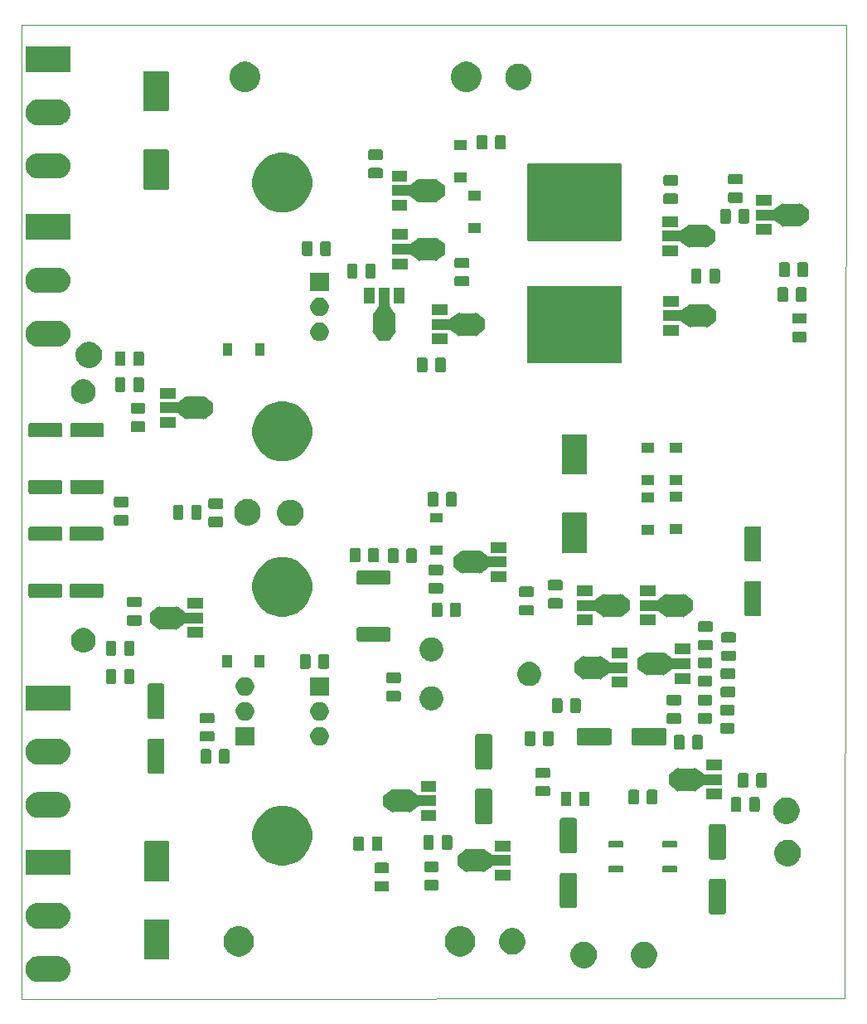
<source format=gts>
%TF.GenerationSoftware,KiCad,Pcbnew,5.1.5-52549c5~84~ubuntu18.04.1*%
%TF.CreationDate,2020-03-16T18:49:37+13:00*%
%TF.ProjectId,Trimodal SMD,5472696d-6f64-4616-9c20-534d442e6b69,rev?*%
%TF.SameCoordinates,Original*%
%TF.FileFunction,Soldermask,Top*%
%TF.FilePolarity,Negative*%
%FSLAX46Y46*%
G04 Gerber Fmt 4.6, Leading zero omitted, Abs format (unit mm)*
G04 Created by KiCad (PCBNEW 5.1.5-52549c5~84~ubuntu18.04.1) date 2020-03-16 18:49:37*
%MOMM*%
%LPD*%
G04 APERTURE LIST*
%ADD10C,0.100000*%
%ADD11C,0.150000*%
G04 APERTURE END LIST*
D10*
X146494500Y-32131000D02*
X146367500Y-131572000D01*
X62230000Y-32194500D02*
X146494500Y-32131000D01*
X62293500Y-131635500D02*
X62230000Y-32194500D01*
X146367500Y-131572000D02*
X62293500Y-131635500D01*
D11*
G36*
X66119972Y-127273912D02*
G01*
X66215540Y-127283325D01*
X66460780Y-127357718D01*
X66686794Y-127478525D01*
X66738399Y-127520876D01*
X66884897Y-127641103D01*
X66988165Y-127766937D01*
X67047475Y-127839206D01*
X67168282Y-128065220D01*
X67242675Y-128310460D01*
X67267794Y-128565500D01*
X67242675Y-128820540D01*
X67168282Y-129065780D01*
X67047475Y-129291794D01*
X67005124Y-129343399D01*
X66884897Y-129489897D01*
X66738399Y-129610124D01*
X66686794Y-129652475D01*
X66460780Y-129773282D01*
X66215540Y-129847675D01*
X66119973Y-129857087D01*
X66024406Y-129866500D01*
X63896594Y-129866500D01*
X63801027Y-129857087D01*
X63705460Y-129847675D01*
X63460220Y-129773282D01*
X63234206Y-129652475D01*
X63182601Y-129610124D01*
X63036103Y-129489897D01*
X62915876Y-129343399D01*
X62873525Y-129291794D01*
X62752718Y-129065780D01*
X62678325Y-128820540D01*
X62653206Y-128565500D01*
X62678325Y-128310460D01*
X62752718Y-128065220D01*
X62873525Y-127839206D01*
X62932835Y-127766937D01*
X63036103Y-127641103D01*
X63182601Y-127520876D01*
X63234206Y-127478525D01*
X63460220Y-127357718D01*
X63705460Y-127283325D01*
X63801028Y-127273912D01*
X63896594Y-127264500D01*
X66024406Y-127264500D01*
X66119972Y-127273912D01*
G37*
G36*
X126251072Y-125827918D02*
G01*
X126383476Y-125882761D01*
X126496939Y-125929759D01*
X126608328Y-126004187D01*
X126718211Y-126077609D01*
X126906391Y-126265789D01*
X127054242Y-126487063D01*
X127156082Y-126732928D01*
X127194734Y-126927242D01*
X127208000Y-126993938D01*
X127208000Y-127260062D01*
X127156082Y-127521072D01*
X127054241Y-127766939D01*
X126906390Y-127988212D01*
X126718212Y-128176390D01*
X126496939Y-128324241D01*
X126496938Y-128324242D01*
X126496937Y-128324242D01*
X126251072Y-128426082D01*
X125990063Y-128478000D01*
X125723937Y-128478000D01*
X125462928Y-128426082D01*
X125217063Y-128324242D01*
X125217062Y-128324242D01*
X125217061Y-128324241D01*
X124995788Y-128176390D01*
X124807610Y-127988212D01*
X124659759Y-127766939D01*
X124557918Y-127521072D01*
X124506000Y-127260062D01*
X124506000Y-126993938D01*
X124519267Y-126927242D01*
X124557918Y-126732928D01*
X124659758Y-126487063D01*
X124807609Y-126265789D01*
X124995789Y-126077609D01*
X125105672Y-126004187D01*
X125217061Y-125929759D01*
X125330525Y-125882761D01*
X125462928Y-125827918D01*
X125723937Y-125776000D01*
X125990063Y-125776000D01*
X126251072Y-125827918D01*
G37*
G36*
X120091572Y-125827918D02*
G01*
X120223976Y-125882761D01*
X120337439Y-125929759D01*
X120448828Y-126004187D01*
X120558711Y-126077609D01*
X120746891Y-126265789D01*
X120894742Y-126487063D01*
X120996582Y-126732928D01*
X121035234Y-126927242D01*
X121048500Y-126993938D01*
X121048500Y-127260062D01*
X120996582Y-127521072D01*
X120894741Y-127766939D01*
X120746890Y-127988212D01*
X120558712Y-128176390D01*
X120337439Y-128324241D01*
X120337438Y-128324242D01*
X120337437Y-128324242D01*
X120091572Y-128426082D01*
X119830563Y-128478000D01*
X119564437Y-128478000D01*
X119303428Y-128426082D01*
X119057563Y-128324242D01*
X119057562Y-128324242D01*
X119057561Y-128324241D01*
X118836288Y-128176390D01*
X118648110Y-127988212D01*
X118500259Y-127766939D01*
X118398418Y-127521072D01*
X118346500Y-127260062D01*
X118346500Y-126993938D01*
X118359767Y-126927242D01*
X118398418Y-126732928D01*
X118500258Y-126487063D01*
X118648109Y-126265789D01*
X118836289Y-126077609D01*
X118946172Y-126004187D01*
X119057561Y-125929759D01*
X119171025Y-125882761D01*
X119303428Y-125827918D01*
X119564437Y-125776000D01*
X119830563Y-125776000D01*
X120091572Y-125827918D01*
G37*
G36*
X77244934Y-123491171D02*
G01*
X77274877Y-123500254D01*
X77302465Y-123515000D01*
X77326651Y-123534849D01*
X77346500Y-123559035D01*
X77361246Y-123586623D01*
X77370329Y-123616566D01*
X77374000Y-123653840D01*
X77374000Y-127423160D01*
X77370329Y-127460434D01*
X77361246Y-127490377D01*
X77346500Y-127517965D01*
X77326651Y-127542151D01*
X77302465Y-127562000D01*
X77274877Y-127576746D01*
X77244934Y-127585829D01*
X77207660Y-127589500D01*
X74938340Y-127589500D01*
X74901066Y-127585829D01*
X74871123Y-127576746D01*
X74843535Y-127562000D01*
X74819349Y-127542151D01*
X74799500Y-127517965D01*
X74784754Y-127490377D01*
X74775671Y-127460434D01*
X74772000Y-127423160D01*
X74772000Y-123653840D01*
X74775671Y-123616566D01*
X74784754Y-123586623D01*
X74799500Y-123559035D01*
X74819349Y-123534849D01*
X74843535Y-123515000D01*
X74871123Y-123500254D01*
X74901066Y-123491171D01*
X74938340Y-123487500D01*
X77207660Y-123487500D01*
X77244934Y-123491171D01*
G37*
G36*
X107325777Y-124202475D02*
G01*
X107507410Y-124238604D01*
X107789674Y-124355521D01*
X108043705Y-124525259D01*
X108259741Y-124741295D01*
X108429479Y-124995326D01*
X108546396Y-125277590D01*
X108606000Y-125577240D01*
X108606000Y-125882760D01*
X108546396Y-126182410D01*
X108429479Y-126464674D01*
X108259741Y-126718705D01*
X108043705Y-126934741D01*
X107789674Y-127104479D01*
X107507410Y-127221396D01*
X107357585Y-127251198D01*
X107207761Y-127281000D01*
X106902239Y-127281000D01*
X106752415Y-127251198D01*
X106602590Y-127221396D01*
X106320326Y-127104479D01*
X106066295Y-126934741D01*
X105850259Y-126718705D01*
X105680521Y-126464674D01*
X105563604Y-126182410D01*
X105504000Y-125882760D01*
X105504000Y-125577240D01*
X105563604Y-125277590D01*
X105680521Y-124995326D01*
X105850259Y-124741295D01*
X106066295Y-124525259D01*
X106320326Y-124355521D01*
X106602590Y-124238604D01*
X106784223Y-124202475D01*
X106902239Y-124179000D01*
X107207761Y-124179000D01*
X107325777Y-124202475D01*
G37*
G36*
X84725777Y-124202475D02*
G01*
X84907410Y-124238604D01*
X85189674Y-124355521D01*
X85443705Y-124525259D01*
X85659741Y-124741295D01*
X85829479Y-124995326D01*
X85946396Y-125277590D01*
X86006000Y-125577240D01*
X86006000Y-125882760D01*
X85946396Y-126182410D01*
X85829479Y-126464674D01*
X85659741Y-126718705D01*
X85443705Y-126934741D01*
X85189674Y-127104479D01*
X84907410Y-127221396D01*
X84757585Y-127251198D01*
X84607761Y-127281000D01*
X84302239Y-127281000D01*
X84152415Y-127251198D01*
X84002590Y-127221396D01*
X83720326Y-127104479D01*
X83466295Y-126934741D01*
X83250259Y-126718705D01*
X83080521Y-126464674D01*
X82963604Y-126182410D01*
X82904000Y-125882760D01*
X82904000Y-125577240D01*
X82963604Y-125277590D01*
X83080521Y-124995326D01*
X83250259Y-124741295D01*
X83466295Y-124525259D01*
X83720326Y-124355521D01*
X84002590Y-124238604D01*
X84184223Y-124202475D01*
X84302239Y-124179000D01*
X84607761Y-124179000D01*
X84725777Y-124202475D01*
G37*
G36*
X112789072Y-124430918D02*
G01*
X113016833Y-124525259D01*
X113034939Y-124532759D01*
X113146328Y-124607187D01*
X113256211Y-124680609D01*
X113444391Y-124868789D01*
X113592242Y-125090063D01*
X113694082Y-125335928D01*
X113746000Y-125596937D01*
X113746000Y-125863063D01*
X113732733Y-125929759D01*
X113694082Y-126124072D01*
X113592241Y-126369939D01*
X113444390Y-126591212D01*
X113256212Y-126779390D01*
X113034939Y-126927241D01*
X113034938Y-126927242D01*
X113034937Y-126927242D01*
X112789072Y-127029082D01*
X112528063Y-127081000D01*
X112261937Y-127081000D01*
X112000928Y-127029082D01*
X111755063Y-126927242D01*
X111755062Y-126927242D01*
X111755061Y-126927241D01*
X111533788Y-126779390D01*
X111345610Y-126591212D01*
X111197759Y-126369939D01*
X111095918Y-126124072D01*
X111057267Y-125929759D01*
X111044000Y-125863063D01*
X111044000Y-125596937D01*
X111095918Y-125335928D01*
X111197758Y-125090063D01*
X111345609Y-124868789D01*
X111533789Y-124680609D01*
X111643672Y-124607187D01*
X111755061Y-124532759D01*
X111773168Y-124525259D01*
X112000928Y-124430918D01*
X112261937Y-124379000D01*
X112528063Y-124379000D01*
X112789072Y-124430918D01*
G37*
G36*
X66119973Y-121823913D02*
G01*
X66215540Y-121833325D01*
X66460780Y-121907718D01*
X66686794Y-122028525D01*
X66737408Y-122070063D01*
X66884897Y-122191103D01*
X66987197Y-122315757D01*
X67047475Y-122389206D01*
X67168282Y-122615220D01*
X67242675Y-122860460D01*
X67267794Y-123115500D01*
X67242675Y-123370540D01*
X67168282Y-123615780D01*
X67047475Y-123841794D01*
X67005124Y-123893399D01*
X66884897Y-124039897D01*
X66738399Y-124160124D01*
X66686794Y-124202475D01*
X66460780Y-124323282D01*
X66215540Y-124397675D01*
X66119973Y-124407087D01*
X66024406Y-124416500D01*
X63896594Y-124416500D01*
X63801027Y-124407087D01*
X63705460Y-124397675D01*
X63460220Y-124323282D01*
X63234206Y-124202475D01*
X63182601Y-124160124D01*
X63036103Y-124039897D01*
X62915876Y-123893399D01*
X62873525Y-123841794D01*
X62752718Y-123615780D01*
X62678325Y-123370540D01*
X62653206Y-123115500D01*
X62678325Y-122860460D01*
X62752718Y-122615220D01*
X62873525Y-122389206D01*
X62933803Y-122315757D01*
X63036103Y-122191103D01*
X63183592Y-122070063D01*
X63234206Y-122028525D01*
X63460220Y-121907718D01*
X63705460Y-121833325D01*
X63801027Y-121823913D01*
X63896594Y-121814500D01*
X66024406Y-121814500D01*
X66119973Y-121823913D01*
G37*
G36*
X134055997Y-119373051D02*
G01*
X134089652Y-119383261D01*
X134120665Y-119399838D01*
X134147851Y-119422149D01*
X134170162Y-119449335D01*
X134186739Y-119480348D01*
X134196949Y-119514003D01*
X134201000Y-119555138D01*
X134201000Y-122784862D01*
X134196949Y-122825997D01*
X134186739Y-122859652D01*
X134170162Y-122890665D01*
X134147851Y-122917851D01*
X134120665Y-122940162D01*
X134089652Y-122956739D01*
X134055997Y-122966949D01*
X134014862Y-122971000D01*
X132685138Y-122971000D01*
X132644003Y-122966949D01*
X132610348Y-122956739D01*
X132579335Y-122940162D01*
X132552149Y-122917851D01*
X132529838Y-122890665D01*
X132513261Y-122859652D01*
X132503051Y-122825997D01*
X132499000Y-122784862D01*
X132499000Y-119555138D01*
X132503051Y-119514003D01*
X132513261Y-119480348D01*
X132529838Y-119449335D01*
X132552149Y-119422149D01*
X132579335Y-119399838D01*
X132610348Y-119383261D01*
X132644003Y-119373051D01*
X132685138Y-119369000D01*
X134014862Y-119369000D01*
X134055997Y-119373051D01*
G37*
G36*
X118815997Y-118738051D02*
G01*
X118849652Y-118748261D01*
X118880665Y-118764838D01*
X118907851Y-118787149D01*
X118930162Y-118814335D01*
X118946739Y-118845348D01*
X118956949Y-118879003D01*
X118961000Y-118920138D01*
X118961000Y-122149862D01*
X118956949Y-122190997D01*
X118946739Y-122224652D01*
X118930162Y-122255665D01*
X118907851Y-122282851D01*
X118880665Y-122305162D01*
X118849652Y-122321739D01*
X118815997Y-122331949D01*
X118774862Y-122336000D01*
X117445138Y-122336000D01*
X117404003Y-122331949D01*
X117370348Y-122321739D01*
X117339335Y-122305162D01*
X117312149Y-122282851D01*
X117289838Y-122255665D01*
X117273261Y-122224652D01*
X117263051Y-122190997D01*
X117259000Y-122149862D01*
X117259000Y-118920138D01*
X117263051Y-118879003D01*
X117273261Y-118845348D01*
X117289838Y-118814335D01*
X117312149Y-118787149D01*
X117339335Y-118764838D01*
X117370348Y-118748261D01*
X117404003Y-118738051D01*
X117445138Y-118734000D01*
X118774862Y-118734000D01*
X118815997Y-118738051D01*
G37*
G36*
X99644468Y-119578065D02*
G01*
X99683138Y-119589796D01*
X99718777Y-119608846D01*
X99750017Y-119634483D01*
X99775654Y-119665723D01*
X99794704Y-119701362D01*
X99806435Y-119740032D01*
X99811000Y-119786388D01*
X99811000Y-120437612D01*
X99806435Y-120483968D01*
X99794704Y-120522638D01*
X99775654Y-120558277D01*
X99750017Y-120589517D01*
X99718777Y-120615154D01*
X99683138Y-120634204D01*
X99644468Y-120645935D01*
X99598112Y-120650500D01*
X98521888Y-120650500D01*
X98475532Y-120645935D01*
X98436862Y-120634204D01*
X98401223Y-120615154D01*
X98369983Y-120589517D01*
X98344346Y-120558277D01*
X98325296Y-120522638D01*
X98313565Y-120483968D01*
X98309000Y-120437612D01*
X98309000Y-119786388D01*
X98313565Y-119740032D01*
X98325296Y-119701362D01*
X98344346Y-119665723D01*
X98369983Y-119634483D01*
X98401223Y-119608846D01*
X98436862Y-119589796D01*
X98475532Y-119578065D01*
X98521888Y-119573500D01*
X99598112Y-119573500D01*
X99644468Y-119578065D01*
G37*
G36*
X104724468Y-119451065D02*
G01*
X104763138Y-119462796D01*
X104798777Y-119481846D01*
X104830017Y-119507483D01*
X104855654Y-119538723D01*
X104874704Y-119574362D01*
X104886435Y-119613032D01*
X104891000Y-119659388D01*
X104891000Y-120310612D01*
X104886435Y-120356968D01*
X104874704Y-120395638D01*
X104855654Y-120431277D01*
X104830017Y-120462517D01*
X104798777Y-120488154D01*
X104763138Y-120507204D01*
X104724468Y-120518935D01*
X104678112Y-120523500D01*
X103601888Y-120523500D01*
X103555532Y-120518935D01*
X103516862Y-120507204D01*
X103481223Y-120488154D01*
X103449983Y-120462517D01*
X103424346Y-120431277D01*
X103405296Y-120395638D01*
X103393565Y-120356968D01*
X103389000Y-120310612D01*
X103389000Y-119659388D01*
X103393565Y-119613032D01*
X103405296Y-119574362D01*
X103424346Y-119538723D01*
X103449983Y-119507483D01*
X103481223Y-119481846D01*
X103516862Y-119462796D01*
X103555532Y-119451065D01*
X103601888Y-119446500D01*
X104678112Y-119446500D01*
X104724468Y-119451065D01*
G37*
G36*
X77244934Y-115491171D02*
G01*
X77274877Y-115500254D01*
X77302465Y-115515000D01*
X77326651Y-115534849D01*
X77346500Y-115559035D01*
X77361246Y-115586623D01*
X77370329Y-115616566D01*
X77374000Y-115653840D01*
X77374000Y-119423160D01*
X77370329Y-119460434D01*
X77361246Y-119490377D01*
X77346500Y-119517965D01*
X77326651Y-119542151D01*
X77302465Y-119562000D01*
X77274877Y-119576746D01*
X77244934Y-119585829D01*
X77207660Y-119589500D01*
X74938340Y-119589500D01*
X74901066Y-119585829D01*
X74871123Y-119576746D01*
X74843535Y-119562000D01*
X74819349Y-119542151D01*
X74799500Y-119517965D01*
X74784754Y-119490377D01*
X74775671Y-119460434D01*
X74772000Y-119423160D01*
X74772000Y-115653840D01*
X74775671Y-115616566D01*
X74784754Y-115586623D01*
X74799500Y-115559035D01*
X74819349Y-115534849D01*
X74843535Y-115515000D01*
X74871123Y-115500254D01*
X74901066Y-115491171D01*
X74938340Y-115487500D01*
X77207660Y-115487500D01*
X77244934Y-115491171D01*
G37*
G36*
X112199500Y-119526000D02*
G01*
X110597500Y-119526000D01*
X110597500Y-118424000D01*
X112199500Y-118424000D01*
X112199500Y-119526000D01*
G37*
G36*
X67261500Y-118966500D02*
G01*
X62659500Y-118966500D01*
X62659500Y-116364500D01*
X67261500Y-116364500D01*
X67261500Y-118966500D01*
G37*
G36*
X99644468Y-117703065D02*
G01*
X99683138Y-117714796D01*
X99718777Y-117733846D01*
X99750017Y-117759483D01*
X99775654Y-117790723D01*
X99794704Y-117826362D01*
X99806435Y-117865032D01*
X99811000Y-117911388D01*
X99811000Y-118562612D01*
X99806435Y-118608968D01*
X99794704Y-118647638D01*
X99775654Y-118683277D01*
X99750017Y-118714517D01*
X99718777Y-118740154D01*
X99683138Y-118759204D01*
X99644468Y-118770935D01*
X99598112Y-118775500D01*
X98521888Y-118775500D01*
X98475532Y-118770935D01*
X98436862Y-118759204D01*
X98401223Y-118740154D01*
X98369983Y-118714517D01*
X98344346Y-118683277D01*
X98325296Y-118647638D01*
X98313565Y-118608968D01*
X98309000Y-118562612D01*
X98309000Y-117911388D01*
X98313565Y-117865032D01*
X98325296Y-117826362D01*
X98344346Y-117790723D01*
X98369983Y-117759483D01*
X98401223Y-117733846D01*
X98436862Y-117714796D01*
X98475532Y-117703065D01*
X98521888Y-117698500D01*
X99598112Y-117698500D01*
X99644468Y-117703065D01*
G37*
G36*
X123674987Y-118040524D02*
G01*
X123693730Y-118046210D01*
X123710997Y-118055439D01*
X123726136Y-118067864D01*
X123738561Y-118083003D01*
X123747790Y-118100270D01*
X123753476Y-118119013D01*
X123756000Y-118144640D01*
X123756000Y-118583360D01*
X123753476Y-118608987D01*
X123747790Y-118627730D01*
X123738561Y-118644997D01*
X123726136Y-118660136D01*
X123710997Y-118672561D01*
X123693730Y-118681790D01*
X123674987Y-118687476D01*
X123649360Y-118690000D01*
X122310640Y-118690000D01*
X122285013Y-118687476D01*
X122266270Y-118681790D01*
X122249003Y-118672561D01*
X122233864Y-118660136D01*
X122221439Y-118644997D01*
X122212210Y-118627730D01*
X122206524Y-118608987D01*
X122204000Y-118583360D01*
X122204000Y-118144640D01*
X122206524Y-118119013D01*
X122212210Y-118100270D01*
X122221439Y-118083003D01*
X122233864Y-118067864D01*
X122249003Y-118055439D01*
X122266270Y-118046210D01*
X122285013Y-118040524D01*
X122310640Y-118038000D01*
X123649360Y-118038000D01*
X123674987Y-118040524D01*
G37*
G36*
X129174987Y-118040524D02*
G01*
X129193730Y-118046210D01*
X129210997Y-118055439D01*
X129226136Y-118067864D01*
X129238561Y-118083003D01*
X129247790Y-118100270D01*
X129253476Y-118119013D01*
X129256000Y-118144640D01*
X129256000Y-118583360D01*
X129253476Y-118608987D01*
X129247790Y-118627730D01*
X129238561Y-118644997D01*
X129226136Y-118660136D01*
X129210997Y-118672561D01*
X129193730Y-118681790D01*
X129174987Y-118687476D01*
X129149360Y-118690000D01*
X127810640Y-118690000D01*
X127785013Y-118687476D01*
X127766270Y-118681790D01*
X127749003Y-118672561D01*
X127733864Y-118660136D01*
X127721439Y-118644997D01*
X127712210Y-118627730D01*
X127706524Y-118608987D01*
X127704000Y-118583360D01*
X127704000Y-118144640D01*
X127706524Y-118119013D01*
X127712210Y-118100270D01*
X127721439Y-118083003D01*
X127733864Y-118067864D01*
X127749003Y-118055439D01*
X127766270Y-118046210D01*
X127785013Y-118040524D01*
X127810640Y-118038000D01*
X129149360Y-118038000D01*
X129174987Y-118040524D01*
G37*
G36*
X107748566Y-116268447D02*
G01*
X107764111Y-116287389D01*
X107783053Y-116302934D01*
X107804664Y-116314485D01*
X107828113Y-116321598D01*
X107852499Y-116324000D01*
X109318701Y-116324000D01*
X109343087Y-116321598D01*
X109366536Y-116314485D01*
X109388147Y-116302934D01*
X109407089Y-116287389D01*
X109422634Y-116268447D01*
X109425025Y-116263974D01*
X109478496Y-116301404D01*
X109499851Y-116313421D01*
X109523140Y-116321041D01*
X109550178Y-116324000D01*
X109561144Y-116324000D01*
X109565515Y-116338410D01*
X109577066Y-116360021D01*
X109592611Y-116378963D01*
X109609317Y-116392978D01*
X110335640Y-116901404D01*
X110356995Y-116913421D01*
X110380284Y-116921041D01*
X110407322Y-116924000D01*
X112203000Y-116924000D01*
X112203000Y-118026000D01*
X110407322Y-118026000D01*
X110382936Y-118028402D01*
X110359487Y-118035515D01*
X110335640Y-118048596D01*
X109609317Y-118557022D01*
X109590716Y-118572974D01*
X109575585Y-118592248D01*
X109564505Y-118614104D01*
X109561176Y-118626000D01*
X109550178Y-118626000D01*
X109525792Y-118628402D01*
X109502343Y-118635515D01*
X109478496Y-118648596D01*
X109425025Y-118686026D01*
X109422634Y-118681553D01*
X109407089Y-118662611D01*
X109388147Y-118647066D01*
X109366536Y-118635515D01*
X109343087Y-118628402D01*
X109318701Y-118626000D01*
X107852499Y-118626000D01*
X107828113Y-118628402D01*
X107804664Y-118635515D01*
X107783053Y-118647066D01*
X107764111Y-118662611D01*
X107748566Y-118681553D01*
X107745949Y-118686450D01*
X107692724Y-118648879D01*
X107671416Y-118636778D01*
X107648157Y-118629067D01*
X107620639Y-118626000D01*
X107609265Y-118626000D01*
X107604485Y-118610243D01*
X107592934Y-118588632D01*
X107577389Y-118569690D01*
X107561086Y-118555958D01*
X106775500Y-118001426D01*
X106775500Y-116948574D01*
X107561086Y-116394042D01*
X107579623Y-116378017D01*
X107594678Y-116358683D01*
X107605672Y-116336784D01*
X107609195Y-116324000D01*
X107620639Y-116324000D01*
X107645025Y-116321598D01*
X107668474Y-116314485D01*
X107692724Y-116301121D01*
X107745949Y-116263550D01*
X107748566Y-116268447D01*
G37*
G36*
X104724468Y-117576065D02*
G01*
X104763138Y-117587796D01*
X104798777Y-117606846D01*
X104830017Y-117632483D01*
X104855654Y-117663723D01*
X104874704Y-117699362D01*
X104886435Y-117738032D01*
X104891000Y-117784388D01*
X104891000Y-118435612D01*
X104886435Y-118481968D01*
X104874704Y-118520638D01*
X104855654Y-118556277D01*
X104830017Y-118587517D01*
X104798777Y-118613154D01*
X104763138Y-118632204D01*
X104724468Y-118643935D01*
X104678112Y-118648500D01*
X103601888Y-118648500D01*
X103555532Y-118643935D01*
X103516862Y-118632204D01*
X103481223Y-118613154D01*
X103449983Y-118587517D01*
X103424346Y-118556277D01*
X103405296Y-118520638D01*
X103393565Y-118481968D01*
X103389000Y-118435612D01*
X103389000Y-117784388D01*
X103393565Y-117738032D01*
X103405296Y-117699362D01*
X103424346Y-117663723D01*
X103449983Y-117632483D01*
X103481223Y-117606846D01*
X103516862Y-117587796D01*
X103555532Y-117576065D01*
X103601888Y-117571500D01*
X104678112Y-117571500D01*
X104724468Y-117576065D01*
G37*
G36*
X140919572Y-115413918D02*
G01*
X141164667Y-115515439D01*
X141165439Y-115515759D01*
X141232054Y-115560270D01*
X141372091Y-115653840D01*
X141386712Y-115663610D01*
X141574890Y-115851788D01*
X141720019Y-116068987D01*
X141722742Y-116073063D01*
X141824582Y-116318928D01*
X141876500Y-116579937D01*
X141876500Y-116846063D01*
X141824582Y-117107072D01*
X141728034Y-117340162D01*
X141722741Y-117352939D01*
X141710673Y-117371000D01*
X141574891Y-117574211D01*
X141386711Y-117762391D01*
X141290972Y-117826362D01*
X141165439Y-117910241D01*
X141165438Y-117910242D01*
X141165437Y-117910242D01*
X140919572Y-118012082D01*
X140658563Y-118064000D01*
X140392437Y-118064000D01*
X140131428Y-118012082D01*
X139885563Y-117910242D01*
X139885562Y-117910242D01*
X139885561Y-117910241D01*
X139760028Y-117826362D01*
X139664289Y-117762391D01*
X139476109Y-117574211D01*
X139340327Y-117371000D01*
X139328259Y-117352939D01*
X139322967Y-117340162D01*
X139226418Y-117107072D01*
X139174500Y-116846063D01*
X139174500Y-116579937D01*
X139226418Y-116318928D01*
X139328258Y-116073063D01*
X139330982Y-116068987D01*
X139476110Y-115851788D01*
X139664288Y-115663610D01*
X139678910Y-115653840D01*
X139818946Y-115560270D01*
X139885561Y-115515759D01*
X139886334Y-115515439D01*
X140131428Y-115413918D01*
X140392437Y-115362000D01*
X140658563Y-115362000D01*
X140919572Y-115413918D01*
G37*
G36*
X89789943Y-112001248D02*
G01*
X90345189Y-112231238D01*
X90450762Y-112301780D01*
X90844899Y-112565134D01*
X91269866Y-112990101D01*
X91395963Y-113178818D01*
X91603762Y-113489811D01*
X91833752Y-114045057D01*
X91951000Y-114634501D01*
X91951000Y-115235499D01*
X91833752Y-115824943D01*
X91603762Y-116380189D01*
X91509043Y-116521945D01*
X91269866Y-116879899D01*
X90844899Y-117304866D01*
X90593347Y-117472948D01*
X90345189Y-117638762D01*
X89789943Y-117868752D01*
X89200499Y-117986000D01*
X88599501Y-117986000D01*
X88010057Y-117868752D01*
X87454811Y-117638762D01*
X87206653Y-117472948D01*
X86955101Y-117304866D01*
X86530134Y-116879899D01*
X86290957Y-116521945D01*
X86196238Y-116380189D01*
X85966248Y-115824943D01*
X85849000Y-115235499D01*
X85849000Y-114634501D01*
X85966248Y-114045057D01*
X86196238Y-113489811D01*
X86404037Y-113178818D01*
X86530134Y-112990101D01*
X86955101Y-112565134D01*
X87349238Y-112301780D01*
X87454811Y-112231238D01*
X88010057Y-112001248D01*
X88599501Y-111884000D01*
X89200499Y-111884000D01*
X89789943Y-112001248D01*
G37*
G36*
X134055997Y-113773051D02*
G01*
X134089652Y-113783261D01*
X134120665Y-113799838D01*
X134147851Y-113822149D01*
X134170162Y-113849335D01*
X134186739Y-113880348D01*
X134196949Y-113914003D01*
X134201000Y-113955138D01*
X134201000Y-117184862D01*
X134196949Y-117225997D01*
X134186739Y-117259652D01*
X134170162Y-117290665D01*
X134147851Y-117317851D01*
X134120665Y-117340162D01*
X134089652Y-117356739D01*
X134055997Y-117366949D01*
X134014862Y-117371000D01*
X132685138Y-117371000D01*
X132644003Y-117366949D01*
X132610348Y-117356739D01*
X132579335Y-117340162D01*
X132552149Y-117317851D01*
X132529838Y-117290665D01*
X132513261Y-117259652D01*
X132503051Y-117225997D01*
X132499000Y-117184862D01*
X132499000Y-113955138D01*
X132503051Y-113914003D01*
X132513261Y-113880348D01*
X132529838Y-113849335D01*
X132552149Y-113822149D01*
X132579335Y-113799838D01*
X132610348Y-113783261D01*
X132644003Y-113773051D01*
X132685138Y-113769000D01*
X134014862Y-113769000D01*
X134055997Y-113773051D01*
G37*
G36*
X118815997Y-113138051D02*
G01*
X118849652Y-113148261D01*
X118880665Y-113164838D01*
X118907851Y-113187149D01*
X118930162Y-113214335D01*
X118946739Y-113245348D01*
X118956949Y-113279003D01*
X118961000Y-113320138D01*
X118961000Y-116549862D01*
X118956949Y-116590997D01*
X118946739Y-116624652D01*
X118930162Y-116655665D01*
X118907851Y-116682851D01*
X118880665Y-116705162D01*
X118849652Y-116721739D01*
X118815997Y-116731949D01*
X118774862Y-116736000D01*
X117445138Y-116736000D01*
X117404003Y-116731949D01*
X117370348Y-116721739D01*
X117339335Y-116705162D01*
X117312149Y-116682851D01*
X117289838Y-116655665D01*
X117273261Y-116624652D01*
X117263051Y-116590997D01*
X117259000Y-116549862D01*
X117259000Y-113320138D01*
X117263051Y-113279003D01*
X117273261Y-113245348D01*
X117289838Y-113214335D01*
X117312149Y-113187149D01*
X117339335Y-113164838D01*
X117370348Y-113148261D01*
X117404003Y-113138051D01*
X117445138Y-113134000D01*
X118774862Y-113134000D01*
X118815997Y-113138051D01*
G37*
G36*
X112199500Y-116526000D02*
G01*
X110597500Y-116526000D01*
X110597500Y-115424000D01*
X112199500Y-115424000D01*
X112199500Y-116526000D01*
G37*
G36*
X98957468Y-115014065D02*
G01*
X98996138Y-115025796D01*
X99031777Y-115044846D01*
X99063017Y-115070483D01*
X99088654Y-115101723D01*
X99107704Y-115137362D01*
X99119435Y-115176032D01*
X99124000Y-115222388D01*
X99124000Y-116298612D01*
X99119435Y-116344968D01*
X99107704Y-116383638D01*
X99088654Y-116419277D01*
X99063017Y-116450517D01*
X99031777Y-116476154D01*
X98996138Y-116495204D01*
X98957468Y-116506935D01*
X98911112Y-116511500D01*
X98259888Y-116511500D01*
X98213532Y-116506935D01*
X98174862Y-116495204D01*
X98139223Y-116476154D01*
X98107983Y-116450517D01*
X98082346Y-116419277D01*
X98063296Y-116383638D01*
X98051565Y-116344968D01*
X98047000Y-116298612D01*
X98047000Y-115222388D01*
X98051565Y-115176032D01*
X98063296Y-115137362D01*
X98082346Y-115101723D01*
X98107983Y-115070483D01*
X98139223Y-115044846D01*
X98174862Y-115025796D01*
X98213532Y-115014065D01*
X98259888Y-115009500D01*
X98911112Y-115009500D01*
X98957468Y-115014065D01*
G37*
G36*
X97082468Y-115014065D02*
G01*
X97121138Y-115025796D01*
X97156777Y-115044846D01*
X97188017Y-115070483D01*
X97213654Y-115101723D01*
X97232704Y-115137362D01*
X97244435Y-115176032D01*
X97249000Y-115222388D01*
X97249000Y-116298612D01*
X97244435Y-116344968D01*
X97232704Y-116383638D01*
X97213654Y-116419277D01*
X97188017Y-116450517D01*
X97156777Y-116476154D01*
X97121138Y-116495204D01*
X97082468Y-116506935D01*
X97036112Y-116511500D01*
X96384888Y-116511500D01*
X96338532Y-116506935D01*
X96299862Y-116495204D01*
X96264223Y-116476154D01*
X96232983Y-116450517D01*
X96207346Y-116419277D01*
X96188296Y-116383638D01*
X96176565Y-116344968D01*
X96172000Y-116298612D01*
X96172000Y-115222388D01*
X96176565Y-115176032D01*
X96188296Y-115137362D01*
X96207346Y-115101723D01*
X96232983Y-115070483D01*
X96264223Y-115044846D01*
X96299862Y-115025796D01*
X96338532Y-115014065D01*
X96384888Y-115009500D01*
X97036112Y-115009500D01*
X97082468Y-115014065D01*
G37*
G36*
X104224468Y-114887065D02*
G01*
X104263138Y-114898796D01*
X104298777Y-114917846D01*
X104330017Y-114943483D01*
X104355654Y-114974723D01*
X104374704Y-115010362D01*
X104386435Y-115049032D01*
X104391000Y-115095388D01*
X104391000Y-116171612D01*
X104386435Y-116217968D01*
X104374704Y-116256638D01*
X104355654Y-116292277D01*
X104330017Y-116323517D01*
X104298777Y-116349154D01*
X104263138Y-116368204D01*
X104224468Y-116379935D01*
X104178112Y-116384500D01*
X103526888Y-116384500D01*
X103480532Y-116379935D01*
X103441862Y-116368204D01*
X103406223Y-116349154D01*
X103374983Y-116323517D01*
X103349346Y-116292277D01*
X103330296Y-116256638D01*
X103318565Y-116217968D01*
X103314000Y-116171612D01*
X103314000Y-115095388D01*
X103318565Y-115049032D01*
X103330296Y-115010362D01*
X103349346Y-114974723D01*
X103374983Y-114943483D01*
X103406223Y-114917846D01*
X103441862Y-114898796D01*
X103480532Y-114887065D01*
X103526888Y-114882500D01*
X104178112Y-114882500D01*
X104224468Y-114887065D01*
G37*
G36*
X106099468Y-114887065D02*
G01*
X106138138Y-114898796D01*
X106173777Y-114917846D01*
X106205017Y-114943483D01*
X106230654Y-114974723D01*
X106249704Y-115010362D01*
X106261435Y-115049032D01*
X106266000Y-115095388D01*
X106266000Y-116171612D01*
X106261435Y-116217968D01*
X106249704Y-116256638D01*
X106230654Y-116292277D01*
X106205017Y-116323517D01*
X106173777Y-116349154D01*
X106138138Y-116368204D01*
X106099468Y-116379935D01*
X106053112Y-116384500D01*
X105401888Y-116384500D01*
X105355532Y-116379935D01*
X105316862Y-116368204D01*
X105281223Y-116349154D01*
X105249983Y-116323517D01*
X105224346Y-116292277D01*
X105205296Y-116256638D01*
X105193565Y-116217968D01*
X105189000Y-116171612D01*
X105189000Y-115095388D01*
X105193565Y-115049032D01*
X105205296Y-115010362D01*
X105224346Y-114974723D01*
X105249983Y-114943483D01*
X105281223Y-114917846D01*
X105316862Y-114898796D01*
X105355532Y-114887065D01*
X105401888Y-114882500D01*
X106053112Y-114882500D01*
X106099468Y-114887065D01*
G37*
G36*
X129174987Y-115500524D02*
G01*
X129193730Y-115506210D01*
X129210997Y-115515439D01*
X129226136Y-115527864D01*
X129238561Y-115543003D01*
X129247790Y-115560270D01*
X129253476Y-115579013D01*
X129256000Y-115604640D01*
X129256000Y-116043360D01*
X129253476Y-116068987D01*
X129247790Y-116087730D01*
X129238561Y-116104997D01*
X129226136Y-116120136D01*
X129210997Y-116132561D01*
X129193730Y-116141790D01*
X129174987Y-116147476D01*
X129149360Y-116150000D01*
X127810640Y-116150000D01*
X127785013Y-116147476D01*
X127766270Y-116141790D01*
X127749003Y-116132561D01*
X127733864Y-116120136D01*
X127721439Y-116104997D01*
X127712210Y-116087730D01*
X127706524Y-116068987D01*
X127704000Y-116043360D01*
X127704000Y-115604640D01*
X127706524Y-115579013D01*
X127712210Y-115560270D01*
X127721439Y-115543003D01*
X127733864Y-115527864D01*
X127749003Y-115515439D01*
X127766270Y-115506210D01*
X127785013Y-115500524D01*
X127810640Y-115498000D01*
X129149360Y-115498000D01*
X129174987Y-115500524D01*
G37*
G36*
X123674987Y-115500524D02*
G01*
X123693730Y-115506210D01*
X123710997Y-115515439D01*
X123726136Y-115527864D01*
X123738561Y-115543003D01*
X123747790Y-115560270D01*
X123753476Y-115579013D01*
X123756000Y-115604640D01*
X123756000Y-116043360D01*
X123753476Y-116068987D01*
X123747790Y-116087730D01*
X123738561Y-116104997D01*
X123726136Y-116120136D01*
X123710997Y-116132561D01*
X123693730Y-116141790D01*
X123674987Y-116147476D01*
X123649360Y-116150000D01*
X122310640Y-116150000D01*
X122285013Y-116147476D01*
X122266270Y-116141790D01*
X122249003Y-116132561D01*
X122233864Y-116120136D01*
X122221439Y-116104997D01*
X122212210Y-116087730D01*
X122206524Y-116068987D01*
X122204000Y-116043360D01*
X122204000Y-115604640D01*
X122206524Y-115579013D01*
X122212210Y-115560270D01*
X122221439Y-115543003D01*
X122233864Y-115527864D01*
X122249003Y-115515439D01*
X122266270Y-115506210D01*
X122285013Y-115500524D01*
X122310640Y-115498000D01*
X123649360Y-115498000D01*
X123674987Y-115500524D01*
G37*
G36*
X110179997Y-110159551D02*
G01*
X110213652Y-110169761D01*
X110244665Y-110186338D01*
X110271851Y-110208649D01*
X110294162Y-110235835D01*
X110310739Y-110266848D01*
X110320949Y-110300503D01*
X110325000Y-110341638D01*
X110325000Y-113571362D01*
X110320949Y-113612497D01*
X110310739Y-113646152D01*
X110294162Y-113677165D01*
X110271851Y-113704351D01*
X110244665Y-113726662D01*
X110213652Y-113743239D01*
X110179997Y-113753449D01*
X110138862Y-113757500D01*
X108809138Y-113757500D01*
X108768003Y-113753449D01*
X108734348Y-113743239D01*
X108703335Y-113726662D01*
X108676149Y-113704351D01*
X108653838Y-113677165D01*
X108637261Y-113646152D01*
X108627051Y-113612497D01*
X108623000Y-113571362D01*
X108623000Y-110341638D01*
X108627051Y-110300503D01*
X108637261Y-110266848D01*
X108653838Y-110235835D01*
X108676149Y-110208649D01*
X108703335Y-110186338D01*
X108734348Y-110169761D01*
X108768003Y-110159551D01*
X108809138Y-110155500D01*
X110138862Y-110155500D01*
X110179997Y-110159551D01*
G37*
G36*
X140792572Y-111095918D02*
G01*
X140984006Y-111175212D01*
X141038439Y-111197759D01*
X141074550Y-111221888D01*
X141259711Y-111345609D01*
X141447891Y-111533789D01*
X141456358Y-111546461D01*
X141577997Y-111728505D01*
X141595742Y-111755063D01*
X141697582Y-112000928D01*
X141749500Y-112261937D01*
X141749500Y-112528063D01*
X141697582Y-112789072D01*
X141595742Y-113034937D01*
X141450578Y-113252190D01*
X141447890Y-113256212D01*
X141259712Y-113444390D01*
X141038439Y-113592241D01*
X141038438Y-113592242D01*
X141038437Y-113592242D01*
X140792572Y-113694082D01*
X140531563Y-113746000D01*
X140265437Y-113746000D01*
X140004428Y-113694082D01*
X139758563Y-113592242D01*
X139758562Y-113592242D01*
X139758561Y-113592241D01*
X139537288Y-113444390D01*
X139349110Y-113256212D01*
X139346423Y-113252190D01*
X139201258Y-113034937D01*
X139099418Y-112789072D01*
X139047500Y-112528063D01*
X139047500Y-112261937D01*
X139099418Y-112000928D01*
X139201258Y-111755063D01*
X139219004Y-111728505D01*
X139340642Y-111546461D01*
X139349109Y-111533789D01*
X139537289Y-111345609D01*
X139722450Y-111221888D01*
X139758561Y-111197759D01*
X139812995Y-111175212D01*
X140004428Y-111095918D01*
X140265437Y-111044000D01*
X140531563Y-111044000D01*
X140792572Y-111095918D01*
G37*
G36*
X104643000Y-113430000D02*
G01*
X103041000Y-113430000D01*
X103041000Y-112328000D01*
X104643000Y-112328000D01*
X104643000Y-113430000D01*
G37*
G36*
X66119973Y-110509913D02*
G01*
X66215540Y-110519325D01*
X66460780Y-110593718D01*
X66460782Y-110593719D01*
X66480076Y-110604032D01*
X66686794Y-110714525D01*
X66738399Y-110756876D01*
X66884897Y-110877103D01*
X66993141Y-111009000D01*
X67047475Y-111075206D01*
X67047476Y-111075208D01*
X67127928Y-111225722D01*
X67168282Y-111301220D01*
X67242675Y-111546460D01*
X67267794Y-111801500D01*
X67242675Y-112056540D01*
X67168282Y-112301780D01*
X67047475Y-112527794D01*
X67007131Y-112576953D01*
X66884897Y-112725897D01*
X66738399Y-112846124D01*
X66686794Y-112888475D01*
X66460780Y-113009282D01*
X66215540Y-113083675D01*
X66119973Y-113093087D01*
X66024406Y-113102500D01*
X63896594Y-113102500D01*
X63801027Y-113093087D01*
X63705460Y-113083675D01*
X63460220Y-113009282D01*
X63234206Y-112888475D01*
X63182601Y-112846124D01*
X63036103Y-112725897D01*
X62913869Y-112576953D01*
X62873525Y-112527794D01*
X62752718Y-112301780D01*
X62678325Y-112056540D01*
X62653206Y-111801500D01*
X62678325Y-111546460D01*
X62752718Y-111301220D01*
X62793073Y-111225722D01*
X62873524Y-111075208D01*
X62873525Y-111075206D01*
X62927859Y-111009000D01*
X63036103Y-110877103D01*
X63182601Y-110756876D01*
X63234206Y-110714525D01*
X63440924Y-110604032D01*
X63460218Y-110593719D01*
X63460220Y-110593718D01*
X63705460Y-110519325D01*
X63801027Y-110509913D01*
X63896594Y-110500500D01*
X66024406Y-110500500D01*
X66119973Y-110509913D01*
G37*
G36*
X100192066Y-110172447D02*
G01*
X100207611Y-110191389D01*
X100226553Y-110206934D01*
X100248164Y-110218485D01*
X100271613Y-110225598D01*
X100295999Y-110228000D01*
X101762201Y-110228000D01*
X101786587Y-110225598D01*
X101810036Y-110218485D01*
X101831647Y-110206934D01*
X101850589Y-110191389D01*
X101866134Y-110172447D01*
X101868525Y-110167974D01*
X101921996Y-110205404D01*
X101943351Y-110217421D01*
X101966640Y-110225041D01*
X101993678Y-110228000D01*
X102004644Y-110228000D01*
X102009015Y-110242410D01*
X102020566Y-110264021D01*
X102036111Y-110282963D01*
X102052817Y-110296978D01*
X102779140Y-110805404D01*
X102800495Y-110817421D01*
X102823784Y-110825041D01*
X102850822Y-110828000D01*
X104646500Y-110828000D01*
X104646500Y-111930000D01*
X102850822Y-111930000D01*
X102826436Y-111932402D01*
X102802987Y-111939515D01*
X102779140Y-111952596D01*
X102052817Y-112461022D01*
X102034216Y-112476974D01*
X102019085Y-112496248D01*
X102008005Y-112518104D01*
X102004676Y-112530000D01*
X101993678Y-112530000D01*
X101969292Y-112532402D01*
X101945843Y-112539515D01*
X101921996Y-112552596D01*
X101868525Y-112590026D01*
X101866134Y-112585553D01*
X101850589Y-112566611D01*
X101831647Y-112551066D01*
X101810036Y-112539515D01*
X101786587Y-112532402D01*
X101762201Y-112530000D01*
X100295999Y-112530000D01*
X100271613Y-112532402D01*
X100248164Y-112539515D01*
X100226553Y-112551066D01*
X100207611Y-112566611D01*
X100192066Y-112585553D01*
X100189449Y-112590450D01*
X100136224Y-112552879D01*
X100114916Y-112540778D01*
X100091657Y-112533067D01*
X100064139Y-112530000D01*
X100052765Y-112530000D01*
X100047985Y-112514243D01*
X100036434Y-112492632D01*
X100020889Y-112473690D01*
X100004586Y-112459958D01*
X99219000Y-111905426D01*
X99219000Y-110852574D01*
X100004586Y-110298042D01*
X100023123Y-110282017D01*
X100038178Y-110262683D01*
X100049172Y-110240784D01*
X100052695Y-110228000D01*
X100064139Y-110228000D01*
X100088525Y-110225598D01*
X100111974Y-110218485D01*
X100136224Y-110205121D01*
X100189449Y-110167550D01*
X100192066Y-110172447D01*
G37*
G36*
X135626968Y-111013565D02*
G01*
X135665638Y-111025296D01*
X135701277Y-111044346D01*
X135732517Y-111069983D01*
X135758154Y-111101223D01*
X135777204Y-111136862D01*
X135788935Y-111175532D01*
X135793500Y-111221888D01*
X135793500Y-112298112D01*
X135788935Y-112344468D01*
X135777204Y-112383138D01*
X135758154Y-112418777D01*
X135732517Y-112450017D01*
X135701277Y-112475654D01*
X135665638Y-112494704D01*
X135626968Y-112506435D01*
X135580612Y-112511000D01*
X134929388Y-112511000D01*
X134883032Y-112506435D01*
X134844362Y-112494704D01*
X134808723Y-112475654D01*
X134777483Y-112450017D01*
X134751846Y-112418777D01*
X134732796Y-112383138D01*
X134721065Y-112344468D01*
X134716500Y-112298112D01*
X134716500Y-111221888D01*
X134721065Y-111175532D01*
X134732796Y-111136862D01*
X134751846Y-111101223D01*
X134777483Y-111069983D01*
X134808723Y-111044346D01*
X134844362Y-111025296D01*
X134883032Y-111013565D01*
X134929388Y-111009000D01*
X135580612Y-111009000D01*
X135626968Y-111013565D01*
G37*
G36*
X137501968Y-111013565D02*
G01*
X137540638Y-111025296D01*
X137576277Y-111044346D01*
X137607517Y-111069983D01*
X137633154Y-111101223D01*
X137652204Y-111136862D01*
X137663935Y-111175532D01*
X137668500Y-111221888D01*
X137668500Y-112298112D01*
X137663935Y-112344468D01*
X137652204Y-112383138D01*
X137633154Y-112418777D01*
X137607517Y-112450017D01*
X137576277Y-112475654D01*
X137540638Y-112494704D01*
X137501968Y-112506435D01*
X137455612Y-112511000D01*
X136804388Y-112511000D01*
X136758032Y-112506435D01*
X136719362Y-112494704D01*
X136683723Y-112475654D01*
X136652483Y-112450017D01*
X136626846Y-112418777D01*
X136607796Y-112383138D01*
X136596065Y-112344468D01*
X136591500Y-112298112D01*
X136591500Y-111221888D01*
X136596065Y-111175532D01*
X136607796Y-111136862D01*
X136626846Y-111101223D01*
X136652483Y-111069983D01*
X136683723Y-111044346D01*
X136719362Y-111025296D01*
X136758032Y-111013565D01*
X136804388Y-111009000D01*
X137455612Y-111009000D01*
X137501968Y-111013565D01*
G37*
G36*
X120132968Y-110442065D02*
G01*
X120171638Y-110453796D01*
X120207277Y-110472846D01*
X120238517Y-110498483D01*
X120264154Y-110529723D01*
X120283204Y-110565362D01*
X120294935Y-110604032D01*
X120299500Y-110650388D01*
X120299500Y-111726612D01*
X120294935Y-111772968D01*
X120283204Y-111811638D01*
X120264154Y-111847277D01*
X120238517Y-111878517D01*
X120207277Y-111904154D01*
X120171638Y-111923204D01*
X120132968Y-111934935D01*
X120086612Y-111939500D01*
X119435388Y-111939500D01*
X119389032Y-111934935D01*
X119350362Y-111923204D01*
X119314723Y-111904154D01*
X119283483Y-111878517D01*
X119257846Y-111847277D01*
X119238796Y-111811638D01*
X119227065Y-111772968D01*
X119222500Y-111726612D01*
X119222500Y-110650388D01*
X119227065Y-110604032D01*
X119238796Y-110565362D01*
X119257846Y-110529723D01*
X119283483Y-110498483D01*
X119314723Y-110472846D01*
X119350362Y-110453796D01*
X119389032Y-110442065D01*
X119435388Y-110437500D01*
X120086612Y-110437500D01*
X120132968Y-110442065D01*
G37*
G36*
X118257968Y-110442065D02*
G01*
X118296638Y-110453796D01*
X118332277Y-110472846D01*
X118363517Y-110498483D01*
X118389154Y-110529723D01*
X118408204Y-110565362D01*
X118419935Y-110604032D01*
X118424500Y-110650388D01*
X118424500Y-111726612D01*
X118419935Y-111772968D01*
X118408204Y-111811638D01*
X118389154Y-111847277D01*
X118363517Y-111878517D01*
X118332277Y-111904154D01*
X118296638Y-111923204D01*
X118257968Y-111934935D01*
X118211612Y-111939500D01*
X117560388Y-111939500D01*
X117514032Y-111934935D01*
X117475362Y-111923204D01*
X117439723Y-111904154D01*
X117408483Y-111878517D01*
X117382846Y-111847277D01*
X117363796Y-111811638D01*
X117352065Y-111772968D01*
X117347500Y-111726612D01*
X117347500Y-110650388D01*
X117352065Y-110604032D01*
X117363796Y-110565362D01*
X117382846Y-110529723D01*
X117408483Y-110498483D01*
X117439723Y-110472846D01*
X117475362Y-110453796D01*
X117514032Y-110442065D01*
X117560388Y-110437500D01*
X118211612Y-110437500D01*
X118257968Y-110442065D01*
G37*
G36*
X127054468Y-110251565D02*
G01*
X127093138Y-110263296D01*
X127128777Y-110282346D01*
X127160017Y-110307983D01*
X127185654Y-110339223D01*
X127204704Y-110374862D01*
X127216435Y-110413532D01*
X127221000Y-110459888D01*
X127221000Y-111536112D01*
X127216435Y-111582468D01*
X127204704Y-111621138D01*
X127185654Y-111656777D01*
X127160017Y-111688017D01*
X127128777Y-111713654D01*
X127093138Y-111732704D01*
X127054468Y-111744435D01*
X127008112Y-111749000D01*
X126356888Y-111749000D01*
X126310532Y-111744435D01*
X126271862Y-111732704D01*
X126236223Y-111713654D01*
X126204983Y-111688017D01*
X126179346Y-111656777D01*
X126160296Y-111621138D01*
X126148565Y-111582468D01*
X126144000Y-111536112D01*
X126144000Y-110459888D01*
X126148565Y-110413532D01*
X126160296Y-110374862D01*
X126179346Y-110339223D01*
X126204983Y-110307983D01*
X126236223Y-110282346D01*
X126271862Y-110263296D01*
X126310532Y-110251565D01*
X126356888Y-110247000D01*
X127008112Y-110247000D01*
X127054468Y-110251565D01*
G37*
G36*
X125179468Y-110251565D02*
G01*
X125218138Y-110263296D01*
X125253777Y-110282346D01*
X125285017Y-110307983D01*
X125310654Y-110339223D01*
X125329704Y-110374862D01*
X125341435Y-110413532D01*
X125346000Y-110459888D01*
X125346000Y-111536112D01*
X125341435Y-111582468D01*
X125329704Y-111621138D01*
X125310654Y-111656777D01*
X125285017Y-111688017D01*
X125253777Y-111713654D01*
X125218138Y-111732704D01*
X125179468Y-111744435D01*
X125133112Y-111749000D01*
X124481888Y-111749000D01*
X124435532Y-111744435D01*
X124396862Y-111732704D01*
X124361223Y-111713654D01*
X124329983Y-111688017D01*
X124304346Y-111656777D01*
X124285296Y-111621138D01*
X124273565Y-111582468D01*
X124269000Y-111536112D01*
X124269000Y-110459888D01*
X124273565Y-110413532D01*
X124285296Y-110374862D01*
X124304346Y-110339223D01*
X124329983Y-110307983D01*
X124361223Y-110282346D01*
X124396862Y-110263296D01*
X124435532Y-110251565D01*
X124481888Y-110247000D01*
X125133112Y-110247000D01*
X125179468Y-110251565D01*
G37*
G36*
X133789500Y-111271000D02*
G01*
X132187500Y-111271000D01*
X132187500Y-110169000D01*
X133789500Y-110169000D01*
X133789500Y-111271000D01*
G37*
G36*
X116090968Y-109862565D02*
G01*
X116129638Y-109874296D01*
X116165277Y-109893346D01*
X116196517Y-109918983D01*
X116222154Y-109950223D01*
X116241204Y-109985862D01*
X116252935Y-110024532D01*
X116257500Y-110070888D01*
X116257500Y-110722112D01*
X116252935Y-110768468D01*
X116241204Y-110807138D01*
X116222154Y-110842777D01*
X116196517Y-110874017D01*
X116165277Y-110899654D01*
X116129638Y-110918704D01*
X116090968Y-110930435D01*
X116044612Y-110935000D01*
X114968388Y-110935000D01*
X114922032Y-110930435D01*
X114883362Y-110918704D01*
X114847723Y-110899654D01*
X114816483Y-110874017D01*
X114790846Y-110842777D01*
X114771796Y-110807138D01*
X114760065Y-110768468D01*
X114755500Y-110722112D01*
X114755500Y-110070888D01*
X114760065Y-110024532D01*
X114771796Y-109985862D01*
X114790846Y-109950223D01*
X114816483Y-109918983D01*
X114847723Y-109893346D01*
X114883362Y-109874296D01*
X114922032Y-109862565D01*
X114968388Y-109858000D01*
X116044612Y-109858000D01*
X116090968Y-109862565D01*
G37*
G36*
X129338566Y-108013447D02*
G01*
X129354111Y-108032389D01*
X129373053Y-108047934D01*
X129394664Y-108059485D01*
X129418113Y-108066598D01*
X129442499Y-108069000D01*
X130908701Y-108069000D01*
X130933087Y-108066598D01*
X130956536Y-108059485D01*
X130978147Y-108047934D01*
X130997089Y-108032389D01*
X131012634Y-108013447D01*
X131015025Y-108008974D01*
X131068496Y-108046404D01*
X131089851Y-108058421D01*
X131113140Y-108066041D01*
X131140178Y-108069000D01*
X131151144Y-108069000D01*
X131155515Y-108083410D01*
X131167066Y-108105021D01*
X131182611Y-108123963D01*
X131199317Y-108137978D01*
X131925640Y-108646404D01*
X131946995Y-108658421D01*
X131970284Y-108666041D01*
X131997322Y-108669000D01*
X133793000Y-108669000D01*
X133793000Y-109771000D01*
X131997322Y-109771000D01*
X131972936Y-109773402D01*
X131949487Y-109780515D01*
X131925640Y-109793596D01*
X131199317Y-110302022D01*
X131180716Y-110317974D01*
X131165585Y-110337248D01*
X131154505Y-110359104D01*
X131151176Y-110371000D01*
X131140178Y-110371000D01*
X131115792Y-110373402D01*
X131092343Y-110380515D01*
X131068496Y-110393596D01*
X131015025Y-110431026D01*
X131012634Y-110426553D01*
X130997089Y-110407611D01*
X130978147Y-110392066D01*
X130956536Y-110380515D01*
X130933087Y-110373402D01*
X130908701Y-110371000D01*
X129442499Y-110371000D01*
X129418113Y-110373402D01*
X129394664Y-110380515D01*
X129373053Y-110392066D01*
X129354111Y-110407611D01*
X129338566Y-110426553D01*
X129335949Y-110431450D01*
X129282724Y-110393879D01*
X129261416Y-110381778D01*
X129238157Y-110374067D01*
X129210639Y-110371000D01*
X129199265Y-110371000D01*
X129194485Y-110355243D01*
X129182934Y-110333632D01*
X129167389Y-110314690D01*
X129151086Y-110300958D01*
X128365500Y-109746426D01*
X128365500Y-108693574D01*
X129151086Y-108139042D01*
X129169623Y-108123017D01*
X129184678Y-108103683D01*
X129195672Y-108081784D01*
X129199195Y-108069000D01*
X129210639Y-108069000D01*
X129235025Y-108066598D01*
X129258474Y-108059485D01*
X129282724Y-108046121D01*
X129335949Y-108008550D01*
X129338566Y-108013447D01*
G37*
G36*
X104643000Y-110430000D02*
G01*
X103041000Y-110430000D01*
X103041000Y-109328000D01*
X104643000Y-109328000D01*
X104643000Y-110430000D01*
G37*
G36*
X136355468Y-108537065D02*
G01*
X136394138Y-108548796D01*
X136429777Y-108567846D01*
X136461017Y-108593483D01*
X136486654Y-108624723D01*
X136505704Y-108660362D01*
X136517435Y-108699032D01*
X136522000Y-108745388D01*
X136522000Y-109821612D01*
X136517435Y-109867968D01*
X136505704Y-109906638D01*
X136486654Y-109942277D01*
X136461017Y-109973517D01*
X136429777Y-109999154D01*
X136394138Y-110018204D01*
X136355468Y-110029935D01*
X136309112Y-110034500D01*
X135657888Y-110034500D01*
X135611532Y-110029935D01*
X135572862Y-110018204D01*
X135537223Y-109999154D01*
X135505983Y-109973517D01*
X135480346Y-109942277D01*
X135461296Y-109906638D01*
X135449565Y-109867968D01*
X135445000Y-109821612D01*
X135445000Y-108745388D01*
X135449565Y-108699032D01*
X135461296Y-108660362D01*
X135480346Y-108624723D01*
X135505983Y-108593483D01*
X135537223Y-108567846D01*
X135572862Y-108548796D01*
X135611532Y-108537065D01*
X135657888Y-108532500D01*
X136309112Y-108532500D01*
X136355468Y-108537065D01*
G37*
G36*
X138230468Y-108537065D02*
G01*
X138269138Y-108548796D01*
X138304777Y-108567846D01*
X138336017Y-108593483D01*
X138361654Y-108624723D01*
X138380704Y-108660362D01*
X138392435Y-108699032D01*
X138397000Y-108745388D01*
X138397000Y-109821612D01*
X138392435Y-109867968D01*
X138380704Y-109906638D01*
X138361654Y-109942277D01*
X138336017Y-109973517D01*
X138304777Y-109999154D01*
X138269138Y-110018204D01*
X138230468Y-110029935D01*
X138184112Y-110034500D01*
X137532888Y-110034500D01*
X137486532Y-110029935D01*
X137447862Y-110018204D01*
X137412223Y-109999154D01*
X137380983Y-109973517D01*
X137355346Y-109942277D01*
X137336296Y-109906638D01*
X137324565Y-109867968D01*
X137320000Y-109821612D01*
X137320000Y-108745388D01*
X137324565Y-108699032D01*
X137336296Y-108660362D01*
X137355346Y-108624723D01*
X137380983Y-108593483D01*
X137412223Y-108567846D01*
X137447862Y-108548796D01*
X137486532Y-108537065D01*
X137532888Y-108532500D01*
X138184112Y-108532500D01*
X138230468Y-108537065D01*
G37*
G36*
X116090968Y-107987565D02*
G01*
X116129638Y-107999296D01*
X116165277Y-108018346D01*
X116196517Y-108043983D01*
X116222154Y-108075223D01*
X116241204Y-108110862D01*
X116252935Y-108149532D01*
X116257500Y-108195888D01*
X116257500Y-108847112D01*
X116252935Y-108893468D01*
X116241204Y-108932138D01*
X116222154Y-108967777D01*
X116196517Y-108999017D01*
X116165277Y-109024654D01*
X116129638Y-109043704D01*
X116090968Y-109055435D01*
X116044612Y-109060000D01*
X114968388Y-109060000D01*
X114922032Y-109055435D01*
X114883362Y-109043704D01*
X114847723Y-109024654D01*
X114816483Y-108999017D01*
X114790846Y-108967777D01*
X114771796Y-108932138D01*
X114760065Y-108893468D01*
X114755500Y-108847112D01*
X114755500Y-108195888D01*
X114760065Y-108149532D01*
X114771796Y-108110862D01*
X114790846Y-108075223D01*
X114816483Y-108043983D01*
X114847723Y-108018346D01*
X114883362Y-107999296D01*
X114922032Y-107987565D01*
X114968388Y-107983000D01*
X116044612Y-107983000D01*
X116090968Y-107987565D01*
G37*
G36*
X76715497Y-105022051D02*
G01*
X76749152Y-105032261D01*
X76780165Y-105048838D01*
X76807351Y-105071149D01*
X76829662Y-105098335D01*
X76846239Y-105129348D01*
X76856449Y-105163003D01*
X76860500Y-105204138D01*
X76860500Y-108433862D01*
X76856449Y-108474997D01*
X76846239Y-108508652D01*
X76829662Y-108539665D01*
X76807351Y-108566851D01*
X76780165Y-108589162D01*
X76749152Y-108605739D01*
X76715497Y-108615949D01*
X76674362Y-108620000D01*
X75344638Y-108620000D01*
X75303503Y-108615949D01*
X75269848Y-108605739D01*
X75238835Y-108589162D01*
X75211649Y-108566851D01*
X75189338Y-108539665D01*
X75172761Y-108508652D01*
X75162551Y-108474997D01*
X75158500Y-108433862D01*
X75158500Y-105204138D01*
X75162551Y-105163003D01*
X75172761Y-105129348D01*
X75189338Y-105098335D01*
X75211649Y-105071149D01*
X75238835Y-105048838D01*
X75269848Y-105032261D01*
X75303503Y-105022051D01*
X75344638Y-105018000D01*
X76674362Y-105018000D01*
X76715497Y-105022051D01*
G37*
G36*
X133789500Y-108271000D02*
G01*
X132187500Y-108271000D01*
X132187500Y-107169000D01*
X133789500Y-107169000D01*
X133789500Y-108271000D01*
G37*
G36*
X110179997Y-104559551D02*
G01*
X110213652Y-104569761D01*
X110244665Y-104586338D01*
X110271851Y-104608649D01*
X110294162Y-104635835D01*
X110310739Y-104666848D01*
X110320949Y-104700503D01*
X110325000Y-104741638D01*
X110325000Y-107971362D01*
X110320949Y-108012497D01*
X110310739Y-108046152D01*
X110294162Y-108077165D01*
X110271851Y-108104351D01*
X110244665Y-108126662D01*
X110213652Y-108143239D01*
X110179997Y-108153449D01*
X110138862Y-108157500D01*
X108809138Y-108157500D01*
X108768003Y-108153449D01*
X108734348Y-108143239D01*
X108703335Y-108126662D01*
X108676149Y-108104351D01*
X108653838Y-108077165D01*
X108637261Y-108046152D01*
X108627051Y-108012497D01*
X108623000Y-107971362D01*
X108623000Y-104741638D01*
X108627051Y-104700503D01*
X108637261Y-104666848D01*
X108653838Y-104635835D01*
X108676149Y-104608649D01*
X108703335Y-104586338D01*
X108734348Y-104569761D01*
X108768003Y-104559551D01*
X108809138Y-104555500D01*
X110138862Y-104555500D01*
X110179997Y-104559551D01*
G37*
G36*
X66043656Y-105052396D02*
G01*
X66215540Y-105069325D01*
X66460780Y-105143718D01*
X66686794Y-105264525D01*
X66710447Y-105283937D01*
X66884897Y-105427103D01*
X66996652Y-105563278D01*
X67047475Y-105625206D01*
X67168282Y-105851220D01*
X67242675Y-106096460D01*
X67267794Y-106351500D01*
X67242675Y-106606540D01*
X67168282Y-106851780D01*
X67047475Y-107077794D01*
X67005124Y-107129399D01*
X66884897Y-107275897D01*
X66746131Y-107389778D01*
X66686794Y-107438475D01*
X66460780Y-107559282D01*
X66215540Y-107633675D01*
X66119973Y-107643087D01*
X66024406Y-107652500D01*
X63896594Y-107652500D01*
X63801027Y-107643087D01*
X63705460Y-107633675D01*
X63460220Y-107559282D01*
X63234206Y-107438475D01*
X63174869Y-107389778D01*
X63036103Y-107275897D01*
X62915876Y-107129399D01*
X62873525Y-107077794D01*
X62752718Y-106851780D01*
X62678325Y-106606540D01*
X62653206Y-106351500D01*
X62678325Y-106096460D01*
X62752718Y-105851220D01*
X62873525Y-105625206D01*
X62924348Y-105563278D01*
X63036103Y-105427103D01*
X63210553Y-105283937D01*
X63234206Y-105264525D01*
X63460220Y-105143718D01*
X63705460Y-105069325D01*
X63877344Y-105052396D01*
X63896594Y-105050500D01*
X66024406Y-105050500D01*
X66043656Y-105052396D01*
G37*
G36*
X83366468Y-106109065D02*
G01*
X83405138Y-106120796D01*
X83440777Y-106139846D01*
X83472017Y-106165483D01*
X83497654Y-106196723D01*
X83516704Y-106232362D01*
X83528435Y-106271032D01*
X83533000Y-106317388D01*
X83533000Y-107393612D01*
X83528435Y-107439968D01*
X83516704Y-107478638D01*
X83497654Y-107514277D01*
X83472017Y-107545517D01*
X83440777Y-107571154D01*
X83405138Y-107590204D01*
X83366468Y-107601935D01*
X83320112Y-107606500D01*
X82668888Y-107606500D01*
X82622532Y-107601935D01*
X82583862Y-107590204D01*
X82548223Y-107571154D01*
X82516983Y-107545517D01*
X82491346Y-107514277D01*
X82472296Y-107478638D01*
X82460565Y-107439968D01*
X82456000Y-107393612D01*
X82456000Y-106317388D01*
X82460565Y-106271032D01*
X82472296Y-106232362D01*
X82491346Y-106196723D01*
X82516983Y-106165483D01*
X82548223Y-106139846D01*
X82583862Y-106120796D01*
X82622532Y-106109065D01*
X82668888Y-106104500D01*
X83320112Y-106104500D01*
X83366468Y-106109065D01*
G37*
G36*
X81491468Y-106109065D02*
G01*
X81530138Y-106120796D01*
X81565777Y-106139846D01*
X81597017Y-106165483D01*
X81622654Y-106196723D01*
X81641704Y-106232362D01*
X81653435Y-106271032D01*
X81658000Y-106317388D01*
X81658000Y-107393612D01*
X81653435Y-107439968D01*
X81641704Y-107478638D01*
X81622654Y-107514277D01*
X81597017Y-107545517D01*
X81565777Y-107571154D01*
X81530138Y-107590204D01*
X81491468Y-107601935D01*
X81445112Y-107606500D01*
X80793888Y-107606500D01*
X80747532Y-107601935D01*
X80708862Y-107590204D01*
X80673223Y-107571154D01*
X80641983Y-107545517D01*
X80616346Y-107514277D01*
X80597296Y-107478638D01*
X80585565Y-107439968D01*
X80581000Y-107393612D01*
X80581000Y-106317388D01*
X80585565Y-106271032D01*
X80597296Y-106232362D01*
X80616346Y-106196723D01*
X80641983Y-106165483D01*
X80673223Y-106139846D01*
X80708862Y-106120796D01*
X80747532Y-106109065D01*
X80793888Y-106104500D01*
X81445112Y-106104500D01*
X81491468Y-106109065D01*
G37*
G36*
X129814968Y-104663565D02*
G01*
X129853638Y-104675296D01*
X129889277Y-104694346D01*
X129920517Y-104719983D01*
X129946154Y-104751223D01*
X129965204Y-104786862D01*
X129976935Y-104825532D01*
X129981500Y-104871888D01*
X129981500Y-105948112D01*
X129976935Y-105994468D01*
X129965204Y-106033138D01*
X129946154Y-106068777D01*
X129920517Y-106100017D01*
X129889277Y-106125654D01*
X129853638Y-106144704D01*
X129814968Y-106156435D01*
X129768612Y-106161000D01*
X129117388Y-106161000D01*
X129071032Y-106156435D01*
X129032362Y-106144704D01*
X128996723Y-106125654D01*
X128965483Y-106100017D01*
X128939846Y-106068777D01*
X128920796Y-106033138D01*
X128909065Y-105994468D01*
X128904500Y-105948112D01*
X128904500Y-104871888D01*
X128909065Y-104825532D01*
X128920796Y-104786862D01*
X128939846Y-104751223D01*
X128965483Y-104719983D01*
X128996723Y-104694346D01*
X129032362Y-104675296D01*
X129071032Y-104663565D01*
X129117388Y-104659000D01*
X129768612Y-104659000D01*
X129814968Y-104663565D01*
G37*
G36*
X131689968Y-104663565D02*
G01*
X131728638Y-104675296D01*
X131764277Y-104694346D01*
X131795517Y-104719983D01*
X131821154Y-104751223D01*
X131840204Y-104786862D01*
X131851935Y-104825532D01*
X131856500Y-104871888D01*
X131856500Y-105948112D01*
X131851935Y-105994468D01*
X131840204Y-106033138D01*
X131821154Y-106068777D01*
X131795517Y-106100017D01*
X131764277Y-106125654D01*
X131728638Y-106144704D01*
X131689968Y-106156435D01*
X131643612Y-106161000D01*
X130992388Y-106161000D01*
X130946032Y-106156435D01*
X130907362Y-106144704D01*
X130871723Y-106125654D01*
X130840483Y-106100017D01*
X130814846Y-106068777D01*
X130795796Y-106033138D01*
X130784065Y-105994468D01*
X130779500Y-105948112D01*
X130779500Y-104871888D01*
X130784065Y-104825532D01*
X130795796Y-104786862D01*
X130814846Y-104751223D01*
X130840483Y-104719983D01*
X130871723Y-104694346D01*
X130907362Y-104675296D01*
X130946032Y-104663565D01*
X130992388Y-104659000D01*
X131643612Y-104659000D01*
X131689968Y-104663565D01*
G37*
G36*
X116449968Y-104282565D02*
G01*
X116488638Y-104294296D01*
X116524277Y-104313346D01*
X116555517Y-104338983D01*
X116581154Y-104370223D01*
X116600204Y-104405862D01*
X116611935Y-104444532D01*
X116616500Y-104490888D01*
X116616500Y-105567112D01*
X116611935Y-105613468D01*
X116600204Y-105652138D01*
X116581154Y-105687777D01*
X116555517Y-105719017D01*
X116524277Y-105744654D01*
X116488638Y-105763704D01*
X116449968Y-105775435D01*
X116403612Y-105780000D01*
X115752388Y-105780000D01*
X115706032Y-105775435D01*
X115667362Y-105763704D01*
X115631723Y-105744654D01*
X115600483Y-105719017D01*
X115574846Y-105687777D01*
X115555796Y-105652138D01*
X115544065Y-105613468D01*
X115539500Y-105567112D01*
X115539500Y-104490888D01*
X115544065Y-104444532D01*
X115555796Y-104405862D01*
X115574846Y-104370223D01*
X115600483Y-104338983D01*
X115631723Y-104313346D01*
X115667362Y-104294296D01*
X115706032Y-104282565D01*
X115752388Y-104278000D01*
X116403612Y-104278000D01*
X116449968Y-104282565D01*
G37*
G36*
X114574968Y-104282565D02*
G01*
X114613638Y-104294296D01*
X114649277Y-104313346D01*
X114680517Y-104338983D01*
X114706154Y-104370223D01*
X114725204Y-104405862D01*
X114736935Y-104444532D01*
X114741500Y-104490888D01*
X114741500Y-105567112D01*
X114736935Y-105613468D01*
X114725204Y-105652138D01*
X114706154Y-105687777D01*
X114680517Y-105719017D01*
X114649277Y-105744654D01*
X114613638Y-105763704D01*
X114574968Y-105775435D01*
X114528612Y-105780000D01*
X113877388Y-105780000D01*
X113831032Y-105775435D01*
X113792362Y-105763704D01*
X113756723Y-105744654D01*
X113725483Y-105719017D01*
X113699846Y-105687777D01*
X113680796Y-105652138D01*
X113669065Y-105613468D01*
X113664500Y-105567112D01*
X113664500Y-104490888D01*
X113669065Y-104444532D01*
X113680796Y-104405862D01*
X113699846Y-104370223D01*
X113725483Y-104338983D01*
X113756723Y-104313346D01*
X113792362Y-104294296D01*
X113831032Y-104282565D01*
X113877388Y-104278000D01*
X114528612Y-104278000D01*
X114574968Y-104282565D01*
G37*
G36*
X92987395Y-103860546D02*
G01*
X93160466Y-103932234D01*
X93160467Y-103932235D01*
X93316227Y-104036310D01*
X93448690Y-104168773D01*
X93470594Y-104201555D01*
X93552766Y-104324534D01*
X93624454Y-104497605D01*
X93661000Y-104681333D01*
X93661000Y-104868667D01*
X93624454Y-105052395D01*
X93552766Y-105225466D01*
X93524253Y-105268139D01*
X93448690Y-105381227D01*
X93316227Y-105513690D01*
X93298802Y-105525333D01*
X93160466Y-105617766D01*
X92987395Y-105689454D01*
X92803667Y-105726000D01*
X92616333Y-105726000D01*
X92432605Y-105689454D01*
X92259534Y-105617766D01*
X92121198Y-105525333D01*
X92103773Y-105513690D01*
X91971310Y-105381227D01*
X91895747Y-105268139D01*
X91867234Y-105225466D01*
X91795546Y-105052395D01*
X91759000Y-104868667D01*
X91759000Y-104681333D01*
X91795546Y-104497605D01*
X91867234Y-104324534D01*
X91949406Y-104201555D01*
X91971310Y-104168773D01*
X92103773Y-104036310D01*
X92259533Y-103932235D01*
X92259534Y-103932234D01*
X92432605Y-103860546D01*
X92616333Y-103824000D01*
X92803667Y-103824000D01*
X92987395Y-103860546D01*
G37*
G36*
X86041000Y-105726000D02*
G01*
X84139000Y-105726000D01*
X84139000Y-103824000D01*
X86041000Y-103824000D01*
X86041000Y-105726000D01*
G37*
G36*
X128020997Y-103991551D02*
G01*
X128054652Y-104001761D01*
X128085665Y-104018338D01*
X128112851Y-104040649D01*
X128135162Y-104067835D01*
X128151739Y-104098848D01*
X128161949Y-104132503D01*
X128166000Y-104173638D01*
X128166000Y-105503362D01*
X128161949Y-105544497D01*
X128151739Y-105578152D01*
X128135162Y-105609165D01*
X128112851Y-105636351D01*
X128085665Y-105658662D01*
X128054652Y-105675239D01*
X128020997Y-105685449D01*
X127979862Y-105689500D01*
X124750138Y-105689500D01*
X124709003Y-105685449D01*
X124675348Y-105675239D01*
X124644335Y-105658662D01*
X124617149Y-105636351D01*
X124594838Y-105609165D01*
X124578261Y-105578152D01*
X124568051Y-105544497D01*
X124564000Y-105503362D01*
X124564000Y-104173638D01*
X124568051Y-104132503D01*
X124578261Y-104098848D01*
X124594838Y-104067835D01*
X124617149Y-104040649D01*
X124644335Y-104018338D01*
X124675348Y-104001761D01*
X124709003Y-103991551D01*
X124750138Y-103987500D01*
X127979862Y-103987500D01*
X128020997Y-103991551D01*
G37*
G36*
X122420997Y-103991551D02*
G01*
X122454652Y-104001761D01*
X122485665Y-104018338D01*
X122512851Y-104040649D01*
X122535162Y-104067835D01*
X122551739Y-104098848D01*
X122561949Y-104132503D01*
X122566000Y-104173638D01*
X122566000Y-105503362D01*
X122561949Y-105544497D01*
X122551739Y-105578152D01*
X122535162Y-105609165D01*
X122512851Y-105636351D01*
X122485665Y-105658662D01*
X122454652Y-105675239D01*
X122420997Y-105685449D01*
X122379862Y-105689500D01*
X119150138Y-105689500D01*
X119109003Y-105685449D01*
X119075348Y-105675239D01*
X119044335Y-105658662D01*
X119017149Y-105636351D01*
X118994838Y-105609165D01*
X118978261Y-105578152D01*
X118968051Y-105544497D01*
X118964000Y-105503362D01*
X118964000Y-104173638D01*
X118968051Y-104132503D01*
X118978261Y-104098848D01*
X118994838Y-104067835D01*
X119017149Y-104040649D01*
X119044335Y-104018338D01*
X119075348Y-104001761D01*
X119109003Y-103991551D01*
X119150138Y-103987500D01*
X122379862Y-103987500D01*
X122420997Y-103991551D01*
G37*
G36*
X81800968Y-104274565D02*
G01*
X81839638Y-104286296D01*
X81875277Y-104305346D01*
X81906517Y-104330983D01*
X81932154Y-104362223D01*
X81951204Y-104397862D01*
X81962935Y-104436532D01*
X81967500Y-104482888D01*
X81967500Y-105134112D01*
X81962935Y-105180468D01*
X81951204Y-105219138D01*
X81932154Y-105254777D01*
X81906517Y-105286017D01*
X81875277Y-105311654D01*
X81839638Y-105330704D01*
X81800968Y-105342435D01*
X81754612Y-105347000D01*
X80678388Y-105347000D01*
X80632032Y-105342435D01*
X80593362Y-105330704D01*
X80557723Y-105311654D01*
X80526483Y-105286017D01*
X80500846Y-105254777D01*
X80481796Y-105219138D01*
X80470065Y-105180468D01*
X80465500Y-105134112D01*
X80465500Y-104482888D01*
X80470065Y-104436532D01*
X80481796Y-104397862D01*
X80500846Y-104362223D01*
X80526483Y-104330983D01*
X80557723Y-104305346D01*
X80593362Y-104286296D01*
X80632032Y-104274565D01*
X80678388Y-104270000D01*
X81754612Y-104270000D01*
X81800968Y-104274565D01*
G37*
G36*
X134950468Y-103449065D02*
G01*
X134989138Y-103460796D01*
X135024777Y-103479846D01*
X135056017Y-103505483D01*
X135081654Y-103536723D01*
X135100704Y-103572362D01*
X135112435Y-103611032D01*
X135117000Y-103657388D01*
X135117000Y-104308612D01*
X135112435Y-104354968D01*
X135100704Y-104393638D01*
X135081654Y-104429277D01*
X135056017Y-104460517D01*
X135024777Y-104486154D01*
X134989138Y-104505204D01*
X134950468Y-104516935D01*
X134904112Y-104521500D01*
X133827888Y-104521500D01*
X133781532Y-104516935D01*
X133742862Y-104505204D01*
X133707223Y-104486154D01*
X133675983Y-104460517D01*
X133650346Y-104429277D01*
X133631296Y-104393638D01*
X133619565Y-104354968D01*
X133615000Y-104308612D01*
X133615000Y-103657388D01*
X133619565Y-103611032D01*
X133631296Y-103572362D01*
X133650346Y-103536723D01*
X133675983Y-103505483D01*
X133707223Y-103479846D01*
X133742862Y-103460796D01*
X133781532Y-103449065D01*
X133827888Y-103444500D01*
X134904112Y-103444500D01*
X134950468Y-103449065D01*
G37*
G36*
X129489468Y-102433065D02*
G01*
X129528138Y-102444796D01*
X129563777Y-102463846D01*
X129595017Y-102489483D01*
X129620654Y-102520723D01*
X129639704Y-102556362D01*
X129651435Y-102595032D01*
X129656000Y-102641388D01*
X129656000Y-103292612D01*
X129651435Y-103338968D01*
X129639704Y-103377638D01*
X129620654Y-103413277D01*
X129595017Y-103444517D01*
X129563777Y-103470154D01*
X129528138Y-103489204D01*
X129489468Y-103500935D01*
X129443112Y-103505500D01*
X128366888Y-103505500D01*
X128320532Y-103500935D01*
X128281862Y-103489204D01*
X128246223Y-103470154D01*
X128214983Y-103444517D01*
X128189346Y-103413277D01*
X128170296Y-103377638D01*
X128158565Y-103338968D01*
X128154000Y-103292612D01*
X128154000Y-102641388D01*
X128158565Y-102595032D01*
X128170296Y-102556362D01*
X128189346Y-102520723D01*
X128214983Y-102489483D01*
X128246223Y-102463846D01*
X128281862Y-102444796D01*
X128320532Y-102433065D01*
X128366888Y-102428500D01*
X129443112Y-102428500D01*
X129489468Y-102433065D01*
G37*
G36*
X132664468Y-102433065D02*
G01*
X132703138Y-102444796D01*
X132738777Y-102463846D01*
X132770017Y-102489483D01*
X132795654Y-102520723D01*
X132814704Y-102556362D01*
X132826435Y-102595032D01*
X132831000Y-102641388D01*
X132831000Y-103292612D01*
X132826435Y-103338968D01*
X132814704Y-103377638D01*
X132795654Y-103413277D01*
X132770017Y-103444517D01*
X132738777Y-103470154D01*
X132703138Y-103489204D01*
X132664468Y-103500935D01*
X132618112Y-103505500D01*
X131541888Y-103505500D01*
X131495532Y-103500935D01*
X131456862Y-103489204D01*
X131421223Y-103470154D01*
X131389983Y-103444517D01*
X131364346Y-103413277D01*
X131345296Y-103377638D01*
X131333565Y-103338968D01*
X131329000Y-103292612D01*
X131329000Y-102641388D01*
X131333565Y-102595032D01*
X131345296Y-102556362D01*
X131364346Y-102520723D01*
X131389983Y-102489483D01*
X131421223Y-102463846D01*
X131456862Y-102444796D01*
X131495532Y-102433065D01*
X131541888Y-102428500D01*
X132618112Y-102428500D01*
X132664468Y-102433065D01*
G37*
G36*
X81800968Y-102399565D02*
G01*
X81839638Y-102411296D01*
X81875277Y-102430346D01*
X81906517Y-102455983D01*
X81932154Y-102487223D01*
X81951204Y-102522862D01*
X81962935Y-102561532D01*
X81967500Y-102607888D01*
X81967500Y-103259112D01*
X81962935Y-103305468D01*
X81951204Y-103344138D01*
X81932154Y-103379777D01*
X81906517Y-103411017D01*
X81875277Y-103436654D01*
X81839638Y-103455704D01*
X81800968Y-103467435D01*
X81754612Y-103472000D01*
X80678388Y-103472000D01*
X80632032Y-103467435D01*
X80593362Y-103455704D01*
X80557723Y-103436654D01*
X80526483Y-103411017D01*
X80500846Y-103379777D01*
X80481796Y-103344138D01*
X80470065Y-103305468D01*
X80465500Y-103259112D01*
X80465500Y-102607888D01*
X80470065Y-102561532D01*
X80481796Y-102522862D01*
X80500846Y-102487223D01*
X80526483Y-102455983D01*
X80557723Y-102430346D01*
X80593362Y-102411296D01*
X80632032Y-102399565D01*
X80678388Y-102395000D01*
X81754612Y-102395000D01*
X81800968Y-102399565D01*
G37*
G36*
X85367395Y-101320546D02*
G01*
X85540466Y-101392234D01*
X85540467Y-101392235D01*
X85696227Y-101496310D01*
X85828690Y-101628773D01*
X85829844Y-101630500D01*
X85932766Y-101784534D01*
X86004454Y-101957605D01*
X86041000Y-102141333D01*
X86041000Y-102328667D01*
X86004454Y-102512395D01*
X85932766Y-102685466D01*
X85932765Y-102685467D01*
X85828690Y-102841227D01*
X85696227Y-102973690D01*
X85632982Y-103015949D01*
X85540466Y-103077766D01*
X85367395Y-103149454D01*
X85183667Y-103186000D01*
X84996333Y-103186000D01*
X84812605Y-103149454D01*
X84639534Y-103077766D01*
X84547018Y-103015949D01*
X84483773Y-102973690D01*
X84351310Y-102841227D01*
X84247235Y-102685467D01*
X84247234Y-102685466D01*
X84175546Y-102512395D01*
X84139000Y-102328667D01*
X84139000Y-102141333D01*
X84175546Y-101957605D01*
X84247234Y-101784534D01*
X84350156Y-101630500D01*
X84351310Y-101628773D01*
X84483773Y-101496310D01*
X84639533Y-101392235D01*
X84639534Y-101392234D01*
X84812605Y-101320546D01*
X84996333Y-101284000D01*
X85183667Y-101284000D01*
X85367395Y-101320546D01*
G37*
G36*
X92987395Y-101320546D02*
G01*
X93160466Y-101392234D01*
X93160467Y-101392235D01*
X93316227Y-101496310D01*
X93448690Y-101628773D01*
X93449844Y-101630500D01*
X93552766Y-101784534D01*
X93624454Y-101957605D01*
X93661000Y-102141333D01*
X93661000Y-102328667D01*
X93624454Y-102512395D01*
X93552766Y-102685466D01*
X93552765Y-102685467D01*
X93448690Y-102841227D01*
X93316227Y-102973690D01*
X93252982Y-103015949D01*
X93160466Y-103077766D01*
X92987395Y-103149454D01*
X92803667Y-103186000D01*
X92616333Y-103186000D01*
X92432605Y-103149454D01*
X92259534Y-103077766D01*
X92167018Y-103015949D01*
X92103773Y-102973690D01*
X91971310Y-102841227D01*
X91867235Y-102685467D01*
X91867234Y-102685466D01*
X91795546Y-102512395D01*
X91759000Y-102328667D01*
X91759000Y-102141333D01*
X91795546Y-101957605D01*
X91867234Y-101784534D01*
X91970156Y-101630500D01*
X91971310Y-101628773D01*
X92103773Y-101496310D01*
X92259533Y-101392235D01*
X92259534Y-101392234D01*
X92432605Y-101320546D01*
X92616333Y-101284000D01*
X92803667Y-101284000D01*
X92987395Y-101320546D01*
G37*
G36*
X76715497Y-99422051D02*
G01*
X76749152Y-99432261D01*
X76780165Y-99448838D01*
X76807351Y-99471149D01*
X76829662Y-99498335D01*
X76846239Y-99529348D01*
X76856449Y-99563003D01*
X76860500Y-99604138D01*
X76860500Y-102833862D01*
X76856449Y-102874997D01*
X76846239Y-102908652D01*
X76829662Y-102939665D01*
X76807353Y-102966850D01*
X76780165Y-102989162D01*
X76749152Y-103005739D01*
X76715497Y-103015949D01*
X76674362Y-103020000D01*
X75344638Y-103020000D01*
X75303503Y-103015949D01*
X75269848Y-103005739D01*
X75238835Y-102989162D01*
X75211647Y-102966850D01*
X75189338Y-102939665D01*
X75172761Y-102908652D01*
X75162551Y-102874997D01*
X75158500Y-102833862D01*
X75158500Y-99604138D01*
X75162551Y-99563003D01*
X75172761Y-99529348D01*
X75189338Y-99498335D01*
X75211649Y-99471149D01*
X75238835Y-99448838D01*
X75269848Y-99432261D01*
X75303503Y-99422051D01*
X75344638Y-99418000D01*
X76674362Y-99418000D01*
X76715497Y-99422051D01*
G37*
G36*
X134950468Y-101574065D02*
G01*
X134989138Y-101585796D01*
X135024777Y-101604846D01*
X135056017Y-101630483D01*
X135081654Y-101661723D01*
X135100704Y-101697362D01*
X135112435Y-101736032D01*
X135117000Y-101782388D01*
X135117000Y-102433612D01*
X135112435Y-102479966D01*
X135100704Y-102518638D01*
X135081654Y-102554277D01*
X135056017Y-102585517D01*
X135024777Y-102611154D01*
X134989138Y-102630204D01*
X134950468Y-102641935D01*
X134904112Y-102646500D01*
X133827888Y-102646500D01*
X133781532Y-102641935D01*
X133742862Y-102630204D01*
X133707223Y-102611154D01*
X133675983Y-102585517D01*
X133650346Y-102554277D01*
X133631296Y-102518638D01*
X133619565Y-102479966D01*
X133615000Y-102433612D01*
X133615000Y-101782388D01*
X133619565Y-101736032D01*
X133631296Y-101697362D01*
X133650346Y-101661723D01*
X133675983Y-101630483D01*
X133707223Y-101604846D01*
X133742862Y-101585796D01*
X133781532Y-101574065D01*
X133827888Y-101569500D01*
X134904112Y-101569500D01*
X134950468Y-101574065D01*
G37*
G36*
X117353968Y-100917065D02*
G01*
X117392638Y-100928796D01*
X117428277Y-100947846D01*
X117459517Y-100973483D01*
X117485154Y-101004723D01*
X117504204Y-101040362D01*
X117515935Y-101079032D01*
X117520500Y-101125388D01*
X117520500Y-102201612D01*
X117515935Y-102247968D01*
X117504204Y-102286638D01*
X117485154Y-102322277D01*
X117459517Y-102353517D01*
X117428277Y-102379154D01*
X117392638Y-102398204D01*
X117353968Y-102409935D01*
X117307612Y-102414500D01*
X116656388Y-102414500D01*
X116610032Y-102409935D01*
X116571362Y-102398204D01*
X116535723Y-102379154D01*
X116504483Y-102353517D01*
X116478846Y-102322277D01*
X116459796Y-102286638D01*
X116448065Y-102247968D01*
X116443500Y-102201612D01*
X116443500Y-101125388D01*
X116448065Y-101079032D01*
X116459796Y-101040362D01*
X116478846Y-101004723D01*
X116504483Y-100973483D01*
X116535723Y-100947846D01*
X116571362Y-100928796D01*
X116610032Y-100917065D01*
X116656388Y-100912500D01*
X117307612Y-100912500D01*
X117353968Y-100917065D01*
G37*
G36*
X119228968Y-100917065D02*
G01*
X119267638Y-100928796D01*
X119303277Y-100947846D01*
X119334517Y-100973483D01*
X119360154Y-101004723D01*
X119379204Y-101040362D01*
X119390935Y-101079032D01*
X119395500Y-101125388D01*
X119395500Y-102201612D01*
X119390935Y-102247968D01*
X119379204Y-102286638D01*
X119360154Y-102322277D01*
X119334517Y-102353517D01*
X119303277Y-102379154D01*
X119267638Y-102398204D01*
X119228968Y-102409935D01*
X119182612Y-102414500D01*
X118531388Y-102414500D01*
X118485032Y-102409935D01*
X118446362Y-102398204D01*
X118410723Y-102379154D01*
X118379483Y-102353517D01*
X118353846Y-102322277D01*
X118334796Y-102286638D01*
X118323065Y-102247968D01*
X118318500Y-102201612D01*
X118318500Y-101125388D01*
X118323065Y-101079032D01*
X118334796Y-101040362D01*
X118353846Y-101004723D01*
X118379483Y-100973483D01*
X118410723Y-100947846D01*
X118446362Y-100928796D01*
X118485032Y-100917065D01*
X118531388Y-100912500D01*
X119182612Y-100912500D01*
X119228968Y-100917065D01*
G37*
G36*
X67261500Y-102202500D02*
G01*
X62659500Y-102202500D01*
X62659500Y-99600500D01*
X67261500Y-99600500D01*
X67261500Y-102202500D01*
G37*
G36*
X104378205Y-99727461D02*
G01*
X104496153Y-99750922D01*
X104587272Y-99788665D01*
X104718359Y-99842963D01*
X104918342Y-99976587D01*
X105088413Y-100146658D01*
X105222037Y-100346641D01*
X105231873Y-100370388D01*
X105314078Y-100568847D01*
X105361000Y-100804742D01*
X105361000Y-101045258D01*
X105314078Y-101281153D01*
X105297760Y-101320547D01*
X105222037Y-101503359D01*
X105088413Y-101703342D01*
X104918342Y-101873413D01*
X104718359Y-102007037D01*
X104588194Y-102060953D01*
X104496153Y-102099078D01*
X104378205Y-102122539D01*
X104260259Y-102146000D01*
X104019741Y-102146000D01*
X103901795Y-102122539D01*
X103783847Y-102099078D01*
X103691806Y-102060953D01*
X103561641Y-102007037D01*
X103361658Y-101873413D01*
X103191587Y-101703342D01*
X103057963Y-101503359D01*
X102982240Y-101320547D01*
X102965922Y-101281153D01*
X102919000Y-101045258D01*
X102919000Y-100804742D01*
X102965922Y-100568847D01*
X103048127Y-100370388D01*
X103057963Y-100346641D01*
X103191587Y-100146658D01*
X103361658Y-99976587D01*
X103561641Y-99842963D01*
X103692728Y-99788665D01*
X103783847Y-99750922D01*
X103901795Y-99727461D01*
X104019741Y-99704000D01*
X104260259Y-99704000D01*
X104378205Y-99727461D01*
G37*
G36*
X132664468Y-100558065D02*
G01*
X132703138Y-100569796D01*
X132738777Y-100588846D01*
X132770017Y-100614483D01*
X132795654Y-100645723D01*
X132814704Y-100681362D01*
X132826435Y-100720032D01*
X132831000Y-100766388D01*
X132831000Y-101417612D01*
X132826435Y-101463968D01*
X132814704Y-101502638D01*
X132795654Y-101538277D01*
X132770017Y-101569517D01*
X132738777Y-101595154D01*
X132703138Y-101614204D01*
X132664468Y-101625935D01*
X132618112Y-101630500D01*
X131541888Y-101630500D01*
X131495532Y-101625935D01*
X131456862Y-101614204D01*
X131421223Y-101595154D01*
X131389983Y-101569517D01*
X131364346Y-101538277D01*
X131345296Y-101502638D01*
X131333565Y-101463968D01*
X131329000Y-101417612D01*
X131329000Y-100766388D01*
X131333565Y-100720032D01*
X131345296Y-100681362D01*
X131364346Y-100645723D01*
X131389983Y-100614483D01*
X131421223Y-100588846D01*
X131456862Y-100569796D01*
X131495532Y-100558065D01*
X131541888Y-100553500D01*
X132618112Y-100553500D01*
X132664468Y-100558065D01*
G37*
G36*
X129489468Y-100558065D02*
G01*
X129528138Y-100569796D01*
X129563777Y-100588846D01*
X129595017Y-100614483D01*
X129620654Y-100645723D01*
X129639704Y-100681362D01*
X129651435Y-100720032D01*
X129656000Y-100766388D01*
X129656000Y-101417612D01*
X129651435Y-101463968D01*
X129639704Y-101502638D01*
X129620654Y-101538277D01*
X129595017Y-101569517D01*
X129563777Y-101595154D01*
X129528138Y-101614204D01*
X129489468Y-101625935D01*
X129443112Y-101630500D01*
X128366888Y-101630500D01*
X128320532Y-101625935D01*
X128281862Y-101614204D01*
X128246223Y-101595154D01*
X128214983Y-101569517D01*
X128189346Y-101538277D01*
X128170296Y-101502638D01*
X128158565Y-101463968D01*
X128154000Y-101417612D01*
X128154000Y-100766388D01*
X128158565Y-100720032D01*
X128170296Y-100681362D01*
X128189346Y-100645723D01*
X128214983Y-100614483D01*
X128246223Y-100588846D01*
X128281862Y-100569796D01*
X128320532Y-100558065D01*
X128366888Y-100553500D01*
X129443112Y-100553500D01*
X129489468Y-100558065D01*
G37*
G36*
X100850968Y-100162065D02*
G01*
X100889638Y-100173796D01*
X100925277Y-100192846D01*
X100956517Y-100218483D01*
X100982154Y-100249723D01*
X101001204Y-100285362D01*
X101012935Y-100324032D01*
X101017500Y-100370388D01*
X101017500Y-101021612D01*
X101012935Y-101067968D01*
X101001204Y-101106638D01*
X100982154Y-101142277D01*
X100956517Y-101173517D01*
X100925277Y-101199154D01*
X100889638Y-101218204D01*
X100850968Y-101229935D01*
X100804612Y-101234500D01*
X99728388Y-101234500D01*
X99682032Y-101229935D01*
X99643362Y-101218204D01*
X99607723Y-101199154D01*
X99576483Y-101173517D01*
X99550846Y-101142277D01*
X99531796Y-101106638D01*
X99520065Y-101067968D01*
X99515500Y-101021612D01*
X99515500Y-100370388D01*
X99520065Y-100324032D01*
X99531796Y-100285362D01*
X99550846Y-100249723D01*
X99576483Y-100218483D01*
X99607723Y-100192846D01*
X99643362Y-100173796D01*
X99682032Y-100162065D01*
X99728388Y-100157500D01*
X100804612Y-100157500D01*
X100850968Y-100162065D01*
G37*
G36*
X135013968Y-99732565D02*
G01*
X135052638Y-99744296D01*
X135088277Y-99763346D01*
X135119517Y-99788983D01*
X135145154Y-99820223D01*
X135164204Y-99855862D01*
X135175935Y-99894532D01*
X135180500Y-99940888D01*
X135180500Y-100592112D01*
X135175935Y-100638468D01*
X135164204Y-100677138D01*
X135145154Y-100712777D01*
X135119517Y-100744017D01*
X135088277Y-100769654D01*
X135052638Y-100788704D01*
X135013968Y-100800435D01*
X134967612Y-100805000D01*
X133891388Y-100805000D01*
X133845032Y-100800435D01*
X133806362Y-100788704D01*
X133770723Y-100769654D01*
X133739483Y-100744017D01*
X133713846Y-100712777D01*
X133694796Y-100677138D01*
X133683065Y-100638468D01*
X133678500Y-100592112D01*
X133678500Y-99940888D01*
X133683065Y-99894532D01*
X133694796Y-99855862D01*
X133713846Y-99820223D01*
X133739483Y-99788983D01*
X133770723Y-99763346D01*
X133806362Y-99744296D01*
X133845032Y-99732565D01*
X133891388Y-99728000D01*
X134967612Y-99728000D01*
X135013968Y-99732565D01*
G37*
G36*
X85367395Y-98780546D02*
G01*
X85540466Y-98852234D01*
X85603952Y-98894654D01*
X85696227Y-98956310D01*
X85828690Y-99088773D01*
X85828691Y-99088775D01*
X85932766Y-99244534D01*
X86004454Y-99417605D01*
X86041000Y-99601333D01*
X86041000Y-99788667D01*
X86004454Y-99972395D01*
X85932766Y-100145466D01*
X85924725Y-100157500D01*
X85828690Y-100301227D01*
X85696227Y-100433690D01*
X85617818Y-100486081D01*
X85540466Y-100537766D01*
X85367395Y-100609454D01*
X85183667Y-100646000D01*
X84996333Y-100646000D01*
X84812605Y-100609454D01*
X84639534Y-100537766D01*
X84562182Y-100486081D01*
X84483773Y-100433690D01*
X84351310Y-100301227D01*
X84255275Y-100157500D01*
X84247234Y-100145466D01*
X84175546Y-99972395D01*
X84139000Y-99788667D01*
X84139000Y-99601333D01*
X84175546Y-99417605D01*
X84247234Y-99244534D01*
X84351309Y-99088775D01*
X84351310Y-99088773D01*
X84483773Y-98956310D01*
X84576048Y-98894654D01*
X84639534Y-98852234D01*
X84812605Y-98780546D01*
X84996333Y-98744000D01*
X85183667Y-98744000D01*
X85367395Y-98780546D01*
G37*
G36*
X93661000Y-100646000D02*
G01*
X91759000Y-100646000D01*
X91759000Y-98744000D01*
X93661000Y-98744000D01*
X93661000Y-100646000D01*
G37*
G36*
X124137500Y-99841000D02*
G01*
X122535500Y-99841000D01*
X122535500Y-98739000D01*
X124137500Y-98739000D01*
X124137500Y-99841000D01*
G37*
G36*
X132664468Y-98623065D02*
G01*
X132703138Y-98634796D01*
X132738777Y-98653846D01*
X132770017Y-98679483D01*
X132795654Y-98710723D01*
X132814704Y-98746362D01*
X132826435Y-98785032D01*
X132831000Y-98831388D01*
X132831000Y-99482612D01*
X132826435Y-99528968D01*
X132814704Y-99567638D01*
X132795654Y-99603277D01*
X132770017Y-99634517D01*
X132738777Y-99660154D01*
X132703138Y-99679204D01*
X132664468Y-99690935D01*
X132618112Y-99695500D01*
X131541888Y-99695500D01*
X131495532Y-99690935D01*
X131456862Y-99679204D01*
X131421223Y-99660154D01*
X131389983Y-99634517D01*
X131364346Y-99603277D01*
X131345296Y-99567638D01*
X131333565Y-99528968D01*
X131329000Y-99482612D01*
X131329000Y-98831388D01*
X131333565Y-98785032D01*
X131345296Y-98746362D01*
X131364346Y-98710723D01*
X131389983Y-98679483D01*
X131421223Y-98653846D01*
X131456862Y-98634796D01*
X131495532Y-98623065D01*
X131541888Y-98618500D01*
X132618112Y-98618500D01*
X132664468Y-98623065D01*
G37*
G36*
X114322618Y-97216404D02*
G01*
X114496153Y-97250922D01*
X114526697Y-97263574D01*
X114718359Y-97342963D01*
X114918342Y-97476587D01*
X115088413Y-97646658D01*
X115222037Y-97846641D01*
X115314078Y-98068848D01*
X115361000Y-98304741D01*
X115361000Y-98545259D01*
X115350902Y-98596026D01*
X115314078Y-98781153D01*
X115284635Y-98852234D01*
X115222037Y-99003359D01*
X115088413Y-99203342D01*
X114918342Y-99373413D01*
X114718359Y-99507037D01*
X114664495Y-99529348D01*
X114496153Y-99599078D01*
X114470714Y-99604138D01*
X114260259Y-99646000D01*
X114019741Y-99646000D01*
X113809286Y-99604138D01*
X113783847Y-99599078D01*
X113615505Y-99529348D01*
X113561641Y-99507037D01*
X113361658Y-99373413D01*
X113191587Y-99203342D01*
X113057963Y-99003359D01*
X112995365Y-98852234D01*
X112965922Y-98781153D01*
X112929098Y-98596026D01*
X112919000Y-98545259D01*
X112919000Y-98304741D01*
X112965922Y-98068848D01*
X113057963Y-97846641D01*
X113191587Y-97646658D01*
X113361658Y-97476587D01*
X113561641Y-97342963D01*
X113753303Y-97263574D01*
X113783847Y-97250922D01*
X113957382Y-97216404D01*
X114019741Y-97204000D01*
X114260259Y-97204000D01*
X114322618Y-97216404D01*
G37*
G36*
X130614500Y-99436000D02*
G01*
X129012500Y-99436000D01*
X129012500Y-98334000D01*
X130614500Y-98334000D01*
X130614500Y-99436000D01*
G37*
G36*
X71775968Y-97932565D02*
G01*
X71814638Y-97944296D01*
X71850277Y-97963346D01*
X71881517Y-97988983D01*
X71907154Y-98020223D01*
X71926204Y-98055862D01*
X71937935Y-98094532D01*
X71942500Y-98140888D01*
X71942500Y-99217112D01*
X71937935Y-99263468D01*
X71926204Y-99302138D01*
X71907154Y-99337777D01*
X71881517Y-99369017D01*
X71850277Y-99394654D01*
X71814638Y-99413704D01*
X71775968Y-99425435D01*
X71729612Y-99430000D01*
X71078388Y-99430000D01*
X71032032Y-99425435D01*
X70993362Y-99413704D01*
X70957723Y-99394654D01*
X70926483Y-99369017D01*
X70900846Y-99337777D01*
X70881796Y-99302138D01*
X70870065Y-99263468D01*
X70865500Y-99217112D01*
X70865500Y-98140888D01*
X70870065Y-98094532D01*
X70881796Y-98055862D01*
X70900846Y-98020223D01*
X70926483Y-97988983D01*
X70957723Y-97963346D01*
X70993362Y-97944296D01*
X71032032Y-97932565D01*
X71078388Y-97928000D01*
X71729612Y-97928000D01*
X71775968Y-97932565D01*
G37*
G36*
X73650968Y-97932565D02*
G01*
X73689638Y-97944296D01*
X73725277Y-97963346D01*
X73756517Y-97988983D01*
X73782154Y-98020223D01*
X73801204Y-98055862D01*
X73812935Y-98094532D01*
X73817500Y-98140888D01*
X73817500Y-99217112D01*
X73812935Y-99263468D01*
X73801204Y-99302138D01*
X73782154Y-99337777D01*
X73756517Y-99369017D01*
X73725277Y-99394654D01*
X73689638Y-99413704D01*
X73650968Y-99425435D01*
X73604612Y-99430000D01*
X72953388Y-99430000D01*
X72907032Y-99425435D01*
X72868362Y-99413704D01*
X72832723Y-99394654D01*
X72801483Y-99369017D01*
X72775846Y-99337777D01*
X72756796Y-99302138D01*
X72745065Y-99263468D01*
X72740500Y-99217112D01*
X72740500Y-98140888D01*
X72745065Y-98094532D01*
X72756796Y-98055862D01*
X72775846Y-98020223D01*
X72801483Y-97988983D01*
X72832723Y-97963346D01*
X72868362Y-97944296D01*
X72907032Y-97932565D01*
X72953388Y-97928000D01*
X73604612Y-97928000D01*
X73650968Y-97932565D01*
G37*
G36*
X100850968Y-98287065D02*
G01*
X100889638Y-98298796D01*
X100925277Y-98317846D01*
X100956517Y-98343483D01*
X100982154Y-98374723D01*
X101001204Y-98410362D01*
X101012935Y-98449032D01*
X101017500Y-98495388D01*
X101017500Y-99146612D01*
X101012935Y-99192968D01*
X101001204Y-99231638D01*
X100982154Y-99267277D01*
X100956517Y-99298517D01*
X100925277Y-99324154D01*
X100889638Y-99343204D01*
X100850968Y-99354935D01*
X100804612Y-99359500D01*
X99728388Y-99359500D01*
X99682032Y-99354935D01*
X99643362Y-99343204D01*
X99607723Y-99324154D01*
X99576483Y-99298517D01*
X99550846Y-99267277D01*
X99531796Y-99231638D01*
X99520065Y-99192968D01*
X99515500Y-99146612D01*
X99515500Y-98495388D01*
X99520065Y-98449032D01*
X99531796Y-98410362D01*
X99550846Y-98374723D01*
X99576483Y-98343483D01*
X99607723Y-98317846D01*
X99643362Y-98298796D01*
X99682032Y-98287065D01*
X99728388Y-98282500D01*
X100804612Y-98282500D01*
X100850968Y-98287065D01*
G37*
G36*
X119686566Y-96583447D02*
G01*
X119702111Y-96602389D01*
X119721053Y-96617934D01*
X119742664Y-96629485D01*
X119766113Y-96636598D01*
X119790499Y-96639000D01*
X121256701Y-96639000D01*
X121281087Y-96636598D01*
X121304536Y-96629485D01*
X121326147Y-96617934D01*
X121345089Y-96602389D01*
X121360634Y-96583447D01*
X121363025Y-96578974D01*
X121416496Y-96616404D01*
X121437851Y-96628421D01*
X121461140Y-96636041D01*
X121488178Y-96639000D01*
X121499144Y-96639000D01*
X121503515Y-96653410D01*
X121515066Y-96675021D01*
X121530611Y-96693963D01*
X121547317Y-96707978D01*
X122273640Y-97216404D01*
X122294995Y-97228421D01*
X122318284Y-97236041D01*
X122345322Y-97239000D01*
X124141000Y-97239000D01*
X124141000Y-98341000D01*
X122345322Y-98341000D01*
X122320936Y-98343402D01*
X122297487Y-98350515D01*
X122273640Y-98363596D01*
X121547317Y-98872022D01*
X121528716Y-98887974D01*
X121513585Y-98907248D01*
X121502505Y-98929104D01*
X121499176Y-98941000D01*
X121488178Y-98941000D01*
X121463792Y-98943402D01*
X121440343Y-98950515D01*
X121416496Y-98963596D01*
X121363025Y-99001026D01*
X121360634Y-98996553D01*
X121345089Y-98977611D01*
X121326147Y-98962066D01*
X121304536Y-98950515D01*
X121281087Y-98943402D01*
X121256701Y-98941000D01*
X119790499Y-98941000D01*
X119766113Y-98943402D01*
X119742664Y-98950515D01*
X119721053Y-98962066D01*
X119702111Y-98977611D01*
X119686566Y-98996553D01*
X119683949Y-99001450D01*
X119630724Y-98963879D01*
X119609416Y-98951778D01*
X119586157Y-98944067D01*
X119558639Y-98941000D01*
X119547265Y-98941000D01*
X119542485Y-98925243D01*
X119530934Y-98903632D01*
X119515389Y-98884690D01*
X119499086Y-98870958D01*
X118713500Y-98316426D01*
X118713500Y-97263574D01*
X119499086Y-96709042D01*
X119517623Y-96693017D01*
X119532678Y-96673683D01*
X119543672Y-96651784D01*
X119547195Y-96639000D01*
X119558639Y-96639000D01*
X119583025Y-96636598D01*
X119606474Y-96629485D01*
X119630724Y-96616121D01*
X119683949Y-96578550D01*
X119686566Y-96583447D01*
G37*
G36*
X135013968Y-97857565D02*
G01*
X135052638Y-97869296D01*
X135088277Y-97888346D01*
X135119517Y-97913983D01*
X135145154Y-97945223D01*
X135164204Y-97980862D01*
X135175935Y-98019532D01*
X135180500Y-98065888D01*
X135180500Y-98717112D01*
X135175935Y-98763468D01*
X135164204Y-98802138D01*
X135145154Y-98837777D01*
X135119517Y-98869017D01*
X135088277Y-98894654D01*
X135052638Y-98913704D01*
X135013968Y-98925435D01*
X134967612Y-98930000D01*
X133891388Y-98930000D01*
X133845032Y-98925435D01*
X133806362Y-98913704D01*
X133770723Y-98894654D01*
X133739483Y-98869017D01*
X133713846Y-98837777D01*
X133694796Y-98802138D01*
X133683065Y-98763468D01*
X133678500Y-98717112D01*
X133678500Y-98065888D01*
X133683065Y-98019532D01*
X133694796Y-97980862D01*
X133713846Y-97945223D01*
X133739483Y-97913983D01*
X133770723Y-97888346D01*
X133806362Y-97869296D01*
X133845032Y-97857565D01*
X133891388Y-97853000D01*
X134967612Y-97853000D01*
X135013968Y-97857565D01*
G37*
G36*
X126163566Y-96178447D02*
G01*
X126179111Y-96197389D01*
X126198053Y-96212934D01*
X126219664Y-96224485D01*
X126243113Y-96231598D01*
X126267499Y-96234000D01*
X127733701Y-96234000D01*
X127758087Y-96231598D01*
X127781536Y-96224485D01*
X127803147Y-96212934D01*
X127822089Y-96197389D01*
X127837634Y-96178447D01*
X127840025Y-96173974D01*
X127893496Y-96211404D01*
X127914851Y-96223421D01*
X127938140Y-96231041D01*
X127965178Y-96234000D01*
X127976144Y-96234000D01*
X127980515Y-96248410D01*
X127992066Y-96270021D01*
X128007611Y-96288963D01*
X128024317Y-96302978D01*
X128750640Y-96811404D01*
X128771995Y-96823421D01*
X128795284Y-96831041D01*
X128822322Y-96834000D01*
X130618000Y-96834000D01*
X130618000Y-97936000D01*
X128822322Y-97936000D01*
X128797936Y-97938402D01*
X128774487Y-97945515D01*
X128750640Y-97958596D01*
X128024317Y-98467022D01*
X128005716Y-98482974D01*
X127990585Y-98502248D01*
X127979505Y-98524104D01*
X127976176Y-98536000D01*
X127965178Y-98536000D01*
X127940792Y-98538402D01*
X127917343Y-98545515D01*
X127893496Y-98558596D01*
X127840025Y-98596026D01*
X127837634Y-98591553D01*
X127822089Y-98572611D01*
X127803147Y-98557066D01*
X127781536Y-98545515D01*
X127758087Y-98538402D01*
X127733701Y-98536000D01*
X126267499Y-98536000D01*
X126243113Y-98538402D01*
X126219664Y-98545515D01*
X126198053Y-98557066D01*
X126179111Y-98572611D01*
X126163566Y-98591553D01*
X126160949Y-98596450D01*
X126107724Y-98558879D01*
X126086416Y-98546778D01*
X126063157Y-98539067D01*
X126035639Y-98536000D01*
X126024265Y-98536000D01*
X126019485Y-98520243D01*
X126007934Y-98498632D01*
X125992389Y-98479690D01*
X125976086Y-98465958D01*
X125190500Y-97911426D01*
X125190500Y-96858574D01*
X125976086Y-96304042D01*
X125994623Y-96288017D01*
X126009678Y-96268683D01*
X126020672Y-96246784D01*
X126024195Y-96234000D01*
X126035639Y-96234000D01*
X126060025Y-96231598D01*
X126083474Y-96224485D01*
X126107724Y-96211121D01*
X126160949Y-96173550D01*
X126163566Y-96178447D01*
G37*
G36*
X93496468Y-96408565D02*
G01*
X93535138Y-96420296D01*
X93570777Y-96439346D01*
X93602017Y-96464983D01*
X93627654Y-96496223D01*
X93646704Y-96531862D01*
X93658435Y-96570532D01*
X93663000Y-96616888D01*
X93663000Y-97693112D01*
X93658435Y-97739468D01*
X93646704Y-97778138D01*
X93627654Y-97813777D01*
X93602017Y-97845017D01*
X93570777Y-97870654D01*
X93535138Y-97889704D01*
X93496468Y-97901435D01*
X93450112Y-97906000D01*
X92798888Y-97906000D01*
X92752532Y-97901435D01*
X92713862Y-97889704D01*
X92678223Y-97870654D01*
X92646983Y-97845017D01*
X92621346Y-97813777D01*
X92602296Y-97778138D01*
X92590565Y-97739468D01*
X92586000Y-97693112D01*
X92586000Y-96616888D01*
X92590565Y-96570532D01*
X92602296Y-96531862D01*
X92621346Y-96496223D01*
X92646983Y-96464983D01*
X92678223Y-96439346D01*
X92713862Y-96420296D01*
X92752532Y-96408565D01*
X92798888Y-96404000D01*
X93450112Y-96404000D01*
X93496468Y-96408565D01*
G37*
G36*
X91621468Y-96408565D02*
G01*
X91660138Y-96420296D01*
X91695777Y-96439346D01*
X91727017Y-96464983D01*
X91752654Y-96496223D01*
X91771704Y-96531862D01*
X91783435Y-96570532D01*
X91788000Y-96616888D01*
X91788000Y-97693112D01*
X91783435Y-97739468D01*
X91771704Y-97778138D01*
X91752654Y-97813777D01*
X91727017Y-97845017D01*
X91695777Y-97870654D01*
X91660138Y-97889704D01*
X91621468Y-97901435D01*
X91575112Y-97906000D01*
X90923888Y-97906000D01*
X90877532Y-97901435D01*
X90838862Y-97889704D01*
X90803223Y-97870654D01*
X90771983Y-97845017D01*
X90746346Y-97813777D01*
X90727296Y-97778138D01*
X90715565Y-97739468D01*
X90711000Y-97693112D01*
X90711000Y-96616888D01*
X90715565Y-96570532D01*
X90727296Y-96531862D01*
X90746346Y-96496223D01*
X90771983Y-96464983D01*
X90803223Y-96439346D01*
X90838862Y-96420296D01*
X90877532Y-96408565D01*
X90923888Y-96404000D01*
X91575112Y-96404000D01*
X91621468Y-96408565D01*
G37*
G36*
X132664468Y-96748065D02*
G01*
X132703138Y-96759796D01*
X132738777Y-96778846D01*
X132770017Y-96804483D01*
X132795654Y-96835723D01*
X132814704Y-96871362D01*
X132826435Y-96910032D01*
X132831000Y-96956388D01*
X132831000Y-97607612D01*
X132826435Y-97653968D01*
X132814704Y-97692638D01*
X132795654Y-97728277D01*
X132770017Y-97759517D01*
X132738777Y-97785154D01*
X132703138Y-97804204D01*
X132664468Y-97815935D01*
X132618112Y-97820500D01*
X131541888Y-97820500D01*
X131495532Y-97815935D01*
X131456862Y-97804204D01*
X131421223Y-97785154D01*
X131389983Y-97759517D01*
X131364346Y-97728277D01*
X131345296Y-97692638D01*
X131333565Y-97653968D01*
X131329000Y-97607612D01*
X131329000Y-96956388D01*
X131333565Y-96910032D01*
X131345296Y-96871362D01*
X131364346Y-96835723D01*
X131389983Y-96804483D01*
X131421223Y-96778846D01*
X131456862Y-96759796D01*
X131495532Y-96748065D01*
X131541888Y-96743500D01*
X132618112Y-96743500D01*
X132664468Y-96748065D01*
G37*
G36*
X87051500Y-97806000D02*
G01*
X86049500Y-97806000D01*
X86049500Y-96504000D01*
X87051500Y-96504000D01*
X87051500Y-97806000D01*
G37*
G36*
X83751500Y-97806000D02*
G01*
X82749500Y-97806000D01*
X82749500Y-96504000D01*
X83751500Y-96504000D01*
X83751500Y-97806000D01*
G37*
G36*
X104378205Y-94727461D02*
G01*
X104496153Y-94750922D01*
X104588194Y-94789047D01*
X104718359Y-94842963D01*
X104918342Y-94976587D01*
X105088413Y-95146658D01*
X105222037Y-95346641D01*
X105275953Y-95476806D01*
X105314078Y-95568847D01*
X105361000Y-95804742D01*
X105361000Y-96045258D01*
X105314078Y-96281153D01*
X105283167Y-96355778D01*
X105222037Y-96503359D01*
X105088413Y-96703342D01*
X104918342Y-96873413D01*
X104718359Y-97007037D01*
X104588194Y-97060953D01*
X104496153Y-97099078D01*
X104406927Y-97116826D01*
X104260259Y-97146000D01*
X104019741Y-97146000D01*
X103873073Y-97116826D01*
X103783847Y-97099078D01*
X103691806Y-97060953D01*
X103561641Y-97007037D01*
X103361658Y-96873413D01*
X103191587Y-96703342D01*
X103057963Y-96503359D01*
X102996833Y-96355778D01*
X102965922Y-96281153D01*
X102919000Y-96045258D01*
X102919000Y-95804742D01*
X102965922Y-95568847D01*
X103004047Y-95476806D01*
X103057963Y-95346641D01*
X103191587Y-95146658D01*
X103361658Y-94976587D01*
X103561641Y-94842963D01*
X103691806Y-94789047D01*
X103783847Y-94750922D01*
X103901795Y-94727461D01*
X104019741Y-94704000D01*
X104260259Y-94704000D01*
X104378205Y-94727461D01*
G37*
G36*
X135077468Y-96049565D02*
G01*
X135116138Y-96061296D01*
X135151777Y-96080346D01*
X135183017Y-96105983D01*
X135208654Y-96137223D01*
X135227704Y-96172862D01*
X135239435Y-96211532D01*
X135244000Y-96257888D01*
X135244000Y-96909112D01*
X135239435Y-96955468D01*
X135227704Y-96994138D01*
X135208654Y-97029777D01*
X135183017Y-97061017D01*
X135151777Y-97086654D01*
X135116138Y-97105704D01*
X135077468Y-97117435D01*
X135031112Y-97122000D01*
X133954888Y-97122000D01*
X133908532Y-97117435D01*
X133869862Y-97105704D01*
X133834223Y-97086654D01*
X133802983Y-97061017D01*
X133777346Y-97029777D01*
X133758296Y-96994138D01*
X133746565Y-96955468D01*
X133742000Y-96909112D01*
X133742000Y-96257888D01*
X133746565Y-96211532D01*
X133758296Y-96172862D01*
X133777346Y-96137223D01*
X133802983Y-96105983D01*
X133834223Y-96080346D01*
X133869862Y-96061296D01*
X133908532Y-96049565D01*
X133954888Y-96045000D01*
X135031112Y-96045000D01*
X135077468Y-96049565D01*
G37*
G36*
X124137500Y-96841000D02*
G01*
X122535500Y-96841000D01*
X122535500Y-95739000D01*
X124137500Y-95739000D01*
X124137500Y-96841000D01*
G37*
G36*
X71775968Y-95075065D02*
G01*
X71814638Y-95086796D01*
X71850277Y-95105846D01*
X71881517Y-95131483D01*
X71907154Y-95162723D01*
X71926204Y-95198362D01*
X71937935Y-95237032D01*
X71942500Y-95283388D01*
X71942500Y-96359612D01*
X71937935Y-96405968D01*
X71926204Y-96444638D01*
X71907154Y-96480277D01*
X71881517Y-96511517D01*
X71850277Y-96537154D01*
X71814638Y-96556204D01*
X71775968Y-96567935D01*
X71729612Y-96572500D01*
X71078388Y-96572500D01*
X71032032Y-96567935D01*
X70993362Y-96556204D01*
X70957723Y-96537154D01*
X70926483Y-96511517D01*
X70900846Y-96480277D01*
X70881796Y-96444638D01*
X70870065Y-96405968D01*
X70865500Y-96359612D01*
X70865500Y-95283388D01*
X70870065Y-95237032D01*
X70881796Y-95198362D01*
X70900846Y-95162723D01*
X70926483Y-95131483D01*
X70957723Y-95105846D01*
X70993362Y-95086796D01*
X71032032Y-95075065D01*
X71078388Y-95070500D01*
X71729612Y-95070500D01*
X71775968Y-95075065D01*
G37*
G36*
X73650968Y-95075065D02*
G01*
X73689638Y-95086796D01*
X73725277Y-95105846D01*
X73756517Y-95131483D01*
X73782154Y-95162723D01*
X73801204Y-95198362D01*
X73812935Y-95237032D01*
X73817500Y-95283388D01*
X73817500Y-96359612D01*
X73812935Y-96405968D01*
X73801204Y-96444638D01*
X73782154Y-96480277D01*
X73756517Y-96511517D01*
X73725277Y-96537154D01*
X73689638Y-96556204D01*
X73650968Y-96567935D01*
X73604612Y-96572500D01*
X72953388Y-96572500D01*
X72907032Y-96567935D01*
X72868362Y-96556204D01*
X72832723Y-96537154D01*
X72801483Y-96511517D01*
X72775846Y-96480277D01*
X72756796Y-96444638D01*
X72745065Y-96405968D01*
X72740500Y-96359612D01*
X72740500Y-95283388D01*
X72745065Y-95237032D01*
X72756796Y-95198362D01*
X72775846Y-95162723D01*
X72801483Y-95131483D01*
X72832723Y-95105846D01*
X72868362Y-95086796D01*
X72907032Y-95075065D01*
X72953388Y-95070500D01*
X73604612Y-95070500D01*
X73650968Y-95075065D01*
G37*
G36*
X130614500Y-96436000D02*
G01*
X129012500Y-96436000D01*
X129012500Y-95334000D01*
X130614500Y-95334000D01*
X130614500Y-96436000D01*
G37*
G36*
X68944903Y-93793075D02*
G01*
X69163441Y-93883596D01*
X69172571Y-93887378D01*
X69377466Y-94024285D01*
X69551715Y-94198534D01*
X69688622Y-94403429D01*
X69688623Y-94403431D01*
X69782925Y-94631097D01*
X69831000Y-94872786D01*
X69831000Y-95119214D01*
X69806611Y-95241826D01*
X69782925Y-95360903D01*
X69688622Y-95588571D01*
X69551715Y-95793466D01*
X69377466Y-95967715D01*
X69172571Y-96104622D01*
X69172570Y-96104623D01*
X69172569Y-96104623D01*
X68944903Y-96198925D01*
X68703214Y-96247000D01*
X68456786Y-96247000D01*
X68215097Y-96198925D01*
X67987431Y-96104623D01*
X67987430Y-96104623D01*
X67987429Y-96104622D01*
X67782534Y-95967715D01*
X67608285Y-95793466D01*
X67471378Y-95588571D01*
X67377075Y-95360903D01*
X67353389Y-95241826D01*
X67329000Y-95119214D01*
X67329000Y-94872786D01*
X67377075Y-94631097D01*
X67471377Y-94403431D01*
X67471378Y-94403429D01*
X67608285Y-94198534D01*
X67782534Y-94024285D01*
X67987429Y-93887378D01*
X67996560Y-93883596D01*
X68215097Y-93793075D01*
X68456786Y-93745000D01*
X68703214Y-93745000D01*
X68944903Y-93793075D01*
G37*
G36*
X132727968Y-94940065D02*
G01*
X132766638Y-94951796D01*
X132802277Y-94970846D01*
X132833517Y-94996483D01*
X132859154Y-95027723D01*
X132878204Y-95063362D01*
X132889935Y-95102032D01*
X132894500Y-95148388D01*
X132894500Y-95799612D01*
X132889935Y-95845968D01*
X132878204Y-95884638D01*
X132859154Y-95920277D01*
X132833517Y-95951517D01*
X132802277Y-95977154D01*
X132766638Y-95996204D01*
X132727968Y-96007935D01*
X132681612Y-96012500D01*
X131605388Y-96012500D01*
X131559032Y-96007935D01*
X131520362Y-95996204D01*
X131484723Y-95977154D01*
X131453483Y-95951517D01*
X131427846Y-95920277D01*
X131408796Y-95884638D01*
X131397065Y-95845968D01*
X131392500Y-95799612D01*
X131392500Y-95148388D01*
X131397065Y-95102032D01*
X131408796Y-95063362D01*
X131427846Y-95027723D01*
X131453483Y-94996483D01*
X131484723Y-94970846D01*
X131520362Y-94951796D01*
X131559032Y-94940065D01*
X131605388Y-94935500D01*
X132681612Y-94935500D01*
X132727968Y-94940065D01*
G37*
G36*
X135077468Y-94174565D02*
G01*
X135116138Y-94186296D01*
X135151777Y-94205346D01*
X135183017Y-94230983D01*
X135208654Y-94262223D01*
X135227704Y-94297862D01*
X135239435Y-94336532D01*
X135244000Y-94382888D01*
X135244000Y-95034112D01*
X135239435Y-95080468D01*
X135227704Y-95119138D01*
X135208654Y-95154777D01*
X135183017Y-95186017D01*
X135151777Y-95211654D01*
X135116138Y-95230704D01*
X135077468Y-95242435D01*
X135031112Y-95247000D01*
X133954888Y-95247000D01*
X133908532Y-95242435D01*
X133869862Y-95230704D01*
X133834223Y-95211654D01*
X133802983Y-95186017D01*
X133777346Y-95154777D01*
X133758296Y-95119138D01*
X133746565Y-95080468D01*
X133742000Y-95034112D01*
X133742000Y-94382888D01*
X133746565Y-94336532D01*
X133758296Y-94297862D01*
X133777346Y-94262223D01*
X133802983Y-94230983D01*
X133834223Y-94205346D01*
X133869862Y-94186296D01*
X133908532Y-94174565D01*
X133954888Y-94170000D01*
X135031112Y-94170000D01*
X135077468Y-94174565D01*
G37*
G36*
X99807298Y-93660747D02*
G01*
X99842867Y-93671537D01*
X99875639Y-93689054D01*
X99904369Y-93712631D01*
X99927946Y-93741361D01*
X99945463Y-93774133D01*
X99956253Y-93809702D01*
X99960500Y-93852825D01*
X99960500Y-94912175D01*
X99956253Y-94955298D01*
X99945463Y-94990867D01*
X99927946Y-95023639D01*
X99904369Y-95052369D01*
X99875639Y-95075946D01*
X99842867Y-95093463D01*
X99807298Y-95104253D01*
X99764175Y-95108500D01*
X96704825Y-95108500D01*
X96661702Y-95104253D01*
X96626133Y-95093463D01*
X96593361Y-95075946D01*
X96564631Y-95052369D01*
X96541054Y-95023639D01*
X96523537Y-94990867D01*
X96512747Y-94955298D01*
X96508500Y-94912175D01*
X96508500Y-93852825D01*
X96512747Y-93809702D01*
X96523537Y-93774133D01*
X96541054Y-93741361D01*
X96564631Y-93712631D01*
X96593361Y-93689054D01*
X96626133Y-93671537D01*
X96661702Y-93660747D01*
X96704825Y-93656500D01*
X99764175Y-93656500D01*
X99807298Y-93660747D01*
G37*
G36*
X80830500Y-94761000D02*
G01*
X79228500Y-94761000D01*
X79228500Y-93659000D01*
X80830500Y-93659000D01*
X80830500Y-94761000D01*
G37*
G36*
X132727968Y-93065065D02*
G01*
X132766638Y-93076796D01*
X132802277Y-93095846D01*
X132833517Y-93121483D01*
X132859154Y-93152723D01*
X132878204Y-93188362D01*
X132889935Y-93227032D01*
X132894500Y-93273388D01*
X132894500Y-93924612D01*
X132889935Y-93970968D01*
X132878204Y-94009638D01*
X132859154Y-94045277D01*
X132833517Y-94076517D01*
X132802277Y-94102154D01*
X132766638Y-94121204D01*
X132727968Y-94132935D01*
X132681612Y-94137500D01*
X131605388Y-94137500D01*
X131559032Y-94132935D01*
X131520362Y-94121204D01*
X131484723Y-94102154D01*
X131453483Y-94076517D01*
X131427846Y-94045277D01*
X131408796Y-94009638D01*
X131397065Y-93970968D01*
X131392500Y-93924612D01*
X131392500Y-93273388D01*
X131397065Y-93227032D01*
X131408796Y-93188362D01*
X131427846Y-93152723D01*
X131453483Y-93121483D01*
X131484723Y-93095846D01*
X131520362Y-93076796D01*
X131559032Y-93065065D01*
X131605388Y-93060500D01*
X132681612Y-93060500D01*
X132727968Y-93065065D01*
G37*
G36*
X76379566Y-91503447D02*
G01*
X76395111Y-91522389D01*
X76414053Y-91537934D01*
X76435664Y-91549485D01*
X76459113Y-91556598D01*
X76483499Y-91559000D01*
X77949701Y-91559000D01*
X77974087Y-91556598D01*
X77997536Y-91549485D01*
X78019147Y-91537934D01*
X78038089Y-91522389D01*
X78053634Y-91503447D01*
X78056025Y-91498974D01*
X78109496Y-91536404D01*
X78130851Y-91548421D01*
X78154140Y-91556041D01*
X78181178Y-91559000D01*
X78192144Y-91559000D01*
X78196515Y-91573410D01*
X78208066Y-91595021D01*
X78223611Y-91613963D01*
X78240317Y-91627978D01*
X78966640Y-92136404D01*
X78987995Y-92148421D01*
X79011284Y-92156041D01*
X79038322Y-92159000D01*
X80834000Y-92159000D01*
X80834000Y-93261000D01*
X79038322Y-93261000D01*
X79013936Y-93263402D01*
X78990487Y-93270515D01*
X78966640Y-93283596D01*
X78240317Y-93792022D01*
X78221716Y-93807974D01*
X78206585Y-93827248D01*
X78195505Y-93849104D01*
X78192176Y-93861000D01*
X78181178Y-93861000D01*
X78156792Y-93863402D01*
X78133343Y-93870515D01*
X78109496Y-93883596D01*
X78056025Y-93921026D01*
X78053634Y-93916553D01*
X78038089Y-93897611D01*
X78019147Y-93882066D01*
X77997536Y-93870515D01*
X77974087Y-93863402D01*
X77949701Y-93861000D01*
X76483499Y-93861000D01*
X76459113Y-93863402D01*
X76435664Y-93870515D01*
X76414053Y-93882066D01*
X76395111Y-93897611D01*
X76379566Y-93916553D01*
X76376949Y-93921450D01*
X76323724Y-93883879D01*
X76302416Y-93871778D01*
X76279157Y-93864067D01*
X76251639Y-93861000D01*
X76240265Y-93861000D01*
X76235485Y-93845243D01*
X76223934Y-93823632D01*
X76208389Y-93804690D01*
X76192086Y-93790958D01*
X75406500Y-93236426D01*
X75406500Y-92183574D01*
X76192086Y-91629042D01*
X76210623Y-91613017D01*
X76225678Y-91593683D01*
X76236672Y-91571784D01*
X76240195Y-91559000D01*
X76251639Y-91559000D01*
X76276025Y-91556598D01*
X76299474Y-91549485D01*
X76323724Y-91536121D01*
X76376949Y-91498550D01*
X76379566Y-91503447D01*
G37*
G36*
X74371468Y-92430065D02*
G01*
X74410138Y-92441796D01*
X74445777Y-92460846D01*
X74477017Y-92486483D01*
X74502654Y-92517723D01*
X74521704Y-92553362D01*
X74533435Y-92592032D01*
X74538000Y-92638388D01*
X74538000Y-93289612D01*
X74533435Y-93335968D01*
X74521704Y-93374638D01*
X74502654Y-93410277D01*
X74477017Y-93441517D01*
X74445777Y-93467154D01*
X74410138Y-93486204D01*
X74371468Y-93497935D01*
X74325112Y-93502500D01*
X73248888Y-93502500D01*
X73202532Y-93497935D01*
X73163862Y-93486204D01*
X73128223Y-93467154D01*
X73096983Y-93441517D01*
X73071346Y-93410277D01*
X73052296Y-93374638D01*
X73040565Y-93335968D01*
X73036000Y-93289612D01*
X73036000Y-92638388D01*
X73040565Y-92592032D01*
X73052296Y-92553362D01*
X73071346Y-92517723D01*
X73096983Y-92486483D01*
X73128223Y-92460846D01*
X73163862Y-92441796D01*
X73202532Y-92430065D01*
X73248888Y-92425500D01*
X74325112Y-92425500D01*
X74371468Y-92430065D01*
G37*
G36*
X120606000Y-93491000D02*
G01*
X119004000Y-93491000D01*
X119004000Y-92389000D01*
X120606000Y-92389000D01*
X120606000Y-93491000D01*
G37*
G36*
X127019500Y-93491000D02*
G01*
X125417500Y-93491000D01*
X125417500Y-92389000D01*
X127019500Y-92389000D01*
X127019500Y-93491000D01*
G37*
G36*
X129924276Y-90266121D02*
G01*
X129945584Y-90278222D01*
X129968843Y-90285933D01*
X129996361Y-90289000D01*
X130007735Y-90289000D01*
X130012515Y-90304757D01*
X130024066Y-90326368D01*
X130039611Y-90345310D01*
X130055914Y-90359042D01*
X130841500Y-90913574D01*
X130841500Y-91966426D01*
X130055914Y-92520958D01*
X130037377Y-92536983D01*
X130022322Y-92556317D01*
X130011328Y-92578216D01*
X130007805Y-92591000D01*
X129996361Y-92591000D01*
X129971975Y-92593402D01*
X129948526Y-92600515D01*
X129924276Y-92613879D01*
X129871051Y-92651450D01*
X129868434Y-92646553D01*
X129852889Y-92627611D01*
X129833947Y-92612066D01*
X129812336Y-92600515D01*
X129788887Y-92593402D01*
X129764501Y-92591000D01*
X128298299Y-92591000D01*
X128273913Y-92593402D01*
X128250464Y-92600515D01*
X128228853Y-92612066D01*
X128209911Y-92627611D01*
X128194366Y-92646553D01*
X128191975Y-92651026D01*
X128138504Y-92613596D01*
X128117149Y-92601579D01*
X128093860Y-92593959D01*
X128066822Y-92591000D01*
X128055856Y-92591000D01*
X128051485Y-92576590D01*
X128039934Y-92554979D01*
X128024389Y-92536037D01*
X128007683Y-92522022D01*
X127281360Y-92013596D01*
X127260005Y-92001579D01*
X127236716Y-91993959D01*
X127209678Y-91991000D01*
X125414000Y-91991000D01*
X125414000Y-90889000D01*
X127209678Y-90889000D01*
X127234064Y-90886598D01*
X127257513Y-90879485D01*
X127281360Y-90866404D01*
X128007683Y-90357978D01*
X128026284Y-90342026D01*
X128041415Y-90322752D01*
X128052495Y-90300896D01*
X128055824Y-90289000D01*
X128066822Y-90289000D01*
X128091208Y-90286598D01*
X128114657Y-90279485D01*
X128138504Y-90266404D01*
X128191975Y-90228974D01*
X128194366Y-90233447D01*
X128209911Y-90252389D01*
X128228853Y-90267934D01*
X128250464Y-90279485D01*
X128273913Y-90286598D01*
X128298299Y-90289000D01*
X129764501Y-90289000D01*
X129788887Y-90286598D01*
X129812336Y-90279485D01*
X129833947Y-90267934D01*
X129852889Y-90252389D01*
X129868434Y-90233447D01*
X129871051Y-90228550D01*
X129924276Y-90266121D01*
G37*
G36*
X123510776Y-90266121D02*
G01*
X123532084Y-90278222D01*
X123555343Y-90285933D01*
X123582861Y-90289000D01*
X123594235Y-90289000D01*
X123599015Y-90304757D01*
X123610566Y-90326368D01*
X123626111Y-90345310D01*
X123642414Y-90359042D01*
X124428000Y-90913574D01*
X124428000Y-91966426D01*
X123642414Y-92520958D01*
X123623877Y-92536983D01*
X123608822Y-92556317D01*
X123597828Y-92578216D01*
X123594305Y-92591000D01*
X123582861Y-92591000D01*
X123558475Y-92593402D01*
X123535026Y-92600515D01*
X123510776Y-92613879D01*
X123457551Y-92651450D01*
X123454934Y-92646553D01*
X123439389Y-92627611D01*
X123420447Y-92612066D01*
X123398836Y-92600515D01*
X123375387Y-92593402D01*
X123351001Y-92591000D01*
X121884799Y-92591000D01*
X121860413Y-92593402D01*
X121836964Y-92600515D01*
X121815353Y-92612066D01*
X121796411Y-92627611D01*
X121780866Y-92646553D01*
X121778475Y-92651026D01*
X121725004Y-92613596D01*
X121703649Y-92601579D01*
X121680360Y-92593959D01*
X121653322Y-92591000D01*
X121642356Y-92591000D01*
X121637985Y-92576590D01*
X121626434Y-92554979D01*
X121610889Y-92536037D01*
X121594183Y-92522022D01*
X120867860Y-92013596D01*
X120846505Y-92001579D01*
X120823216Y-91993959D01*
X120796178Y-91991000D01*
X119000500Y-91991000D01*
X119000500Y-90889000D01*
X120796178Y-90889000D01*
X120820564Y-90886598D01*
X120844013Y-90879485D01*
X120867860Y-90866404D01*
X121594183Y-90357978D01*
X121612784Y-90342026D01*
X121627915Y-90322752D01*
X121638995Y-90300896D01*
X121642324Y-90289000D01*
X121653322Y-90289000D01*
X121677708Y-90286598D01*
X121701157Y-90279485D01*
X121725004Y-90266404D01*
X121778475Y-90228974D01*
X121780866Y-90233447D01*
X121796411Y-90252389D01*
X121815353Y-90267934D01*
X121836964Y-90279485D01*
X121860413Y-90286598D01*
X121884799Y-90289000D01*
X123351001Y-90289000D01*
X123375387Y-90286598D01*
X123398836Y-90279485D01*
X123420447Y-90267934D01*
X123439389Y-90252389D01*
X123454934Y-90233447D01*
X123457551Y-90228550D01*
X123510776Y-90266121D01*
G37*
G36*
X106958468Y-91138065D02*
G01*
X106997138Y-91149796D01*
X107032777Y-91168846D01*
X107064017Y-91194483D01*
X107089654Y-91225723D01*
X107108704Y-91261362D01*
X107120435Y-91300032D01*
X107125000Y-91346388D01*
X107125000Y-92422612D01*
X107120435Y-92468968D01*
X107108704Y-92507638D01*
X107089654Y-92543277D01*
X107064017Y-92574517D01*
X107032777Y-92600154D01*
X106997138Y-92619204D01*
X106958468Y-92630935D01*
X106912112Y-92635500D01*
X106260888Y-92635500D01*
X106214532Y-92630935D01*
X106175862Y-92619204D01*
X106140223Y-92600154D01*
X106108983Y-92574517D01*
X106083346Y-92543277D01*
X106064296Y-92507638D01*
X106052565Y-92468968D01*
X106048000Y-92422612D01*
X106048000Y-91346388D01*
X106052565Y-91300032D01*
X106064296Y-91261362D01*
X106083346Y-91225723D01*
X106108983Y-91194483D01*
X106140223Y-91168846D01*
X106175862Y-91149796D01*
X106214532Y-91138065D01*
X106260888Y-91133500D01*
X106912112Y-91133500D01*
X106958468Y-91138065D01*
G37*
G36*
X105083468Y-91138065D02*
G01*
X105122138Y-91149796D01*
X105157777Y-91168846D01*
X105189017Y-91194483D01*
X105214654Y-91225723D01*
X105233704Y-91261362D01*
X105245435Y-91300032D01*
X105250000Y-91346388D01*
X105250000Y-92422612D01*
X105245435Y-92468968D01*
X105233704Y-92507638D01*
X105214654Y-92543277D01*
X105189017Y-92574517D01*
X105157777Y-92600154D01*
X105122138Y-92619204D01*
X105083468Y-92630935D01*
X105037112Y-92635500D01*
X104385888Y-92635500D01*
X104339532Y-92630935D01*
X104300862Y-92619204D01*
X104265223Y-92600154D01*
X104233983Y-92574517D01*
X104208346Y-92543277D01*
X104189296Y-92507638D01*
X104177565Y-92468968D01*
X104173000Y-92422612D01*
X104173000Y-91346388D01*
X104177565Y-91300032D01*
X104189296Y-91261362D01*
X104208346Y-91225723D01*
X104233983Y-91194483D01*
X104265223Y-91168846D01*
X104300862Y-91149796D01*
X104339532Y-91138065D01*
X104385888Y-91133500D01*
X105037112Y-91133500D01*
X105083468Y-91138065D01*
G37*
G36*
X89789943Y-86601248D02*
G01*
X90345189Y-86831238D01*
X90523600Y-86950449D01*
X90844899Y-87165134D01*
X91269866Y-87590101D01*
X91269867Y-87590103D01*
X91603762Y-88089811D01*
X91833752Y-88645057D01*
X91951000Y-89234501D01*
X91951000Y-89835499D01*
X91833752Y-90424943D01*
X91603762Y-90980189D01*
X91498272Y-91138065D01*
X91269866Y-91479899D01*
X90844899Y-91904866D01*
X90752768Y-91966426D01*
X90345189Y-92238762D01*
X89789943Y-92468752D01*
X89200499Y-92586000D01*
X88599501Y-92586000D01*
X88010057Y-92468752D01*
X87454811Y-92238762D01*
X87047232Y-91966426D01*
X86955101Y-91904866D01*
X86530134Y-91479899D01*
X86301728Y-91138065D01*
X86196238Y-90980189D01*
X85966248Y-90424943D01*
X85849000Y-89835499D01*
X85849000Y-89234501D01*
X85966248Y-88645057D01*
X86196238Y-88089811D01*
X86530133Y-87590103D01*
X86530134Y-87590101D01*
X86955101Y-87165134D01*
X87276400Y-86950449D01*
X87454811Y-86831238D01*
X88010057Y-86601248D01*
X88599501Y-86484000D01*
X89200499Y-86484000D01*
X89789943Y-86601248D01*
G37*
G36*
X137675497Y-88956551D02*
G01*
X137709152Y-88966761D01*
X137740165Y-88983338D01*
X137767351Y-89005649D01*
X137789662Y-89032835D01*
X137806239Y-89063848D01*
X137816449Y-89097503D01*
X137820500Y-89138638D01*
X137820500Y-92368362D01*
X137816449Y-92409497D01*
X137806239Y-92443152D01*
X137789662Y-92474165D01*
X137767351Y-92501351D01*
X137740165Y-92523662D01*
X137709152Y-92540239D01*
X137675497Y-92550449D01*
X137634362Y-92554500D01*
X136304638Y-92554500D01*
X136263503Y-92550449D01*
X136229848Y-92540239D01*
X136198835Y-92523662D01*
X136171649Y-92501351D01*
X136149338Y-92474165D01*
X136132761Y-92443152D01*
X136122551Y-92409497D01*
X136118500Y-92368362D01*
X136118500Y-89138638D01*
X136122551Y-89097503D01*
X136132761Y-89063848D01*
X136149338Y-89032835D01*
X136171649Y-89005649D01*
X136198835Y-88983338D01*
X136229848Y-88966761D01*
X136263503Y-88956551D01*
X136304638Y-88952500D01*
X137634362Y-88952500D01*
X137675497Y-88956551D01*
G37*
G36*
X114439968Y-91384065D02*
G01*
X114478638Y-91395796D01*
X114514277Y-91414846D01*
X114545517Y-91440483D01*
X114571154Y-91471723D01*
X114590204Y-91507362D01*
X114601935Y-91546032D01*
X114606500Y-91592388D01*
X114606500Y-92243612D01*
X114601935Y-92289968D01*
X114590204Y-92328638D01*
X114571154Y-92364277D01*
X114545517Y-92395517D01*
X114514277Y-92421154D01*
X114478638Y-92440204D01*
X114439968Y-92451935D01*
X114393612Y-92456500D01*
X113317388Y-92456500D01*
X113271032Y-92451935D01*
X113232362Y-92440204D01*
X113196723Y-92421154D01*
X113165483Y-92395517D01*
X113139846Y-92364277D01*
X113120796Y-92328638D01*
X113109065Y-92289968D01*
X113104500Y-92243612D01*
X113104500Y-91592388D01*
X113109065Y-91546032D01*
X113120796Y-91507362D01*
X113139846Y-91471723D01*
X113165483Y-91440483D01*
X113196723Y-91414846D01*
X113232362Y-91395796D01*
X113271032Y-91384065D01*
X113317388Y-91379500D01*
X114393612Y-91379500D01*
X114439968Y-91384065D01*
G37*
G36*
X117360968Y-90700565D02*
G01*
X117399638Y-90712296D01*
X117435277Y-90731346D01*
X117466517Y-90756983D01*
X117492154Y-90788223D01*
X117511204Y-90823862D01*
X117522935Y-90862532D01*
X117527500Y-90908888D01*
X117527500Y-91560112D01*
X117522935Y-91606468D01*
X117511204Y-91645138D01*
X117492154Y-91680777D01*
X117466517Y-91712017D01*
X117435277Y-91737654D01*
X117399638Y-91756704D01*
X117360968Y-91768435D01*
X117314612Y-91773000D01*
X116238388Y-91773000D01*
X116192032Y-91768435D01*
X116153362Y-91756704D01*
X116117723Y-91737654D01*
X116086483Y-91712017D01*
X116060846Y-91680777D01*
X116041796Y-91645138D01*
X116030065Y-91606468D01*
X116025500Y-91560112D01*
X116025500Y-90908888D01*
X116030065Y-90862532D01*
X116041796Y-90823862D01*
X116060846Y-90788223D01*
X116086483Y-90756983D01*
X116117723Y-90731346D01*
X116153362Y-90712296D01*
X116192032Y-90700565D01*
X116238388Y-90696000D01*
X117314612Y-90696000D01*
X117360968Y-90700565D01*
G37*
G36*
X80830500Y-91761000D02*
G01*
X79228500Y-91761000D01*
X79228500Y-90659000D01*
X80830500Y-90659000D01*
X80830500Y-91761000D01*
G37*
G36*
X74371468Y-90555065D02*
G01*
X74410138Y-90566796D01*
X74445777Y-90585846D01*
X74477017Y-90611483D01*
X74502654Y-90642723D01*
X74521704Y-90678362D01*
X74533435Y-90717032D01*
X74538000Y-90763388D01*
X74538000Y-91414612D01*
X74533435Y-91460968D01*
X74521704Y-91499638D01*
X74502654Y-91535277D01*
X74477017Y-91566517D01*
X74445777Y-91592154D01*
X74410138Y-91611204D01*
X74371468Y-91622935D01*
X74325112Y-91627500D01*
X73248888Y-91627500D01*
X73202532Y-91622935D01*
X73163862Y-91611204D01*
X73128223Y-91592154D01*
X73096983Y-91566517D01*
X73071346Y-91535277D01*
X73052296Y-91499638D01*
X73040565Y-91460968D01*
X73036000Y-91414612D01*
X73036000Y-90763388D01*
X73040565Y-90717032D01*
X73052296Y-90678362D01*
X73071346Y-90642723D01*
X73096983Y-90611483D01*
X73128223Y-90585846D01*
X73163862Y-90566796D01*
X73202532Y-90555065D01*
X73248888Y-90550500D01*
X74325112Y-90550500D01*
X74371468Y-90555065D01*
G37*
G36*
X70470298Y-89194247D02*
G01*
X70505867Y-89205037D01*
X70538639Y-89222554D01*
X70567369Y-89246131D01*
X70590946Y-89274861D01*
X70608463Y-89307633D01*
X70619253Y-89343202D01*
X70623500Y-89386325D01*
X70623500Y-90445675D01*
X70619253Y-90488798D01*
X70608463Y-90524367D01*
X70590946Y-90557139D01*
X70567369Y-90585869D01*
X70538639Y-90609446D01*
X70505867Y-90626963D01*
X70470298Y-90637753D01*
X70427175Y-90642000D01*
X67367825Y-90642000D01*
X67324702Y-90637753D01*
X67289133Y-90626963D01*
X67256361Y-90609446D01*
X67227631Y-90585869D01*
X67204054Y-90557139D01*
X67186537Y-90524367D01*
X67175747Y-90488798D01*
X67171500Y-90445675D01*
X67171500Y-89386325D01*
X67175747Y-89343202D01*
X67186537Y-89307633D01*
X67204054Y-89274861D01*
X67227631Y-89246131D01*
X67256361Y-89222554D01*
X67289133Y-89205037D01*
X67324702Y-89194247D01*
X67367825Y-89190000D01*
X70427175Y-89190000D01*
X70470298Y-89194247D01*
G37*
G36*
X66279298Y-89194247D02*
G01*
X66314867Y-89205037D01*
X66347639Y-89222554D01*
X66376369Y-89246131D01*
X66399946Y-89274861D01*
X66417463Y-89307633D01*
X66428253Y-89343202D01*
X66432500Y-89386325D01*
X66432500Y-90445675D01*
X66428253Y-90488798D01*
X66417463Y-90524367D01*
X66399946Y-90557139D01*
X66376369Y-90585869D01*
X66347639Y-90609446D01*
X66314867Y-90626963D01*
X66279298Y-90637753D01*
X66236175Y-90642000D01*
X63176825Y-90642000D01*
X63133702Y-90637753D01*
X63098133Y-90626963D01*
X63065361Y-90609446D01*
X63036631Y-90585869D01*
X63013054Y-90557139D01*
X62995537Y-90524367D01*
X62984747Y-90488798D01*
X62980500Y-90445675D01*
X62980500Y-89386325D01*
X62984747Y-89343202D01*
X62995537Y-89307633D01*
X63013054Y-89274861D01*
X63036631Y-89246131D01*
X63065361Y-89222554D01*
X63098133Y-89205037D01*
X63133702Y-89194247D01*
X63176825Y-89190000D01*
X66236175Y-89190000D01*
X66279298Y-89194247D01*
G37*
G36*
X114439968Y-89509065D02*
G01*
X114478638Y-89520796D01*
X114514277Y-89539846D01*
X114545517Y-89565483D01*
X114571154Y-89596723D01*
X114590204Y-89632362D01*
X114601935Y-89671032D01*
X114606500Y-89717388D01*
X114606500Y-90368612D01*
X114601935Y-90414968D01*
X114590204Y-90453638D01*
X114571154Y-90489277D01*
X114545517Y-90520517D01*
X114514277Y-90546154D01*
X114478638Y-90565204D01*
X114439968Y-90576935D01*
X114393612Y-90581500D01*
X113317388Y-90581500D01*
X113271032Y-90576935D01*
X113232362Y-90565204D01*
X113196723Y-90546154D01*
X113165483Y-90520517D01*
X113139846Y-90489277D01*
X113120796Y-90453638D01*
X113109065Y-90414968D01*
X113104500Y-90368612D01*
X113104500Y-89717388D01*
X113109065Y-89671032D01*
X113120796Y-89632362D01*
X113139846Y-89596723D01*
X113165483Y-89565483D01*
X113196723Y-89539846D01*
X113232362Y-89520796D01*
X113271032Y-89509065D01*
X113317388Y-89504500D01*
X114393612Y-89504500D01*
X114439968Y-89509065D01*
G37*
G36*
X127019500Y-90491000D02*
G01*
X125417500Y-90491000D01*
X125417500Y-89389000D01*
X127019500Y-89389000D01*
X127019500Y-90491000D01*
G37*
G36*
X120606000Y-90491000D02*
G01*
X119004000Y-90491000D01*
X119004000Y-89389000D01*
X120606000Y-89389000D01*
X120606000Y-90491000D01*
G37*
G36*
X105168968Y-89161565D02*
G01*
X105207638Y-89173296D01*
X105243277Y-89192346D01*
X105274517Y-89217983D01*
X105300154Y-89249223D01*
X105319204Y-89284862D01*
X105330935Y-89323532D01*
X105335500Y-89369888D01*
X105335500Y-90021112D01*
X105330935Y-90067468D01*
X105319204Y-90106138D01*
X105300154Y-90141777D01*
X105274517Y-90173017D01*
X105243277Y-90198654D01*
X105207638Y-90217704D01*
X105168968Y-90229435D01*
X105122612Y-90234000D01*
X104046388Y-90234000D01*
X104000032Y-90229435D01*
X103961362Y-90217704D01*
X103925723Y-90198654D01*
X103894483Y-90173017D01*
X103868846Y-90141777D01*
X103849796Y-90106138D01*
X103838065Y-90067468D01*
X103833500Y-90021112D01*
X103833500Y-89369888D01*
X103838065Y-89323532D01*
X103849796Y-89284862D01*
X103868846Y-89249223D01*
X103894483Y-89217983D01*
X103925723Y-89192346D01*
X103961362Y-89173296D01*
X104000032Y-89161565D01*
X104046388Y-89157000D01*
X105122612Y-89157000D01*
X105168968Y-89161565D01*
G37*
G36*
X117360968Y-88825565D02*
G01*
X117399638Y-88837296D01*
X117435277Y-88856346D01*
X117466517Y-88881983D01*
X117492154Y-88913223D01*
X117511204Y-88948862D01*
X117522935Y-88987532D01*
X117527500Y-89033888D01*
X117527500Y-89685112D01*
X117522935Y-89731468D01*
X117511204Y-89770138D01*
X117492154Y-89805777D01*
X117466517Y-89837017D01*
X117435277Y-89862654D01*
X117399638Y-89881704D01*
X117360968Y-89893435D01*
X117314612Y-89898000D01*
X116238388Y-89898000D01*
X116192032Y-89893435D01*
X116153362Y-89881704D01*
X116117723Y-89862654D01*
X116086483Y-89837017D01*
X116060846Y-89805777D01*
X116041796Y-89770138D01*
X116030065Y-89731468D01*
X116025500Y-89685112D01*
X116025500Y-89033888D01*
X116030065Y-88987532D01*
X116041796Y-88948862D01*
X116060846Y-88913223D01*
X116086483Y-88881983D01*
X116117723Y-88856346D01*
X116153362Y-88837296D01*
X116192032Y-88825565D01*
X116238388Y-88821000D01*
X117314612Y-88821000D01*
X117360968Y-88825565D01*
G37*
G36*
X99807298Y-87860747D02*
G01*
X99842867Y-87871537D01*
X99875639Y-87889054D01*
X99904369Y-87912631D01*
X99927946Y-87941361D01*
X99945463Y-87974133D01*
X99956253Y-88009702D01*
X99960500Y-88052825D01*
X99960500Y-89112175D01*
X99956253Y-89155298D01*
X99945463Y-89190867D01*
X99927946Y-89223639D01*
X99904369Y-89252369D01*
X99875639Y-89275946D01*
X99842867Y-89293463D01*
X99807298Y-89304253D01*
X99764175Y-89308500D01*
X96704825Y-89308500D01*
X96661702Y-89304253D01*
X96626133Y-89293463D01*
X96593361Y-89275946D01*
X96564631Y-89252369D01*
X96541054Y-89223639D01*
X96523537Y-89190867D01*
X96512747Y-89155298D01*
X96508500Y-89112175D01*
X96508500Y-88052825D01*
X96512747Y-88009702D01*
X96523537Y-87974133D01*
X96541054Y-87941361D01*
X96564631Y-87912631D01*
X96593361Y-87889054D01*
X96626133Y-87871537D01*
X96661702Y-87860747D01*
X96704825Y-87856500D01*
X99764175Y-87856500D01*
X99807298Y-87860747D01*
G37*
G36*
X111818500Y-89046000D02*
G01*
X110216500Y-89046000D01*
X110216500Y-87944000D01*
X111818500Y-87944000D01*
X111818500Y-89046000D01*
G37*
G36*
X105168968Y-87286565D02*
G01*
X105207638Y-87298296D01*
X105243277Y-87317346D01*
X105274517Y-87342983D01*
X105300154Y-87374223D01*
X105319204Y-87409862D01*
X105330935Y-87448532D01*
X105335500Y-87494888D01*
X105335500Y-88146112D01*
X105330935Y-88192468D01*
X105319204Y-88231138D01*
X105300154Y-88266777D01*
X105274517Y-88298017D01*
X105243277Y-88323654D01*
X105207638Y-88342704D01*
X105168968Y-88354435D01*
X105122612Y-88359000D01*
X104046388Y-88359000D01*
X104000032Y-88354435D01*
X103961362Y-88342704D01*
X103925723Y-88323654D01*
X103894483Y-88298017D01*
X103868846Y-88266777D01*
X103849796Y-88231138D01*
X103838065Y-88192468D01*
X103833500Y-88146112D01*
X103833500Y-87494888D01*
X103838065Y-87448532D01*
X103849796Y-87409862D01*
X103868846Y-87374223D01*
X103894483Y-87342983D01*
X103925723Y-87317346D01*
X103961362Y-87298296D01*
X104000032Y-87286565D01*
X104046388Y-87282000D01*
X105122612Y-87282000D01*
X105168968Y-87286565D01*
G37*
G36*
X107367566Y-85788447D02*
G01*
X107383111Y-85807389D01*
X107402053Y-85822934D01*
X107423664Y-85834485D01*
X107447113Y-85841598D01*
X107471499Y-85844000D01*
X108937701Y-85844000D01*
X108962087Y-85841598D01*
X108985536Y-85834485D01*
X109007147Y-85822934D01*
X109026089Y-85807389D01*
X109041634Y-85788447D01*
X109044025Y-85783974D01*
X109097496Y-85821404D01*
X109118851Y-85833421D01*
X109142140Y-85841041D01*
X109169178Y-85844000D01*
X109180144Y-85844000D01*
X109184515Y-85858410D01*
X109196066Y-85880021D01*
X109211611Y-85898963D01*
X109228317Y-85912978D01*
X109954640Y-86421404D01*
X109975995Y-86433421D01*
X109999284Y-86441041D01*
X110026322Y-86444000D01*
X111822000Y-86444000D01*
X111822000Y-87546000D01*
X110026322Y-87546000D01*
X110001936Y-87548402D01*
X109978487Y-87555515D01*
X109954640Y-87568596D01*
X109228317Y-88077022D01*
X109209716Y-88092974D01*
X109194585Y-88112248D01*
X109183505Y-88134104D01*
X109180176Y-88146000D01*
X109169178Y-88146000D01*
X109144792Y-88148402D01*
X109121343Y-88155515D01*
X109097496Y-88168596D01*
X109044025Y-88206026D01*
X109041634Y-88201553D01*
X109026089Y-88182611D01*
X109007147Y-88167066D01*
X108985536Y-88155515D01*
X108962087Y-88148402D01*
X108937701Y-88146000D01*
X107471499Y-88146000D01*
X107447113Y-88148402D01*
X107423664Y-88155515D01*
X107402053Y-88167066D01*
X107383111Y-88182611D01*
X107367566Y-88201553D01*
X107364949Y-88206450D01*
X107311724Y-88168879D01*
X107290416Y-88156778D01*
X107267157Y-88149067D01*
X107239639Y-88146000D01*
X107228265Y-88146000D01*
X107223485Y-88130243D01*
X107211934Y-88108632D01*
X107196389Y-88089690D01*
X107180086Y-88075958D01*
X106394500Y-87521426D01*
X106394500Y-86468574D01*
X107180086Y-85914042D01*
X107198623Y-85898017D01*
X107213678Y-85878683D01*
X107224672Y-85856784D01*
X107228195Y-85844000D01*
X107239639Y-85844000D01*
X107264025Y-85841598D01*
X107287474Y-85834485D01*
X107311724Y-85821121D01*
X107364949Y-85783550D01*
X107367566Y-85788447D01*
G37*
G36*
X102479968Y-85613565D02*
G01*
X102518638Y-85625296D01*
X102554277Y-85644346D01*
X102585517Y-85669983D01*
X102611154Y-85701223D01*
X102630204Y-85736862D01*
X102641935Y-85775532D01*
X102646500Y-85821888D01*
X102646500Y-86898112D01*
X102641935Y-86944468D01*
X102630204Y-86983138D01*
X102611154Y-87018777D01*
X102585517Y-87050017D01*
X102554277Y-87075654D01*
X102518638Y-87094704D01*
X102479968Y-87106435D01*
X102433612Y-87111000D01*
X101782388Y-87111000D01*
X101736032Y-87106435D01*
X101697362Y-87094704D01*
X101661723Y-87075654D01*
X101630483Y-87050017D01*
X101604846Y-87018777D01*
X101585796Y-86983138D01*
X101574065Y-86944468D01*
X101569500Y-86898112D01*
X101569500Y-85821888D01*
X101574065Y-85775532D01*
X101585796Y-85736862D01*
X101604846Y-85701223D01*
X101630483Y-85669983D01*
X101661723Y-85644346D01*
X101697362Y-85625296D01*
X101736032Y-85613565D01*
X101782388Y-85609000D01*
X102433612Y-85609000D01*
X102479968Y-85613565D01*
G37*
G36*
X100604968Y-85613565D02*
G01*
X100643638Y-85625296D01*
X100679277Y-85644346D01*
X100710517Y-85669983D01*
X100736154Y-85701223D01*
X100755204Y-85736862D01*
X100766935Y-85775532D01*
X100771500Y-85821888D01*
X100771500Y-86898112D01*
X100766935Y-86944468D01*
X100755204Y-86983138D01*
X100736154Y-87018777D01*
X100710517Y-87050017D01*
X100679277Y-87075654D01*
X100643638Y-87094704D01*
X100604968Y-87106435D01*
X100558612Y-87111000D01*
X99907388Y-87111000D01*
X99861032Y-87106435D01*
X99822362Y-87094704D01*
X99786723Y-87075654D01*
X99755483Y-87050017D01*
X99729846Y-87018777D01*
X99710796Y-86983138D01*
X99699065Y-86944468D01*
X99694500Y-86898112D01*
X99694500Y-85821888D01*
X99699065Y-85775532D01*
X99710796Y-85736862D01*
X99729846Y-85701223D01*
X99755483Y-85669983D01*
X99786723Y-85644346D01*
X99822362Y-85625296D01*
X99861032Y-85613565D01*
X99907388Y-85609000D01*
X100558612Y-85609000D01*
X100604968Y-85613565D01*
G37*
G36*
X98591468Y-85550065D02*
G01*
X98630138Y-85561796D01*
X98665777Y-85580846D01*
X98697017Y-85606483D01*
X98722654Y-85637723D01*
X98741704Y-85673362D01*
X98753435Y-85712032D01*
X98758000Y-85758388D01*
X98758000Y-86834612D01*
X98753435Y-86880968D01*
X98741704Y-86919638D01*
X98722654Y-86955277D01*
X98697017Y-86986517D01*
X98665777Y-87012154D01*
X98630138Y-87031204D01*
X98591468Y-87042935D01*
X98545112Y-87047500D01*
X97893888Y-87047500D01*
X97847532Y-87042935D01*
X97808862Y-87031204D01*
X97773223Y-87012154D01*
X97741983Y-86986517D01*
X97716346Y-86955277D01*
X97697296Y-86919638D01*
X97685565Y-86880968D01*
X97681000Y-86834612D01*
X97681000Y-85758388D01*
X97685565Y-85712032D01*
X97697296Y-85673362D01*
X97716346Y-85637723D01*
X97741983Y-85606483D01*
X97773223Y-85580846D01*
X97808862Y-85561796D01*
X97847532Y-85550065D01*
X97893888Y-85545500D01*
X98545112Y-85545500D01*
X98591468Y-85550065D01*
G37*
G36*
X96716468Y-85550065D02*
G01*
X96755138Y-85561796D01*
X96790777Y-85580846D01*
X96822017Y-85606483D01*
X96847654Y-85637723D01*
X96866704Y-85673362D01*
X96878435Y-85712032D01*
X96883000Y-85758388D01*
X96883000Y-86834612D01*
X96878435Y-86880968D01*
X96866704Y-86919638D01*
X96847654Y-86955277D01*
X96822017Y-86986517D01*
X96790777Y-87012154D01*
X96755138Y-87031204D01*
X96716468Y-87042935D01*
X96670112Y-87047500D01*
X96018888Y-87047500D01*
X95972532Y-87042935D01*
X95933862Y-87031204D01*
X95898223Y-87012154D01*
X95866983Y-86986517D01*
X95841346Y-86955277D01*
X95822296Y-86919638D01*
X95810565Y-86880968D01*
X95806000Y-86834612D01*
X95806000Y-85758388D01*
X95810565Y-85712032D01*
X95822296Y-85673362D01*
X95841346Y-85637723D01*
X95866983Y-85606483D01*
X95898223Y-85580846D01*
X95933862Y-85561796D01*
X95972532Y-85550065D01*
X96018888Y-85545500D01*
X96670112Y-85545500D01*
X96716468Y-85550065D01*
G37*
G36*
X137675497Y-83356551D02*
G01*
X137709152Y-83366761D01*
X137740165Y-83383338D01*
X137767351Y-83405649D01*
X137789662Y-83432835D01*
X137806239Y-83463848D01*
X137816449Y-83497503D01*
X137820500Y-83538638D01*
X137820500Y-86768362D01*
X137816449Y-86809497D01*
X137806239Y-86843152D01*
X137789662Y-86874165D01*
X137767351Y-86901351D01*
X137740165Y-86923662D01*
X137709152Y-86940239D01*
X137675497Y-86950449D01*
X137634362Y-86954500D01*
X136304638Y-86954500D01*
X136263503Y-86950449D01*
X136229848Y-86940239D01*
X136198835Y-86923662D01*
X136171649Y-86901351D01*
X136149338Y-86874165D01*
X136132761Y-86843152D01*
X136122551Y-86809497D01*
X136118500Y-86768362D01*
X136118500Y-83538638D01*
X136122551Y-83497503D01*
X136132761Y-83463848D01*
X136149338Y-83432835D01*
X136171649Y-83405649D01*
X136198835Y-83383338D01*
X136229848Y-83366761D01*
X136263503Y-83356551D01*
X136304638Y-83352500D01*
X137634362Y-83352500D01*
X137675497Y-83356551D01*
G37*
G36*
X105299000Y-86289500D02*
G01*
X103997000Y-86289500D01*
X103997000Y-85287500D01*
X105299000Y-85287500D01*
X105299000Y-86289500D01*
G37*
G36*
X119916934Y-81962671D02*
G01*
X119946877Y-81971754D01*
X119974465Y-81986500D01*
X119998651Y-82006349D01*
X120018500Y-82030535D01*
X120033246Y-82058123D01*
X120042329Y-82088066D01*
X120046000Y-82125340D01*
X120046000Y-85894660D01*
X120042329Y-85931934D01*
X120033246Y-85961877D01*
X120018500Y-85989465D01*
X119998651Y-86013651D01*
X119974465Y-86033500D01*
X119946877Y-86048246D01*
X119916934Y-86057329D01*
X119879660Y-86061000D01*
X117610340Y-86061000D01*
X117573066Y-86057329D01*
X117543123Y-86048246D01*
X117515535Y-86033500D01*
X117491349Y-86013651D01*
X117471500Y-85989465D01*
X117456754Y-85961877D01*
X117447671Y-85931934D01*
X117444000Y-85894660D01*
X117444000Y-82125340D01*
X117447671Y-82088066D01*
X117456754Y-82058123D01*
X117471500Y-82030535D01*
X117491349Y-82006349D01*
X117515535Y-81986500D01*
X117543123Y-81971754D01*
X117573066Y-81962671D01*
X117610340Y-81959000D01*
X119879660Y-81959000D01*
X119916934Y-81962671D01*
G37*
G36*
X111818500Y-86046000D02*
G01*
X110216500Y-86046000D01*
X110216500Y-84944000D01*
X111818500Y-84944000D01*
X111818500Y-86046000D01*
G37*
G36*
X70470298Y-83394247D02*
G01*
X70505867Y-83405037D01*
X70538639Y-83422554D01*
X70567369Y-83446131D01*
X70590946Y-83474861D01*
X70608463Y-83507633D01*
X70619253Y-83543202D01*
X70623500Y-83586325D01*
X70623500Y-84645675D01*
X70619253Y-84688798D01*
X70608463Y-84724367D01*
X70590946Y-84757139D01*
X70567369Y-84785869D01*
X70538639Y-84809446D01*
X70505867Y-84826963D01*
X70470298Y-84837753D01*
X70427175Y-84842000D01*
X67367825Y-84842000D01*
X67324702Y-84837753D01*
X67289133Y-84826963D01*
X67256361Y-84809446D01*
X67227631Y-84785869D01*
X67204054Y-84757139D01*
X67186537Y-84724367D01*
X67175747Y-84688798D01*
X67171500Y-84645675D01*
X67171500Y-83586325D01*
X67175747Y-83543202D01*
X67186537Y-83507633D01*
X67204054Y-83474861D01*
X67227631Y-83446131D01*
X67256361Y-83422554D01*
X67289133Y-83405037D01*
X67324702Y-83394247D01*
X67367825Y-83390000D01*
X70427175Y-83390000D01*
X70470298Y-83394247D01*
G37*
G36*
X66279298Y-83394247D02*
G01*
X66314867Y-83405037D01*
X66347639Y-83422554D01*
X66376369Y-83446131D01*
X66399946Y-83474861D01*
X66417463Y-83507633D01*
X66428253Y-83543202D01*
X66432500Y-83586325D01*
X66432500Y-84645675D01*
X66428253Y-84688798D01*
X66417463Y-84724367D01*
X66399946Y-84757139D01*
X66376369Y-84785869D01*
X66347639Y-84809446D01*
X66314867Y-84826963D01*
X66279298Y-84837753D01*
X66236175Y-84842000D01*
X63176825Y-84842000D01*
X63133702Y-84837753D01*
X63098133Y-84826963D01*
X63065361Y-84809446D01*
X63036631Y-84785869D01*
X63013054Y-84757139D01*
X62995537Y-84724367D01*
X62984747Y-84688798D01*
X62980500Y-84645675D01*
X62980500Y-83586325D01*
X62984747Y-83543202D01*
X62995537Y-83507633D01*
X63013054Y-83474861D01*
X63036631Y-83446131D01*
X63065361Y-83422554D01*
X63098133Y-83405037D01*
X63133702Y-83394247D01*
X63176825Y-83390000D01*
X66236175Y-83390000D01*
X66279298Y-83394247D01*
G37*
G36*
X126889000Y-84192000D02*
G01*
X125587000Y-84192000D01*
X125587000Y-83190000D01*
X126889000Y-83190000D01*
X126889000Y-84192000D01*
G37*
G36*
X129746500Y-84128500D02*
G01*
X128444500Y-84128500D01*
X128444500Y-83126500D01*
X129746500Y-83126500D01*
X129746500Y-84128500D01*
G37*
G36*
X82689968Y-82367065D02*
G01*
X82728638Y-82378796D01*
X82764277Y-82397846D01*
X82795517Y-82423483D01*
X82821154Y-82454723D01*
X82840204Y-82490362D01*
X82851935Y-82529032D01*
X82856500Y-82575388D01*
X82856500Y-83226612D01*
X82851935Y-83272968D01*
X82840204Y-83311638D01*
X82821154Y-83347277D01*
X82795517Y-83378517D01*
X82764277Y-83404154D01*
X82728638Y-83423204D01*
X82689968Y-83434935D01*
X82643612Y-83439500D01*
X81567388Y-83439500D01*
X81521032Y-83434935D01*
X81482362Y-83423204D01*
X81446723Y-83404154D01*
X81415483Y-83378517D01*
X81389846Y-83347277D01*
X81370796Y-83311638D01*
X81359065Y-83272968D01*
X81354500Y-83226612D01*
X81354500Y-82575388D01*
X81359065Y-82529032D01*
X81370796Y-82490362D01*
X81389846Y-82454723D01*
X81415483Y-82423483D01*
X81446723Y-82397846D01*
X81482362Y-82378796D01*
X81521032Y-82367065D01*
X81567388Y-82362500D01*
X82643612Y-82362500D01*
X82689968Y-82367065D01*
G37*
G36*
X90119572Y-80679418D02*
G01*
X90212134Y-80717758D01*
X90365439Y-80781259D01*
X90476828Y-80855687D01*
X90586711Y-80929109D01*
X90774891Y-81117289D01*
X90816991Y-81180296D01*
X90913773Y-81325139D01*
X90922742Y-81338563D01*
X91024582Y-81584428D01*
X91076500Y-81845437D01*
X91076500Y-82111563D01*
X91024582Y-82372572D01*
X90949044Y-82554939D01*
X90922741Y-82618439D01*
X90774890Y-82839712D01*
X90586712Y-83027890D01*
X90365439Y-83175741D01*
X90365438Y-83175742D01*
X90365437Y-83175742D01*
X90119572Y-83277582D01*
X89858563Y-83329500D01*
X89592437Y-83329500D01*
X89331428Y-83277582D01*
X89085563Y-83175742D01*
X89085562Y-83175742D01*
X89085561Y-83175741D01*
X88864288Y-83027890D01*
X88676110Y-82839712D01*
X88528259Y-82618439D01*
X88501957Y-82554939D01*
X88426418Y-82372572D01*
X88374500Y-82111563D01*
X88374500Y-81845437D01*
X88426418Y-81584428D01*
X88528258Y-81338563D01*
X88537228Y-81325139D01*
X88634009Y-81180296D01*
X88676109Y-81117289D01*
X88864289Y-80929109D01*
X88974172Y-80855687D01*
X89085561Y-80781259D01*
X89238867Y-80717758D01*
X89331428Y-80679418D01*
X89592437Y-80627500D01*
X89858563Y-80627500D01*
X90119572Y-80679418D01*
G37*
G36*
X73037968Y-82206565D02*
G01*
X73076638Y-82218296D01*
X73112277Y-82237346D01*
X73143517Y-82262983D01*
X73169154Y-82294223D01*
X73188204Y-82329862D01*
X73199935Y-82368532D01*
X73204500Y-82414888D01*
X73204500Y-83066112D01*
X73199935Y-83112468D01*
X73188204Y-83151138D01*
X73169154Y-83186777D01*
X73143517Y-83218017D01*
X73112277Y-83243654D01*
X73076638Y-83262704D01*
X73037968Y-83274435D01*
X72991612Y-83279000D01*
X71915388Y-83279000D01*
X71869032Y-83274435D01*
X71830362Y-83262704D01*
X71794723Y-83243654D01*
X71763483Y-83218017D01*
X71737846Y-83186777D01*
X71718796Y-83151138D01*
X71707065Y-83112468D01*
X71702500Y-83066112D01*
X71702500Y-82414888D01*
X71707065Y-82368532D01*
X71718796Y-82329862D01*
X71737846Y-82294223D01*
X71763483Y-82262983D01*
X71794723Y-82237346D01*
X71830362Y-82218296D01*
X71869032Y-82206565D01*
X71915388Y-82202000D01*
X72991612Y-82202000D01*
X73037968Y-82206565D01*
G37*
G36*
X85639194Y-80596250D02*
G01*
X85738072Y-80615918D01*
X85983939Y-80717759D01*
X86078971Y-80781258D01*
X86205211Y-80865609D01*
X86393391Y-81053789D01*
X86466813Y-81163672D01*
X86528654Y-81256223D01*
X86541242Y-81275063D01*
X86643082Y-81520928D01*
X86695000Y-81781937D01*
X86695000Y-82048063D01*
X86643082Y-82309072D01*
X86620952Y-82362500D01*
X86541241Y-82554939D01*
X86527577Y-82575388D01*
X86393391Y-82776211D01*
X86205211Y-82964391D01*
X86110178Y-83027890D01*
X85983939Y-83112241D01*
X85983938Y-83112242D01*
X85983937Y-83112242D01*
X85738072Y-83214082D01*
X85477063Y-83266000D01*
X85210937Y-83266000D01*
X84949928Y-83214082D01*
X84704063Y-83112242D01*
X84704062Y-83112242D01*
X84704061Y-83112241D01*
X84577822Y-83027890D01*
X84482789Y-82964391D01*
X84294609Y-82776211D01*
X84160423Y-82575388D01*
X84146759Y-82554939D01*
X84067049Y-82362500D01*
X84044918Y-82309072D01*
X83993000Y-82048063D01*
X83993000Y-81781937D01*
X84044918Y-81520928D01*
X84146758Y-81275063D01*
X84159347Y-81256223D01*
X84221187Y-81163672D01*
X84294609Y-81053789D01*
X84482789Y-80865609D01*
X84609029Y-80781258D01*
X84704061Y-80717759D01*
X84949928Y-80615918D01*
X85048806Y-80596250D01*
X85210937Y-80564000D01*
X85477063Y-80564000D01*
X85639194Y-80596250D01*
G37*
G36*
X105299000Y-82989500D02*
G01*
X103997000Y-82989500D01*
X103997000Y-81987500D01*
X105299000Y-81987500D01*
X105299000Y-82989500D01*
G37*
G36*
X78633968Y-81168565D02*
G01*
X78672638Y-81180296D01*
X78708277Y-81199346D01*
X78739517Y-81224983D01*
X78765154Y-81256223D01*
X78784204Y-81291862D01*
X78795935Y-81330532D01*
X78800500Y-81376888D01*
X78800500Y-82453112D01*
X78795935Y-82499468D01*
X78784204Y-82538138D01*
X78765154Y-82573777D01*
X78739517Y-82605017D01*
X78708277Y-82630654D01*
X78672638Y-82649704D01*
X78633968Y-82661435D01*
X78587612Y-82666000D01*
X77936388Y-82666000D01*
X77890032Y-82661435D01*
X77851362Y-82649704D01*
X77815723Y-82630654D01*
X77784483Y-82605017D01*
X77758846Y-82573777D01*
X77739796Y-82538138D01*
X77728065Y-82499468D01*
X77723500Y-82453112D01*
X77723500Y-81376888D01*
X77728065Y-81330532D01*
X77739796Y-81291862D01*
X77758846Y-81256223D01*
X77784483Y-81224983D01*
X77815723Y-81199346D01*
X77851362Y-81180296D01*
X77890032Y-81168565D01*
X77936388Y-81164000D01*
X78587612Y-81164000D01*
X78633968Y-81168565D01*
G37*
G36*
X80508968Y-81168565D02*
G01*
X80547638Y-81180296D01*
X80583277Y-81199346D01*
X80614517Y-81224983D01*
X80640154Y-81256223D01*
X80659204Y-81291862D01*
X80670935Y-81330532D01*
X80675500Y-81376888D01*
X80675500Y-82453112D01*
X80670935Y-82499468D01*
X80659204Y-82538138D01*
X80640154Y-82573777D01*
X80614517Y-82605017D01*
X80583277Y-82630654D01*
X80547638Y-82649704D01*
X80508968Y-82661435D01*
X80462612Y-82666000D01*
X79811388Y-82666000D01*
X79765032Y-82661435D01*
X79726362Y-82649704D01*
X79690723Y-82630654D01*
X79659483Y-82605017D01*
X79633846Y-82573777D01*
X79614796Y-82538138D01*
X79603065Y-82499468D01*
X79598500Y-82453112D01*
X79598500Y-81376888D01*
X79603065Y-81330532D01*
X79614796Y-81291862D01*
X79633846Y-81256223D01*
X79659483Y-81224983D01*
X79690723Y-81199346D01*
X79726362Y-81180296D01*
X79765032Y-81168565D01*
X79811388Y-81164000D01*
X80462612Y-81164000D01*
X80508968Y-81168565D01*
G37*
G36*
X82689968Y-80492065D02*
G01*
X82728638Y-80503796D01*
X82764277Y-80522846D01*
X82795517Y-80548483D01*
X82821154Y-80579723D01*
X82840204Y-80615362D01*
X82851935Y-80654032D01*
X82856500Y-80700388D01*
X82856500Y-81351612D01*
X82851935Y-81397968D01*
X82840204Y-81436638D01*
X82821154Y-81472277D01*
X82795517Y-81503517D01*
X82764277Y-81529154D01*
X82728638Y-81548204D01*
X82689968Y-81559935D01*
X82643612Y-81564500D01*
X81567388Y-81564500D01*
X81521032Y-81559935D01*
X81482362Y-81548204D01*
X81446723Y-81529154D01*
X81415483Y-81503517D01*
X81389846Y-81472277D01*
X81370796Y-81436638D01*
X81359065Y-81397968D01*
X81354500Y-81351612D01*
X81354500Y-80700388D01*
X81359065Y-80654032D01*
X81370796Y-80615362D01*
X81389846Y-80579723D01*
X81415483Y-80548483D01*
X81446723Y-80522846D01*
X81482362Y-80503796D01*
X81521032Y-80492065D01*
X81567388Y-80487500D01*
X82643612Y-80487500D01*
X82689968Y-80492065D01*
G37*
G36*
X73037968Y-80331565D02*
G01*
X73076638Y-80343296D01*
X73112277Y-80362346D01*
X73143517Y-80387983D01*
X73169154Y-80419223D01*
X73188204Y-80454862D01*
X73199935Y-80493532D01*
X73204500Y-80539888D01*
X73204500Y-81191112D01*
X73199935Y-81237468D01*
X73188204Y-81276138D01*
X73169154Y-81311777D01*
X73143517Y-81343017D01*
X73112277Y-81368654D01*
X73076638Y-81387704D01*
X73037968Y-81399435D01*
X72991612Y-81404000D01*
X71915388Y-81404000D01*
X71869032Y-81399435D01*
X71830362Y-81387704D01*
X71794723Y-81368654D01*
X71763483Y-81343017D01*
X71737846Y-81311777D01*
X71718796Y-81276138D01*
X71707065Y-81237468D01*
X71702500Y-81191112D01*
X71702500Y-80539888D01*
X71707065Y-80493532D01*
X71718796Y-80454862D01*
X71737846Y-80419223D01*
X71763483Y-80387983D01*
X71794723Y-80362346D01*
X71830362Y-80343296D01*
X71869032Y-80331565D01*
X71915388Y-80327000D01*
X72991612Y-80327000D01*
X73037968Y-80331565D01*
G37*
G36*
X106543968Y-79835065D02*
G01*
X106582638Y-79846796D01*
X106618277Y-79865846D01*
X106649517Y-79891483D01*
X106675154Y-79922723D01*
X106694204Y-79958362D01*
X106705935Y-79997032D01*
X106710500Y-80043388D01*
X106710500Y-81119612D01*
X106705935Y-81165968D01*
X106694204Y-81204638D01*
X106675154Y-81240277D01*
X106649517Y-81271517D01*
X106618277Y-81297154D01*
X106582638Y-81316204D01*
X106543968Y-81327935D01*
X106497612Y-81332500D01*
X105846388Y-81332500D01*
X105800032Y-81327935D01*
X105761362Y-81316204D01*
X105725723Y-81297154D01*
X105694483Y-81271517D01*
X105668846Y-81240277D01*
X105649796Y-81204638D01*
X105638065Y-81165968D01*
X105633500Y-81119612D01*
X105633500Y-80043388D01*
X105638065Y-79997032D01*
X105649796Y-79958362D01*
X105668846Y-79922723D01*
X105694483Y-79891483D01*
X105725723Y-79865846D01*
X105761362Y-79846796D01*
X105800032Y-79835065D01*
X105846388Y-79830500D01*
X106497612Y-79830500D01*
X106543968Y-79835065D01*
G37*
G36*
X104668968Y-79835065D02*
G01*
X104707638Y-79846796D01*
X104743277Y-79865846D01*
X104774517Y-79891483D01*
X104800154Y-79922723D01*
X104819204Y-79958362D01*
X104830935Y-79997032D01*
X104835500Y-80043388D01*
X104835500Y-81119612D01*
X104830935Y-81165968D01*
X104819204Y-81204638D01*
X104800154Y-81240277D01*
X104774517Y-81271517D01*
X104743277Y-81297154D01*
X104707638Y-81316204D01*
X104668968Y-81327935D01*
X104622612Y-81332500D01*
X103971388Y-81332500D01*
X103925032Y-81327935D01*
X103886362Y-81316204D01*
X103850723Y-81297154D01*
X103819483Y-81271517D01*
X103793846Y-81240277D01*
X103774796Y-81204638D01*
X103763065Y-81165968D01*
X103758500Y-81119612D01*
X103758500Y-80043388D01*
X103763065Y-79997032D01*
X103774796Y-79958362D01*
X103793846Y-79922723D01*
X103819483Y-79891483D01*
X103850723Y-79865846D01*
X103886362Y-79846796D01*
X103925032Y-79835065D01*
X103971388Y-79830500D01*
X104622612Y-79830500D01*
X104668968Y-79835065D01*
G37*
G36*
X126889000Y-80892000D02*
G01*
X125587000Y-80892000D01*
X125587000Y-79890000D01*
X126889000Y-79890000D01*
X126889000Y-80892000D01*
G37*
G36*
X129746500Y-80828500D02*
G01*
X128444500Y-80828500D01*
X128444500Y-79826500D01*
X129746500Y-79826500D01*
X129746500Y-80828500D01*
G37*
G36*
X70533798Y-78611247D02*
G01*
X70569367Y-78622037D01*
X70602139Y-78639554D01*
X70630869Y-78663131D01*
X70654446Y-78691861D01*
X70671963Y-78724633D01*
X70682753Y-78760202D01*
X70687000Y-78803325D01*
X70687000Y-79862675D01*
X70682753Y-79905798D01*
X70671963Y-79941367D01*
X70654446Y-79974139D01*
X70630869Y-80002869D01*
X70602139Y-80026446D01*
X70569367Y-80043963D01*
X70533798Y-80054753D01*
X70490675Y-80059000D01*
X67431325Y-80059000D01*
X67388202Y-80054753D01*
X67352633Y-80043963D01*
X67319861Y-80026446D01*
X67291131Y-80002869D01*
X67267554Y-79974139D01*
X67250037Y-79941367D01*
X67239247Y-79905798D01*
X67235000Y-79862675D01*
X67235000Y-78803325D01*
X67239247Y-78760202D01*
X67250037Y-78724633D01*
X67267554Y-78691861D01*
X67291131Y-78663131D01*
X67319861Y-78639554D01*
X67352633Y-78622037D01*
X67388202Y-78611247D01*
X67431325Y-78607000D01*
X70490675Y-78607000D01*
X70533798Y-78611247D01*
G37*
G36*
X66279298Y-78611247D02*
G01*
X66314867Y-78622037D01*
X66347639Y-78639554D01*
X66376369Y-78663131D01*
X66399946Y-78691861D01*
X66417463Y-78724633D01*
X66428253Y-78760202D01*
X66432500Y-78803325D01*
X66432500Y-79862675D01*
X66428253Y-79905798D01*
X66417463Y-79941367D01*
X66399946Y-79974139D01*
X66376369Y-80002869D01*
X66347639Y-80026446D01*
X66314867Y-80043963D01*
X66279298Y-80054753D01*
X66236175Y-80059000D01*
X63176825Y-80059000D01*
X63133702Y-80054753D01*
X63098133Y-80043963D01*
X63065361Y-80026446D01*
X63036631Y-80002869D01*
X63013054Y-79974139D01*
X62995537Y-79941367D01*
X62984747Y-79905798D01*
X62980500Y-79862675D01*
X62980500Y-78803325D01*
X62984747Y-78760202D01*
X62995537Y-78724633D01*
X63013054Y-78691861D01*
X63036631Y-78663131D01*
X63065361Y-78639554D01*
X63098133Y-78622037D01*
X63133702Y-78611247D01*
X63176825Y-78607000D01*
X66236175Y-78607000D01*
X66279298Y-78611247D01*
G37*
G36*
X129746500Y-79114000D02*
G01*
X128444500Y-79114000D01*
X128444500Y-78112000D01*
X129746500Y-78112000D01*
X129746500Y-79114000D01*
G37*
G36*
X126889000Y-79113000D02*
G01*
X125587000Y-79113000D01*
X125587000Y-78111000D01*
X126889000Y-78111000D01*
X126889000Y-79113000D01*
G37*
G36*
X119916934Y-73962671D02*
G01*
X119946877Y-73971754D01*
X119974465Y-73986500D01*
X119998651Y-74006349D01*
X120018500Y-74030535D01*
X120033246Y-74058123D01*
X120042329Y-74088066D01*
X120046000Y-74125340D01*
X120046000Y-77894660D01*
X120042329Y-77931934D01*
X120033246Y-77961877D01*
X120018500Y-77989465D01*
X119998651Y-78013651D01*
X119974465Y-78033500D01*
X119946877Y-78048246D01*
X119916934Y-78057329D01*
X119879660Y-78061000D01*
X117610340Y-78061000D01*
X117573066Y-78057329D01*
X117543123Y-78048246D01*
X117515535Y-78033500D01*
X117491349Y-78013651D01*
X117471500Y-77989465D01*
X117456754Y-77961877D01*
X117447671Y-77931934D01*
X117444000Y-77894660D01*
X117444000Y-74125340D01*
X117447671Y-74088066D01*
X117456754Y-74058123D01*
X117471500Y-74030535D01*
X117491349Y-74006349D01*
X117515535Y-73986500D01*
X117543123Y-73971754D01*
X117573066Y-73962671D01*
X117610340Y-73959000D01*
X119879660Y-73959000D01*
X119916934Y-73962671D01*
G37*
G36*
X89789943Y-70726248D02*
G01*
X90345189Y-70956238D01*
X90472418Y-71041250D01*
X90844899Y-71290134D01*
X91269866Y-71715101D01*
X91345640Y-71828505D01*
X91603762Y-72214811D01*
X91833752Y-72770057D01*
X91951000Y-73359501D01*
X91951000Y-73960499D01*
X91833752Y-74549943D01*
X91603762Y-75105189D01*
X91603761Y-75105190D01*
X91269866Y-75604899D01*
X90844899Y-76029866D01*
X90593347Y-76197948D01*
X90345189Y-76363762D01*
X89789943Y-76593752D01*
X89200499Y-76711000D01*
X88599501Y-76711000D01*
X88010057Y-76593752D01*
X87454811Y-76363762D01*
X87206653Y-76197948D01*
X86955101Y-76029866D01*
X86530134Y-75604899D01*
X86196239Y-75105190D01*
X86196238Y-75105189D01*
X85966248Y-74549943D01*
X85849000Y-73960499D01*
X85849000Y-73359501D01*
X85966248Y-72770057D01*
X86196238Y-72214811D01*
X86454360Y-71828505D01*
X86530134Y-71715101D01*
X86955101Y-71290134D01*
X87327582Y-71041250D01*
X87454811Y-70956238D01*
X88010057Y-70726248D01*
X88599501Y-70609000D01*
X89200499Y-70609000D01*
X89789943Y-70726248D01*
G37*
G36*
X129746500Y-75814000D02*
G01*
X128444500Y-75814000D01*
X128444500Y-74812000D01*
X129746500Y-74812000D01*
X129746500Y-75814000D01*
G37*
G36*
X126889000Y-75813000D02*
G01*
X125587000Y-75813000D01*
X125587000Y-74811000D01*
X126889000Y-74811000D01*
X126889000Y-75813000D01*
G37*
G36*
X66279298Y-72811247D02*
G01*
X66314867Y-72822037D01*
X66347639Y-72839554D01*
X66376369Y-72863131D01*
X66399946Y-72891861D01*
X66417463Y-72924633D01*
X66428253Y-72960202D01*
X66432500Y-73003325D01*
X66432500Y-74062675D01*
X66428253Y-74105798D01*
X66417463Y-74141367D01*
X66399946Y-74174139D01*
X66376369Y-74202869D01*
X66347639Y-74226446D01*
X66314867Y-74243963D01*
X66279298Y-74254753D01*
X66236175Y-74259000D01*
X63176825Y-74259000D01*
X63133702Y-74254753D01*
X63098133Y-74243963D01*
X63065361Y-74226446D01*
X63036631Y-74202869D01*
X63013054Y-74174139D01*
X62995537Y-74141367D01*
X62984747Y-74105798D01*
X62980500Y-74062675D01*
X62980500Y-73003325D01*
X62984747Y-72960202D01*
X62995537Y-72924633D01*
X63013054Y-72891861D01*
X63036631Y-72863131D01*
X63065361Y-72839554D01*
X63098133Y-72822037D01*
X63133702Y-72811247D01*
X63176825Y-72807000D01*
X66236175Y-72807000D01*
X66279298Y-72811247D01*
G37*
G36*
X70533798Y-72811247D02*
G01*
X70569367Y-72822037D01*
X70602139Y-72839554D01*
X70630869Y-72863131D01*
X70654446Y-72891861D01*
X70671963Y-72924633D01*
X70682753Y-72960202D01*
X70687000Y-73003325D01*
X70687000Y-74062675D01*
X70682753Y-74105798D01*
X70671963Y-74141367D01*
X70654446Y-74174139D01*
X70630869Y-74202869D01*
X70602139Y-74226446D01*
X70569367Y-74243963D01*
X70533798Y-74254753D01*
X70490675Y-74259000D01*
X67431325Y-74259000D01*
X67388202Y-74254753D01*
X67352633Y-74243963D01*
X67319861Y-74226446D01*
X67291131Y-74202869D01*
X67267554Y-74174139D01*
X67250037Y-74141367D01*
X67239247Y-74105798D01*
X67235000Y-74062675D01*
X67235000Y-73003325D01*
X67239247Y-72960202D01*
X67250037Y-72924633D01*
X67267554Y-72891861D01*
X67291131Y-72863131D01*
X67319861Y-72839554D01*
X67352633Y-72822037D01*
X67388202Y-72811247D01*
X67431325Y-72807000D01*
X70490675Y-72807000D01*
X70533798Y-72811247D01*
G37*
G36*
X74752468Y-72651565D02*
G01*
X74791138Y-72663296D01*
X74826777Y-72682346D01*
X74858017Y-72707983D01*
X74883654Y-72739223D01*
X74902704Y-72774862D01*
X74914435Y-72813532D01*
X74919000Y-72859888D01*
X74919000Y-73511112D01*
X74914435Y-73557468D01*
X74902704Y-73596138D01*
X74883654Y-73631777D01*
X74858017Y-73663017D01*
X74826777Y-73688654D01*
X74791138Y-73707704D01*
X74752468Y-73719435D01*
X74706112Y-73724000D01*
X73629888Y-73724000D01*
X73583532Y-73719435D01*
X73544862Y-73707704D01*
X73509223Y-73688654D01*
X73477983Y-73663017D01*
X73452346Y-73631777D01*
X73433296Y-73596138D01*
X73421565Y-73557468D01*
X73417000Y-73511112D01*
X73417000Y-72859888D01*
X73421565Y-72813532D01*
X73433296Y-72774862D01*
X73452346Y-72739223D01*
X73477983Y-72707983D01*
X73509223Y-72682346D01*
X73544862Y-72663296D01*
X73583532Y-72651565D01*
X73629888Y-72647000D01*
X74706112Y-72647000D01*
X74752468Y-72651565D01*
G37*
G36*
X77997500Y-73298000D02*
G01*
X76395500Y-73298000D01*
X76395500Y-72196000D01*
X77997500Y-72196000D01*
X77997500Y-73298000D01*
G37*
G36*
X80902276Y-70073121D02*
G01*
X80923584Y-70085222D01*
X80946843Y-70092933D01*
X80974361Y-70096000D01*
X80985735Y-70096000D01*
X80990515Y-70111757D01*
X81002066Y-70133368D01*
X81017611Y-70152310D01*
X81033914Y-70166042D01*
X81819500Y-70720574D01*
X81819500Y-71773426D01*
X81033914Y-72327958D01*
X81015377Y-72343983D01*
X81000322Y-72363317D01*
X80989328Y-72385216D01*
X80985805Y-72398000D01*
X80974361Y-72398000D01*
X80949975Y-72400402D01*
X80926526Y-72407515D01*
X80902276Y-72420879D01*
X80849051Y-72458450D01*
X80846434Y-72453553D01*
X80830889Y-72434611D01*
X80811947Y-72419066D01*
X80790336Y-72407515D01*
X80766887Y-72400402D01*
X80742501Y-72398000D01*
X79276299Y-72398000D01*
X79251913Y-72400402D01*
X79228464Y-72407515D01*
X79206853Y-72419066D01*
X79187911Y-72434611D01*
X79172366Y-72453553D01*
X79169975Y-72458026D01*
X79116504Y-72420596D01*
X79095149Y-72408579D01*
X79071860Y-72400959D01*
X79044822Y-72398000D01*
X79033856Y-72398000D01*
X79029485Y-72383590D01*
X79017934Y-72361979D01*
X79002389Y-72343037D01*
X78985683Y-72329022D01*
X78259360Y-71820596D01*
X78238005Y-71808579D01*
X78214716Y-71800959D01*
X78187678Y-71798000D01*
X76392000Y-71798000D01*
X76392000Y-70696000D01*
X78187678Y-70696000D01*
X78212064Y-70693598D01*
X78235513Y-70686485D01*
X78259360Y-70673404D01*
X78985683Y-70164978D01*
X79004284Y-70149026D01*
X79019415Y-70129752D01*
X79030495Y-70107896D01*
X79033824Y-70096000D01*
X79044822Y-70096000D01*
X79069208Y-70093598D01*
X79092657Y-70086485D01*
X79116504Y-70073404D01*
X79169975Y-70035974D01*
X79172366Y-70040447D01*
X79187911Y-70059389D01*
X79206853Y-70074934D01*
X79228464Y-70086485D01*
X79251913Y-70093598D01*
X79276299Y-70096000D01*
X80742501Y-70096000D01*
X80766887Y-70093598D01*
X80790336Y-70086485D01*
X80811947Y-70074934D01*
X80830889Y-70059389D01*
X80846434Y-70040447D01*
X80849051Y-70035550D01*
X80902276Y-70073121D01*
G37*
G36*
X74752468Y-70776565D02*
G01*
X74791138Y-70788296D01*
X74826777Y-70807346D01*
X74858017Y-70832983D01*
X74883654Y-70864223D01*
X74902704Y-70899862D01*
X74914435Y-70938532D01*
X74919000Y-70984888D01*
X74919000Y-71636112D01*
X74914435Y-71682468D01*
X74902704Y-71721138D01*
X74883654Y-71756777D01*
X74858017Y-71788017D01*
X74826777Y-71813654D01*
X74791138Y-71832704D01*
X74752468Y-71844435D01*
X74706112Y-71849000D01*
X73629888Y-71849000D01*
X73583532Y-71844435D01*
X73544862Y-71832704D01*
X73509223Y-71813654D01*
X73477983Y-71788017D01*
X73452346Y-71756777D01*
X73433296Y-71721138D01*
X73421565Y-71682468D01*
X73417000Y-71636112D01*
X73417000Y-70984888D01*
X73421565Y-70938532D01*
X73433296Y-70899862D01*
X73452346Y-70864223D01*
X73477983Y-70832983D01*
X73509223Y-70807346D01*
X73544862Y-70788296D01*
X73583532Y-70776565D01*
X73629888Y-70772000D01*
X74706112Y-70772000D01*
X74752468Y-70776565D01*
G37*
G36*
X68944903Y-68393075D02*
G01*
X69172571Y-68487378D01*
X69377466Y-68624285D01*
X69551715Y-68798534D01*
X69551716Y-68798536D01*
X69688623Y-69003431D01*
X69782925Y-69231097D01*
X69831000Y-69472786D01*
X69831000Y-69719214D01*
X69782925Y-69960903D01*
X69728237Y-70092933D01*
X69688622Y-70188571D01*
X69551715Y-70393466D01*
X69377466Y-70567715D01*
X69172571Y-70704622D01*
X69172570Y-70704623D01*
X69172569Y-70704623D01*
X68944903Y-70798925D01*
X68703214Y-70847000D01*
X68456786Y-70847000D01*
X68215097Y-70798925D01*
X67987431Y-70704623D01*
X67987430Y-70704623D01*
X67987429Y-70704622D01*
X67782534Y-70567715D01*
X67608285Y-70393466D01*
X67471378Y-70188571D01*
X67431764Y-70092933D01*
X67377075Y-69960903D01*
X67329000Y-69719214D01*
X67329000Y-69472786D01*
X67377075Y-69231097D01*
X67471377Y-69003431D01*
X67608284Y-68798536D01*
X67608285Y-68798534D01*
X67782534Y-68624285D01*
X67987429Y-68487378D01*
X68215097Y-68393075D01*
X68456786Y-68345000D01*
X68703214Y-68345000D01*
X68944903Y-68393075D01*
G37*
G36*
X77997500Y-70298000D02*
G01*
X76395500Y-70298000D01*
X76395500Y-69196000D01*
X77997500Y-69196000D01*
X77997500Y-70298000D01*
G37*
G36*
X72728468Y-68151065D02*
G01*
X72767138Y-68162796D01*
X72802777Y-68181846D01*
X72834017Y-68207483D01*
X72859654Y-68238723D01*
X72878704Y-68274362D01*
X72890435Y-68313032D01*
X72895000Y-68359388D01*
X72895000Y-69435612D01*
X72890435Y-69481968D01*
X72878704Y-69520638D01*
X72859654Y-69556277D01*
X72834017Y-69587517D01*
X72802777Y-69613154D01*
X72767138Y-69632204D01*
X72728468Y-69643935D01*
X72682112Y-69648500D01*
X72030888Y-69648500D01*
X71984532Y-69643935D01*
X71945862Y-69632204D01*
X71910223Y-69613154D01*
X71878983Y-69587517D01*
X71853346Y-69556277D01*
X71834296Y-69520638D01*
X71822565Y-69481968D01*
X71818000Y-69435612D01*
X71818000Y-68359388D01*
X71822565Y-68313032D01*
X71834296Y-68274362D01*
X71853346Y-68238723D01*
X71878983Y-68207483D01*
X71910223Y-68181846D01*
X71945862Y-68162796D01*
X71984532Y-68151065D01*
X72030888Y-68146500D01*
X72682112Y-68146500D01*
X72728468Y-68151065D01*
G37*
G36*
X74603468Y-68151065D02*
G01*
X74642138Y-68162796D01*
X74677777Y-68181846D01*
X74709017Y-68207483D01*
X74734654Y-68238723D01*
X74753704Y-68274362D01*
X74765435Y-68313032D01*
X74770000Y-68359388D01*
X74770000Y-69435612D01*
X74765435Y-69481968D01*
X74753704Y-69520638D01*
X74734654Y-69556277D01*
X74709017Y-69587517D01*
X74677777Y-69613154D01*
X74642138Y-69632204D01*
X74603468Y-69643935D01*
X74557112Y-69648500D01*
X73905888Y-69648500D01*
X73859532Y-69643935D01*
X73820862Y-69632204D01*
X73785223Y-69613154D01*
X73753983Y-69587517D01*
X73728346Y-69556277D01*
X73709296Y-69520638D01*
X73697565Y-69481968D01*
X73693000Y-69435612D01*
X73693000Y-68359388D01*
X73697565Y-68313032D01*
X73709296Y-68274362D01*
X73728346Y-68238723D01*
X73753983Y-68207483D01*
X73785223Y-68181846D01*
X73820862Y-68162796D01*
X73859532Y-68151065D01*
X73905888Y-68146500D01*
X74557112Y-68146500D01*
X74603468Y-68151065D01*
G37*
G36*
X103559468Y-66119065D02*
G01*
X103598138Y-66130796D01*
X103633777Y-66149846D01*
X103665017Y-66175483D01*
X103690654Y-66206723D01*
X103709704Y-66242362D01*
X103721435Y-66281032D01*
X103726000Y-66327388D01*
X103726000Y-67403612D01*
X103721435Y-67449968D01*
X103709704Y-67488638D01*
X103690654Y-67524277D01*
X103665017Y-67555517D01*
X103633777Y-67581154D01*
X103598138Y-67600204D01*
X103559468Y-67611935D01*
X103513112Y-67616500D01*
X102861888Y-67616500D01*
X102815532Y-67611935D01*
X102776862Y-67600204D01*
X102741223Y-67581154D01*
X102709983Y-67555517D01*
X102684346Y-67524277D01*
X102665296Y-67488638D01*
X102653565Y-67449968D01*
X102649000Y-67403612D01*
X102649000Y-66327388D01*
X102653565Y-66281032D01*
X102665296Y-66242362D01*
X102684346Y-66206723D01*
X102709983Y-66175483D01*
X102741223Y-66149846D01*
X102776862Y-66130796D01*
X102815532Y-66119065D01*
X102861888Y-66114500D01*
X103513112Y-66114500D01*
X103559468Y-66119065D01*
G37*
G36*
X105434468Y-66119065D02*
G01*
X105473138Y-66130796D01*
X105508777Y-66149846D01*
X105540017Y-66175483D01*
X105565654Y-66206723D01*
X105584704Y-66242362D01*
X105596435Y-66281032D01*
X105601000Y-66327388D01*
X105601000Y-67403612D01*
X105596435Y-67449968D01*
X105584704Y-67488638D01*
X105565654Y-67524277D01*
X105540017Y-67555517D01*
X105508777Y-67581154D01*
X105473138Y-67600204D01*
X105434468Y-67611935D01*
X105388112Y-67616500D01*
X104736888Y-67616500D01*
X104690532Y-67611935D01*
X104651862Y-67600204D01*
X104616223Y-67581154D01*
X104584983Y-67555517D01*
X104559346Y-67524277D01*
X104540296Y-67488638D01*
X104528565Y-67449968D01*
X104524000Y-67403612D01*
X104524000Y-66327388D01*
X104528565Y-66281032D01*
X104540296Y-66242362D01*
X104559346Y-66206723D01*
X104584983Y-66175483D01*
X104616223Y-66149846D01*
X104651862Y-66130796D01*
X104690532Y-66119065D01*
X104736888Y-66114500D01*
X105388112Y-66114500D01*
X105434468Y-66119065D01*
G37*
G36*
X69545572Y-64550418D02*
G01*
X69701237Y-64614896D01*
X69791439Y-64652259D01*
X69902828Y-64726687D01*
X70012711Y-64800109D01*
X70200891Y-64988289D01*
X70348742Y-65209563D01*
X70450582Y-65455428D01*
X70502500Y-65716437D01*
X70502500Y-65982563D01*
X70472179Y-66134995D01*
X70450582Y-66243572D01*
X70348741Y-66489439D01*
X70301824Y-66559654D01*
X70200891Y-66710711D01*
X70012711Y-66898891D01*
X69941977Y-66946154D01*
X69791439Y-67046741D01*
X69791438Y-67046742D01*
X69791437Y-67046742D01*
X69545572Y-67148582D01*
X69284563Y-67200500D01*
X69018437Y-67200500D01*
X68757428Y-67148582D01*
X68511563Y-67046742D01*
X68511562Y-67046742D01*
X68511561Y-67046741D01*
X68361023Y-66946154D01*
X68290289Y-66898891D01*
X68102109Y-66710711D01*
X68001176Y-66559654D01*
X67954259Y-66489439D01*
X67852418Y-66243572D01*
X67830821Y-66134995D01*
X67800500Y-65982563D01*
X67800500Y-65716437D01*
X67852418Y-65455428D01*
X67954258Y-65209563D01*
X68102109Y-64988289D01*
X68290289Y-64800109D01*
X68400172Y-64726687D01*
X68511561Y-64652259D01*
X68601764Y-64614896D01*
X68757428Y-64550418D01*
X69018437Y-64498500D01*
X69284563Y-64498500D01*
X69545572Y-64550418D01*
G37*
G36*
X72728468Y-65484065D02*
G01*
X72767138Y-65495796D01*
X72802777Y-65514846D01*
X72834017Y-65540483D01*
X72859654Y-65571723D01*
X72878704Y-65607362D01*
X72890435Y-65646032D01*
X72895000Y-65692388D01*
X72895000Y-66768612D01*
X72890435Y-66814968D01*
X72878704Y-66853638D01*
X72859654Y-66889277D01*
X72834017Y-66920517D01*
X72802777Y-66946154D01*
X72767138Y-66965204D01*
X72728468Y-66976935D01*
X72682112Y-66981500D01*
X72030888Y-66981500D01*
X71984532Y-66976935D01*
X71945862Y-66965204D01*
X71910223Y-66946154D01*
X71878983Y-66920517D01*
X71853346Y-66889277D01*
X71834296Y-66853638D01*
X71822565Y-66814968D01*
X71818000Y-66768612D01*
X71818000Y-65692388D01*
X71822565Y-65646032D01*
X71834296Y-65607362D01*
X71853346Y-65571723D01*
X71878983Y-65540483D01*
X71910223Y-65514846D01*
X71945862Y-65495796D01*
X71984532Y-65484065D01*
X72030888Y-65479500D01*
X72682112Y-65479500D01*
X72728468Y-65484065D01*
G37*
G36*
X74603468Y-65484065D02*
G01*
X74642138Y-65495796D01*
X74677777Y-65514846D01*
X74709017Y-65540483D01*
X74734654Y-65571723D01*
X74753704Y-65607362D01*
X74765435Y-65646032D01*
X74770000Y-65692388D01*
X74770000Y-66768612D01*
X74765435Y-66814968D01*
X74753704Y-66853638D01*
X74734654Y-66889277D01*
X74709017Y-66920517D01*
X74677777Y-66946154D01*
X74642138Y-66965204D01*
X74603468Y-66976935D01*
X74557112Y-66981500D01*
X73905888Y-66981500D01*
X73859532Y-66976935D01*
X73820862Y-66965204D01*
X73785223Y-66946154D01*
X73753983Y-66920517D01*
X73728346Y-66889277D01*
X73709296Y-66853638D01*
X73697565Y-66814968D01*
X73693000Y-66768612D01*
X73693000Y-65692388D01*
X73697565Y-65646032D01*
X73709296Y-65607362D01*
X73728346Y-65571723D01*
X73753983Y-65540483D01*
X73785223Y-65514846D01*
X73820862Y-65495796D01*
X73859532Y-65484065D01*
X73905888Y-65479500D01*
X74557112Y-65479500D01*
X74603468Y-65484065D01*
G37*
G36*
X123486188Y-58817211D02*
G01*
X123511642Y-58824933D01*
X123535097Y-58837469D01*
X123555657Y-58854343D01*
X123572531Y-58874903D01*
X123585067Y-58898358D01*
X123592789Y-58923812D01*
X123596000Y-58956418D01*
X123596000Y-66573582D01*
X123592789Y-66606188D01*
X123585067Y-66631642D01*
X123572531Y-66655097D01*
X123555657Y-66675657D01*
X123535097Y-66692531D01*
X123511642Y-66705067D01*
X123486188Y-66712789D01*
X123453582Y-66716000D01*
X114036418Y-66716000D01*
X114003812Y-66712789D01*
X113978358Y-66705067D01*
X113954903Y-66692531D01*
X113934343Y-66675657D01*
X113917469Y-66655097D01*
X113904933Y-66631642D01*
X113897211Y-66606188D01*
X113894000Y-66573582D01*
X113894000Y-58956418D01*
X113897211Y-58923812D01*
X113904933Y-58898358D01*
X113917469Y-58874903D01*
X113934343Y-58854343D01*
X113954903Y-58837469D01*
X113978358Y-58824933D01*
X114003812Y-58817211D01*
X114036418Y-58814000D01*
X123453582Y-58814000D01*
X123486188Y-58817211D01*
G37*
G36*
X87115000Y-65929000D02*
G01*
X86113000Y-65929000D01*
X86113000Y-64627000D01*
X87115000Y-64627000D01*
X87115000Y-65929000D01*
G37*
G36*
X83815000Y-65929000D02*
G01*
X82813000Y-65929000D01*
X82813000Y-64627000D01*
X83815000Y-64627000D01*
X83815000Y-65929000D01*
G37*
G36*
X66119973Y-62398913D02*
G01*
X66215540Y-62408325D01*
X66460780Y-62482718D01*
X66686794Y-62603525D01*
X66726552Y-62636154D01*
X66884897Y-62766103D01*
X67005124Y-62912601D01*
X67047475Y-62964206D01*
X67168282Y-63190220D01*
X67242675Y-63435460D01*
X67267794Y-63690500D01*
X67242675Y-63945540D01*
X67168282Y-64190780D01*
X67047475Y-64416794D01*
X67016713Y-64454277D01*
X66884897Y-64614897D01*
X66738399Y-64735124D01*
X66686794Y-64777475D01*
X66460780Y-64898282D01*
X66215540Y-64972675D01*
X66119973Y-64982087D01*
X66024406Y-64991500D01*
X63896594Y-64991500D01*
X63801027Y-64982087D01*
X63705460Y-64972675D01*
X63460220Y-64898282D01*
X63234206Y-64777475D01*
X63182601Y-64735124D01*
X63036103Y-64614897D01*
X62904287Y-64454277D01*
X62873525Y-64416794D01*
X62752718Y-64190780D01*
X62678325Y-63945540D01*
X62653206Y-63690500D01*
X62678325Y-63435460D01*
X62752718Y-63190220D01*
X62873525Y-62964206D01*
X62915876Y-62912601D01*
X63036103Y-62766103D01*
X63194448Y-62636154D01*
X63234206Y-62603525D01*
X63460220Y-62482718D01*
X63705460Y-62408325D01*
X63801027Y-62398913D01*
X63896594Y-62389500D01*
X66024406Y-62389500D01*
X66119973Y-62398913D01*
G37*
G36*
X105810500Y-64789000D02*
G01*
X104208500Y-64789000D01*
X104208500Y-63687000D01*
X105810500Y-63687000D01*
X105810500Y-64789000D01*
G37*
G36*
X142316468Y-63474065D02*
G01*
X142355138Y-63485796D01*
X142390777Y-63504846D01*
X142422017Y-63530483D01*
X142447654Y-63561723D01*
X142466704Y-63597362D01*
X142478435Y-63636032D01*
X142483000Y-63682388D01*
X142483000Y-64333612D01*
X142478435Y-64379968D01*
X142466704Y-64418638D01*
X142447654Y-64454277D01*
X142422017Y-64485517D01*
X142390777Y-64511154D01*
X142355138Y-64530204D01*
X142316468Y-64541935D01*
X142270112Y-64546500D01*
X141193888Y-64546500D01*
X141147532Y-64541935D01*
X141108862Y-64530204D01*
X141073223Y-64511154D01*
X141041983Y-64485517D01*
X141016346Y-64454277D01*
X140997296Y-64418638D01*
X140985565Y-64379968D01*
X140981000Y-64333612D01*
X140981000Y-63682388D01*
X140985565Y-63636032D01*
X140997296Y-63597362D01*
X141016346Y-63561723D01*
X141041983Y-63530483D01*
X141073223Y-63504846D01*
X141108862Y-63485796D01*
X141147532Y-63474065D01*
X141193888Y-63469500D01*
X142270112Y-63469500D01*
X142316468Y-63474065D01*
G37*
G36*
X92987395Y-62585546D02*
G01*
X93160466Y-62657234D01*
X93237818Y-62708919D01*
X93316227Y-62761310D01*
X93448690Y-62893773D01*
X93448691Y-62893775D01*
X93552766Y-63049534D01*
X93624454Y-63222605D01*
X93661000Y-63406333D01*
X93661000Y-63593667D01*
X93624454Y-63777395D01*
X93552766Y-63950466D01*
X93552765Y-63950467D01*
X93448690Y-64106227D01*
X93316227Y-64238690D01*
X93237818Y-64291081D01*
X93160466Y-64342766D01*
X92987395Y-64414454D01*
X92803667Y-64451000D01*
X92616333Y-64451000D01*
X92432605Y-64414454D01*
X92259534Y-64342766D01*
X92182182Y-64291081D01*
X92103773Y-64238690D01*
X91971310Y-64106227D01*
X91867235Y-63950467D01*
X91867234Y-63950466D01*
X91795546Y-63777395D01*
X91759000Y-63593667D01*
X91759000Y-63406333D01*
X91795546Y-63222605D01*
X91867234Y-63049534D01*
X91971309Y-62893775D01*
X91971310Y-62893773D01*
X92103773Y-62761310D01*
X92182182Y-62708919D01*
X92259534Y-62657234D01*
X92432605Y-62585546D01*
X92616333Y-62549000D01*
X92803667Y-62549000D01*
X92987395Y-62585546D01*
G37*
G36*
X99865000Y-60788678D02*
G01*
X99867402Y-60813064D01*
X99874515Y-60836513D01*
X99887596Y-60860360D01*
X100396022Y-61586683D01*
X100411974Y-61605284D01*
X100431248Y-61620415D01*
X100453104Y-61631495D01*
X100465000Y-61634824D01*
X100465000Y-61645822D01*
X100467402Y-61670208D01*
X100474515Y-61693657D01*
X100487596Y-61717504D01*
X100490997Y-61722362D01*
X100511953Y-61752300D01*
X100525026Y-61770975D01*
X100520553Y-61773366D01*
X100501611Y-61788911D01*
X100486066Y-61807853D01*
X100474515Y-61829464D01*
X100467402Y-61852913D01*
X100465000Y-61877299D01*
X100465000Y-63343501D01*
X100467402Y-63367887D01*
X100474515Y-63391336D01*
X100486066Y-63412947D01*
X100501611Y-63431889D01*
X100520553Y-63447434D01*
X100525450Y-63450051D01*
X100487879Y-63503276D01*
X100475778Y-63524584D01*
X100468067Y-63547843D01*
X100465000Y-63575361D01*
X100465000Y-63586735D01*
X100449243Y-63591515D01*
X100427632Y-63603066D01*
X100408690Y-63618611D01*
X100394958Y-63634914D01*
X99840426Y-64420500D01*
X98787574Y-64420500D01*
X98233042Y-63634914D01*
X98217017Y-63616377D01*
X98197683Y-63601322D01*
X98175784Y-63590328D01*
X98163000Y-63586805D01*
X98163000Y-63575361D01*
X98160598Y-63550975D01*
X98153485Y-63527526D01*
X98140121Y-63503276D01*
X98102550Y-63450051D01*
X98107447Y-63447434D01*
X98126389Y-63431889D01*
X98141934Y-63412947D01*
X98153485Y-63391336D01*
X98160598Y-63367887D01*
X98163000Y-63343501D01*
X98163000Y-61877299D01*
X98160598Y-61852913D01*
X98153485Y-61829464D01*
X98141934Y-61807853D01*
X98126389Y-61788911D01*
X98107447Y-61773366D01*
X98102974Y-61770975D01*
X98140404Y-61717504D01*
X98152421Y-61696149D01*
X98160041Y-61672860D01*
X98163000Y-61645822D01*
X98163000Y-61634856D01*
X98177410Y-61630485D01*
X98199021Y-61618934D01*
X98217963Y-61603389D01*
X98231978Y-61586683D01*
X98740404Y-60860360D01*
X98752421Y-60839005D01*
X98760041Y-60815716D01*
X98763000Y-60788678D01*
X98763000Y-58993000D01*
X99865000Y-58993000D01*
X99865000Y-60788678D01*
G37*
G36*
X108715276Y-61564121D02*
G01*
X108736584Y-61576222D01*
X108759843Y-61583933D01*
X108787361Y-61587000D01*
X108798735Y-61587000D01*
X108803515Y-61602757D01*
X108815066Y-61624368D01*
X108830611Y-61643310D01*
X108846914Y-61657042D01*
X109632500Y-62211574D01*
X109632500Y-63264426D01*
X108846914Y-63818958D01*
X108828377Y-63834983D01*
X108813322Y-63854317D01*
X108802328Y-63876216D01*
X108798805Y-63889000D01*
X108787361Y-63889000D01*
X108762975Y-63891402D01*
X108739526Y-63898515D01*
X108715276Y-63911879D01*
X108662051Y-63949450D01*
X108659434Y-63944553D01*
X108643889Y-63925611D01*
X108624947Y-63910066D01*
X108603336Y-63898515D01*
X108579887Y-63891402D01*
X108555501Y-63889000D01*
X107089299Y-63889000D01*
X107064913Y-63891402D01*
X107041464Y-63898515D01*
X107019853Y-63910066D01*
X107000911Y-63925611D01*
X106985366Y-63944553D01*
X106982975Y-63949026D01*
X106929504Y-63911596D01*
X106908149Y-63899579D01*
X106884860Y-63891959D01*
X106857822Y-63889000D01*
X106846856Y-63889000D01*
X106842485Y-63874590D01*
X106830934Y-63852979D01*
X106815389Y-63834037D01*
X106798683Y-63820022D01*
X106072360Y-63311596D01*
X106051005Y-63299579D01*
X106027716Y-63291959D01*
X106000678Y-63289000D01*
X104205000Y-63289000D01*
X104205000Y-62187000D01*
X106000678Y-62187000D01*
X106025064Y-62184598D01*
X106048513Y-62177485D01*
X106072360Y-62164404D01*
X106798683Y-61655978D01*
X106817284Y-61640026D01*
X106832415Y-61620752D01*
X106843495Y-61598896D01*
X106846824Y-61587000D01*
X106857822Y-61587000D01*
X106882208Y-61584598D01*
X106905657Y-61577485D01*
X106929504Y-61564404D01*
X106982975Y-61526974D01*
X106985366Y-61531447D01*
X107000911Y-61550389D01*
X107019853Y-61565934D01*
X107041464Y-61577485D01*
X107064913Y-61584598D01*
X107089299Y-61587000D01*
X108555501Y-61587000D01*
X108579887Y-61584598D01*
X108603336Y-61577485D01*
X108624947Y-61565934D01*
X108643889Y-61550389D01*
X108659434Y-61531447D01*
X108662051Y-61526550D01*
X108715276Y-61564121D01*
G37*
G36*
X129432500Y-63900000D02*
G01*
X127830500Y-63900000D01*
X127830500Y-62798000D01*
X129432500Y-62798000D01*
X129432500Y-63900000D01*
G37*
G36*
X132337276Y-60675121D02*
G01*
X132358584Y-60687222D01*
X132381843Y-60694933D01*
X132409361Y-60698000D01*
X132420735Y-60698000D01*
X132425515Y-60713757D01*
X132437066Y-60735368D01*
X132452611Y-60754310D01*
X132468914Y-60768042D01*
X133254500Y-61322574D01*
X133254500Y-62375426D01*
X132468914Y-62929958D01*
X132450377Y-62945983D01*
X132435322Y-62965317D01*
X132424328Y-62987216D01*
X132420805Y-63000000D01*
X132409361Y-63000000D01*
X132384975Y-63002402D01*
X132361526Y-63009515D01*
X132337276Y-63022879D01*
X132284051Y-63060450D01*
X132281434Y-63055553D01*
X132265889Y-63036611D01*
X132246947Y-63021066D01*
X132225336Y-63009515D01*
X132201887Y-63002402D01*
X132177501Y-63000000D01*
X130711299Y-63000000D01*
X130686913Y-63002402D01*
X130663464Y-63009515D01*
X130641853Y-63021066D01*
X130622911Y-63036611D01*
X130607366Y-63055553D01*
X130604975Y-63060026D01*
X130551504Y-63022596D01*
X130530149Y-63010579D01*
X130506860Y-63002959D01*
X130479822Y-63000000D01*
X130468856Y-63000000D01*
X130464485Y-62985590D01*
X130452934Y-62963979D01*
X130437389Y-62945037D01*
X130420683Y-62931022D01*
X129694360Y-62422596D01*
X129673005Y-62410579D01*
X129649716Y-62402959D01*
X129622678Y-62400000D01*
X127827000Y-62400000D01*
X127827000Y-61298000D01*
X129622678Y-61298000D01*
X129647064Y-61295598D01*
X129670513Y-61288485D01*
X129694360Y-61275404D01*
X130420683Y-60766978D01*
X130439284Y-60751026D01*
X130454415Y-60731752D01*
X130465495Y-60709896D01*
X130468824Y-60698000D01*
X130479822Y-60698000D01*
X130504208Y-60695598D01*
X130527657Y-60688485D01*
X130551504Y-60675404D01*
X130604975Y-60637974D01*
X130607366Y-60642447D01*
X130622911Y-60661389D01*
X130641853Y-60676934D01*
X130663464Y-60688485D01*
X130686913Y-60695598D01*
X130711299Y-60698000D01*
X132177501Y-60698000D01*
X132201887Y-60695598D01*
X132225336Y-60688485D01*
X132246947Y-60676934D01*
X132265889Y-60661389D01*
X132281434Y-60642447D01*
X132284051Y-60637550D01*
X132337276Y-60675121D01*
G37*
G36*
X142316468Y-61599065D02*
G01*
X142355138Y-61610796D01*
X142390777Y-61629846D01*
X142422017Y-61655483D01*
X142447654Y-61686723D01*
X142466704Y-61722362D01*
X142478435Y-61761032D01*
X142483000Y-61807388D01*
X142483000Y-62458612D01*
X142478435Y-62504968D01*
X142466704Y-62543638D01*
X142447654Y-62579277D01*
X142422017Y-62610517D01*
X142390777Y-62636154D01*
X142355138Y-62655204D01*
X142316468Y-62666935D01*
X142270112Y-62671500D01*
X141193888Y-62671500D01*
X141147532Y-62666935D01*
X141108862Y-62655204D01*
X141073223Y-62636154D01*
X141041983Y-62610517D01*
X141016346Y-62579277D01*
X140997296Y-62543638D01*
X140985565Y-62504968D01*
X140981000Y-62458612D01*
X140981000Y-61807388D01*
X140985565Y-61761032D01*
X140997296Y-61722362D01*
X141016346Y-61686723D01*
X141041983Y-61655483D01*
X141073223Y-61629846D01*
X141108862Y-61610796D01*
X141147532Y-61599065D01*
X141193888Y-61594500D01*
X142270112Y-61594500D01*
X142316468Y-61599065D01*
G37*
G36*
X92987395Y-60045546D02*
G01*
X93160466Y-60117234D01*
X93160467Y-60117235D01*
X93316227Y-60221310D01*
X93448690Y-60353773D01*
X93493279Y-60420505D01*
X93552766Y-60509534D01*
X93624454Y-60682605D01*
X93661000Y-60866333D01*
X93661000Y-61053667D01*
X93624454Y-61237395D01*
X93552766Y-61410466D01*
X93501081Y-61487818D01*
X93448690Y-61566227D01*
X93316227Y-61698690D01*
X93280799Y-61722362D01*
X93160466Y-61802766D01*
X92987395Y-61874454D01*
X92803667Y-61911000D01*
X92616333Y-61911000D01*
X92432605Y-61874454D01*
X92259534Y-61802766D01*
X92139201Y-61722362D01*
X92103773Y-61698690D01*
X91971310Y-61566227D01*
X91918919Y-61487818D01*
X91867234Y-61410466D01*
X91795546Y-61237395D01*
X91759000Y-61053667D01*
X91759000Y-60866333D01*
X91795546Y-60682605D01*
X91867234Y-60509534D01*
X91926721Y-60420505D01*
X91971310Y-60353773D01*
X92103773Y-60221310D01*
X92259533Y-60117235D01*
X92259534Y-60117234D01*
X92432605Y-60045546D01*
X92616333Y-60009000D01*
X92803667Y-60009000D01*
X92987395Y-60045546D01*
G37*
G36*
X105810500Y-61789000D02*
G01*
X104208500Y-61789000D01*
X104208500Y-60687000D01*
X105810500Y-60687000D01*
X105810500Y-61789000D01*
G37*
G36*
X129432500Y-60900000D02*
G01*
X127830500Y-60900000D01*
X127830500Y-59798000D01*
X129432500Y-59798000D01*
X129432500Y-60900000D01*
G37*
G36*
X98365000Y-60598500D02*
G01*
X97263000Y-60598500D01*
X97263000Y-58996500D01*
X98365000Y-58996500D01*
X98365000Y-60598500D01*
G37*
G36*
X101365000Y-60598500D02*
G01*
X100263000Y-60598500D01*
X100263000Y-58996500D01*
X101365000Y-58996500D01*
X101365000Y-60598500D01*
G37*
G36*
X142279468Y-58943565D02*
G01*
X142318138Y-58955296D01*
X142353777Y-58974346D01*
X142385017Y-58999983D01*
X142410654Y-59031223D01*
X142429704Y-59066862D01*
X142441435Y-59105532D01*
X142446000Y-59151888D01*
X142446000Y-60228112D01*
X142441435Y-60274468D01*
X142429704Y-60313138D01*
X142410654Y-60348777D01*
X142385017Y-60380017D01*
X142353777Y-60405654D01*
X142318138Y-60424704D01*
X142279468Y-60436435D01*
X142233112Y-60441000D01*
X141581888Y-60441000D01*
X141535532Y-60436435D01*
X141496862Y-60424704D01*
X141461223Y-60405654D01*
X141429983Y-60380017D01*
X141404346Y-60348777D01*
X141385296Y-60313138D01*
X141373565Y-60274468D01*
X141369000Y-60228112D01*
X141369000Y-59151888D01*
X141373565Y-59105532D01*
X141385296Y-59066862D01*
X141404346Y-59031223D01*
X141429983Y-58999983D01*
X141461223Y-58974346D01*
X141496862Y-58955296D01*
X141535532Y-58943565D01*
X141581888Y-58939000D01*
X142233112Y-58939000D01*
X142279468Y-58943565D01*
G37*
G36*
X140404468Y-58943565D02*
G01*
X140443138Y-58955296D01*
X140478777Y-58974346D01*
X140510017Y-58999983D01*
X140535654Y-59031223D01*
X140554704Y-59066862D01*
X140566435Y-59105532D01*
X140571000Y-59151888D01*
X140571000Y-60228112D01*
X140566435Y-60274468D01*
X140554704Y-60313138D01*
X140535654Y-60348777D01*
X140510017Y-60380017D01*
X140478777Y-60405654D01*
X140443138Y-60424704D01*
X140404468Y-60436435D01*
X140358112Y-60441000D01*
X139706888Y-60441000D01*
X139660532Y-60436435D01*
X139621862Y-60424704D01*
X139586223Y-60405654D01*
X139554983Y-60380017D01*
X139529346Y-60348777D01*
X139510296Y-60313138D01*
X139498565Y-60274468D01*
X139494000Y-60228112D01*
X139494000Y-59151888D01*
X139498565Y-59105532D01*
X139510296Y-59066862D01*
X139529346Y-59031223D01*
X139554983Y-58999983D01*
X139586223Y-58974346D01*
X139621862Y-58955296D01*
X139660532Y-58943565D01*
X139706888Y-58939000D01*
X140358112Y-58939000D01*
X140404468Y-58943565D01*
G37*
G36*
X66119973Y-56948913D02*
G01*
X66215540Y-56958325D01*
X66460780Y-57032718D01*
X66460782Y-57032719D01*
X66471719Y-57038565D01*
X66686794Y-57153525D01*
X66738399Y-57195876D01*
X66884897Y-57316103D01*
X67005124Y-57462601D01*
X67047475Y-57514206D01*
X67047476Y-57514208D01*
X67165208Y-57734468D01*
X67168282Y-57740220D01*
X67242675Y-57985460D01*
X67267794Y-58240500D01*
X67242675Y-58495540D01*
X67168282Y-58740780D01*
X67047475Y-58966794D01*
X67041277Y-58974346D01*
X66884897Y-59164897D01*
X66738399Y-59285124D01*
X66686794Y-59327475D01*
X66460780Y-59448282D01*
X66215540Y-59522675D01*
X66119972Y-59532088D01*
X66024406Y-59541500D01*
X63896594Y-59541500D01*
X63801028Y-59532088D01*
X63705460Y-59522675D01*
X63460220Y-59448282D01*
X63234206Y-59327475D01*
X63182601Y-59285124D01*
X63036103Y-59164897D01*
X62879723Y-58974346D01*
X62873525Y-58966794D01*
X62752718Y-58740780D01*
X62678325Y-58495540D01*
X62653206Y-58240500D01*
X62678325Y-57985460D01*
X62752718Y-57740220D01*
X62755793Y-57734468D01*
X62873524Y-57514208D01*
X62873525Y-57514206D01*
X62915876Y-57462601D01*
X63036103Y-57316103D01*
X63182601Y-57195876D01*
X63234206Y-57153525D01*
X63449281Y-57038565D01*
X63460218Y-57032719D01*
X63460220Y-57032718D01*
X63705460Y-56958325D01*
X63801027Y-56948913D01*
X63896594Y-56939500D01*
X66024406Y-56939500D01*
X66119973Y-56948913D01*
G37*
G36*
X93661000Y-59371000D02*
G01*
X91759000Y-59371000D01*
X91759000Y-57469000D01*
X93661000Y-57469000D01*
X93661000Y-59371000D01*
G37*
G36*
X107835968Y-57792565D02*
G01*
X107874638Y-57804296D01*
X107910277Y-57823346D01*
X107941517Y-57848983D01*
X107967154Y-57880223D01*
X107986204Y-57915862D01*
X107997935Y-57954532D01*
X108002500Y-58000888D01*
X108002500Y-58652112D01*
X107997935Y-58698468D01*
X107986204Y-58737138D01*
X107967154Y-58772777D01*
X107941517Y-58804017D01*
X107910277Y-58829654D01*
X107874638Y-58848704D01*
X107835968Y-58860435D01*
X107789612Y-58865000D01*
X106713388Y-58865000D01*
X106667032Y-58860435D01*
X106628362Y-58848704D01*
X106592723Y-58829654D01*
X106561483Y-58804017D01*
X106535846Y-58772777D01*
X106516796Y-58737138D01*
X106505065Y-58698468D01*
X106500500Y-58652112D01*
X106500500Y-58000888D01*
X106505065Y-57954532D01*
X106516796Y-57915862D01*
X106535846Y-57880223D01*
X106561483Y-57848983D01*
X106592723Y-57823346D01*
X106628362Y-57804296D01*
X106667032Y-57792565D01*
X106713388Y-57788000D01*
X107789612Y-57788000D01*
X107835968Y-57792565D01*
G37*
G36*
X133437968Y-57038565D02*
G01*
X133476638Y-57050296D01*
X133512277Y-57069346D01*
X133543517Y-57094983D01*
X133569154Y-57126223D01*
X133588204Y-57161862D01*
X133599935Y-57200532D01*
X133604500Y-57246888D01*
X133604500Y-58323112D01*
X133599935Y-58369468D01*
X133588204Y-58408138D01*
X133569154Y-58443777D01*
X133543517Y-58475017D01*
X133512277Y-58500654D01*
X133476638Y-58519704D01*
X133437968Y-58531435D01*
X133391612Y-58536000D01*
X132740388Y-58536000D01*
X132694032Y-58531435D01*
X132655362Y-58519704D01*
X132619723Y-58500654D01*
X132588483Y-58475017D01*
X132562846Y-58443777D01*
X132543796Y-58408138D01*
X132532065Y-58369468D01*
X132527500Y-58323112D01*
X132527500Y-57246888D01*
X132532065Y-57200532D01*
X132543796Y-57161862D01*
X132562846Y-57126223D01*
X132588483Y-57094983D01*
X132619723Y-57069346D01*
X132655362Y-57050296D01*
X132694032Y-57038565D01*
X132740388Y-57034000D01*
X133391612Y-57034000D01*
X133437968Y-57038565D01*
G37*
G36*
X131562968Y-57038565D02*
G01*
X131601638Y-57050296D01*
X131637277Y-57069346D01*
X131668517Y-57094983D01*
X131694154Y-57126223D01*
X131713204Y-57161862D01*
X131724935Y-57200532D01*
X131729500Y-57246888D01*
X131729500Y-58323112D01*
X131724935Y-58369468D01*
X131713204Y-58408138D01*
X131694154Y-58443777D01*
X131668517Y-58475017D01*
X131637277Y-58500654D01*
X131601638Y-58519704D01*
X131562968Y-58531435D01*
X131516612Y-58536000D01*
X130865388Y-58536000D01*
X130819032Y-58531435D01*
X130780362Y-58519704D01*
X130744723Y-58500654D01*
X130713483Y-58475017D01*
X130687846Y-58443777D01*
X130668796Y-58408138D01*
X130657065Y-58369468D01*
X130652500Y-58323112D01*
X130652500Y-57246888D01*
X130657065Y-57200532D01*
X130668796Y-57161862D01*
X130687846Y-57126223D01*
X130713483Y-57094983D01*
X130744723Y-57069346D01*
X130780362Y-57050296D01*
X130819032Y-57038565D01*
X130865388Y-57034000D01*
X131516612Y-57034000D01*
X131562968Y-57038565D01*
G37*
G36*
X98288968Y-56530565D02*
G01*
X98327638Y-56542296D01*
X98363277Y-56561346D01*
X98394517Y-56586983D01*
X98420154Y-56618223D01*
X98439204Y-56653862D01*
X98450935Y-56692532D01*
X98455500Y-56738888D01*
X98455500Y-57815112D01*
X98450935Y-57861468D01*
X98439204Y-57900138D01*
X98420154Y-57935777D01*
X98394517Y-57967017D01*
X98363277Y-57992654D01*
X98327638Y-58011704D01*
X98288968Y-58023435D01*
X98242612Y-58028000D01*
X97591388Y-58028000D01*
X97545032Y-58023435D01*
X97506362Y-58011704D01*
X97470723Y-57992654D01*
X97439483Y-57967017D01*
X97413846Y-57935777D01*
X97394796Y-57900138D01*
X97383065Y-57861468D01*
X97378500Y-57815112D01*
X97378500Y-56738888D01*
X97383065Y-56692532D01*
X97394796Y-56653862D01*
X97413846Y-56618223D01*
X97439483Y-56586983D01*
X97470723Y-56561346D01*
X97506362Y-56542296D01*
X97545032Y-56530565D01*
X97591388Y-56526000D01*
X98242612Y-56526000D01*
X98288968Y-56530565D01*
G37*
G36*
X96413968Y-56530565D02*
G01*
X96452638Y-56542296D01*
X96488277Y-56561346D01*
X96519517Y-56586983D01*
X96545154Y-56618223D01*
X96564204Y-56653862D01*
X96575935Y-56692532D01*
X96580500Y-56738888D01*
X96580500Y-57815112D01*
X96575935Y-57861468D01*
X96564204Y-57900138D01*
X96545154Y-57935777D01*
X96519517Y-57967017D01*
X96488277Y-57992654D01*
X96452638Y-58011704D01*
X96413968Y-58023435D01*
X96367612Y-58028000D01*
X95716388Y-58028000D01*
X95670032Y-58023435D01*
X95631362Y-58011704D01*
X95595723Y-57992654D01*
X95564483Y-57967017D01*
X95538846Y-57935777D01*
X95519796Y-57900138D01*
X95508065Y-57861468D01*
X95503500Y-57815112D01*
X95503500Y-56738888D01*
X95508065Y-56692532D01*
X95519796Y-56653862D01*
X95538846Y-56618223D01*
X95564483Y-56586983D01*
X95595723Y-56561346D01*
X95631362Y-56542296D01*
X95670032Y-56530565D01*
X95716388Y-56526000D01*
X96367612Y-56526000D01*
X96413968Y-56530565D01*
G37*
G36*
X140554468Y-56403565D02*
G01*
X140593138Y-56415296D01*
X140628777Y-56434346D01*
X140660017Y-56459983D01*
X140685654Y-56491223D01*
X140704704Y-56526862D01*
X140716435Y-56565532D01*
X140721000Y-56611888D01*
X140721000Y-57688112D01*
X140716435Y-57734468D01*
X140704704Y-57773138D01*
X140685654Y-57808777D01*
X140660017Y-57840017D01*
X140628777Y-57865654D01*
X140593138Y-57884704D01*
X140554468Y-57896435D01*
X140508112Y-57901000D01*
X139856888Y-57901000D01*
X139810532Y-57896435D01*
X139771862Y-57884704D01*
X139736223Y-57865654D01*
X139704983Y-57840017D01*
X139679346Y-57808777D01*
X139660296Y-57773138D01*
X139648565Y-57734468D01*
X139644000Y-57688112D01*
X139644000Y-56611888D01*
X139648565Y-56565532D01*
X139660296Y-56526862D01*
X139679346Y-56491223D01*
X139704983Y-56459983D01*
X139736223Y-56434346D01*
X139771862Y-56415296D01*
X139810532Y-56403565D01*
X139856888Y-56399000D01*
X140508112Y-56399000D01*
X140554468Y-56403565D01*
G37*
G36*
X142429468Y-56403565D02*
G01*
X142468138Y-56415296D01*
X142503777Y-56434346D01*
X142535017Y-56459983D01*
X142560654Y-56491223D01*
X142579704Y-56526862D01*
X142591435Y-56565532D01*
X142596000Y-56611888D01*
X142596000Y-57688112D01*
X142591435Y-57734468D01*
X142579704Y-57773138D01*
X142560654Y-57808777D01*
X142535017Y-57840017D01*
X142503777Y-57865654D01*
X142468138Y-57884704D01*
X142429468Y-57896435D01*
X142383112Y-57901000D01*
X141731888Y-57901000D01*
X141685532Y-57896435D01*
X141646862Y-57884704D01*
X141611223Y-57865654D01*
X141579983Y-57840017D01*
X141554346Y-57808777D01*
X141535296Y-57773138D01*
X141523565Y-57734468D01*
X141519000Y-57688112D01*
X141519000Y-56611888D01*
X141523565Y-56565532D01*
X141535296Y-56526862D01*
X141554346Y-56491223D01*
X141579983Y-56459983D01*
X141611223Y-56434346D01*
X141646862Y-56415296D01*
X141685532Y-56403565D01*
X141731888Y-56399000D01*
X142383112Y-56399000D01*
X142429468Y-56403565D01*
G37*
G36*
X101746500Y-57105500D02*
G01*
X100144500Y-57105500D01*
X100144500Y-56003500D01*
X101746500Y-56003500D01*
X101746500Y-57105500D01*
G37*
G36*
X107835968Y-55917565D02*
G01*
X107874638Y-55929296D01*
X107910277Y-55948346D01*
X107941517Y-55973983D01*
X107967154Y-56005223D01*
X107986204Y-56040862D01*
X107997935Y-56079532D01*
X108002500Y-56125888D01*
X108002500Y-56777112D01*
X107997935Y-56823468D01*
X107986204Y-56862138D01*
X107967154Y-56897777D01*
X107941517Y-56929017D01*
X107910277Y-56954654D01*
X107874638Y-56973704D01*
X107835968Y-56985435D01*
X107789612Y-56990000D01*
X106713388Y-56990000D01*
X106667032Y-56985435D01*
X106628362Y-56973704D01*
X106592723Y-56954654D01*
X106561483Y-56929017D01*
X106535846Y-56897777D01*
X106516796Y-56862138D01*
X106505065Y-56823468D01*
X106500500Y-56777112D01*
X106500500Y-56125888D01*
X106505065Y-56079532D01*
X106516796Y-56040862D01*
X106535846Y-56005223D01*
X106561483Y-55973983D01*
X106592723Y-55948346D01*
X106628362Y-55929296D01*
X106667032Y-55917565D01*
X106713388Y-55913000D01*
X107789612Y-55913000D01*
X107835968Y-55917565D01*
G37*
G36*
X104651276Y-53880621D02*
G01*
X104672584Y-53892722D01*
X104695843Y-53900433D01*
X104723361Y-53903500D01*
X104734735Y-53903500D01*
X104739515Y-53919257D01*
X104751066Y-53940868D01*
X104766611Y-53959810D01*
X104782914Y-53973542D01*
X105568500Y-54528074D01*
X105568500Y-55580926D01*
X104782914Y-56135458D01*
X104764377Y-56151483D01*
X104749322Y-56170817D01*
X104738328Y-56192716D01*
X104734805Y-56205500D01*
X104723361Y-56205500D01*
X104698975Y-56207902D01*
X104675526Y-56215015D01*
X104651276Y-56228379D01*
X104598051Y-56265950D01*
X104595434Y-56261053D01*
X104579889Y-56242111D01*
X104560947Y-56226566D01*
X104539336Y-56215015D01*
X104515887Y-56207902D01*
X104491501Y-56205500D01*
X103025299Y-56205500D01*
X103000913Y-56207902D01*
X102977464Y-56215015D01*
X102955853Y-56226566D01*
X102936911Y-56242111D01*
X102921366Y-56261053D01*
X102918975Y-56265526D01*
X102865504Y-56228096D01*
X102844149Y-56216079D01*
X102820860Y-56208459D01*
X102793822Y-56205500D01*
X102782856Y-56205500D01*
X102778485Y-56191090D01*
X102766934Y-56169479D01*
X102751389Y-56150537D01*
X102734683Y-56136522D01*
X102008360Y-55628096D01*
X101987005Y-55616079D01*
X101963716Y-55608459D01*
X101936678Y-55605500D01*
X100141000Y-55605500D01*
X100141000Y-54503500D01*
X101936678Y-54503500D01*
X101961064Y-54501098D01*
X101984513Y-54493985D01*
X102008360Y-54480904D01*
X102734683Y-53972478D01*
X102753284Y-53956526D01*
X102768415Y-53937252D01*
X102779495Y-53915396D01*
X102782824Y-53903500D01*
X102793822Y-53903500D01*
X102818208Y-53901098D01*
X102841657Y-53893985D01*
X102865504Y-53880904D01*
X102918975Y-53843474D01*
X102921366Y-53847947D01*
X102936911Y-53866889D01*
X102955853Y-53882434D01*
X102977464Y-53893985D01*
X103000913Y-53901098D01*
X103025299Y-53903500D01*
X104491501Y-53903500D01*
X104515887Y-53901098D01*
X104539336Y-53893985D01*
X104560947Y-53882434D01*
X104579889Y-53866889D01*
X104595434Y-53847947D01*
X104598051Y-53843050D01*
X104651276Y-53880621D01*
G37*
G36*
X129318200Y-55772000D02*
G01*
X127716200Y-55772000D01*
X127716200Y-54670000D01*
X129318200Y-54670000D01*
X129318200Y-55772000D01*
G37*
G36*
X93701968Y-54244565D02*
G01*
X93740638Y-54256296D01*
X93776277Y-54275346D01*
X93807517Y-54300983D01*
X93833154Y-54332223D01*
X93852204Y-54367862D01*
X93863935Y-54406532D01*
X93868500Y-54452888D01*
X93868500Y-55529112D01*
X93863935Y-55575468D01*
X93852204Y-55614138D01*
X93833154Y-55649777D01*
X93807517Y-55681017D01*
X93776277Y-55706654D01*
X93740638Y-55725704D01*
X93701968Y-55737435D01*
X93655612Y-55742000D01*
X93004388Y-55742000D01*
X92958032Y-55737435D01*
X92919362Y-55725704D01*
X92883723Y-55706654D01*
X92852483Y-55681017D01*
X92826846Y-55649777D01*
X92807796Y-55614138D01*
X92796065Y-55575468D01*
X92791500Y-55529112D01*
X92791500Y-54452888D01*
X92796065Y-54406532D01*
X92807796Y-54367862D01*
X92826846Y-54332223D01*
X92852483Y-54300983D01*
X92883723Y-54275346D01*
X92919362Y-54256296D01*
X92958032Y-54244565D01*
X93004388Y-54240000D01*
X93655612Y-54240000D01*
X93701968Y-54244565D01*
G37*
G36*
X91826968Y-54244565D02*
G01*
X91865638Y-54256296D01*
X91901277Y-54275346D01*
X91932517Y-54300983D01*
X91958154Y-54332223D01*
X91977204Y-54367862D01*
X91988935Y-54406532D01*
X91993500Y-54452888D01*
X91993500Y-55529112D01*
X91988935Y-55575468D01*
X91977204Y-55614138D01*
X91958154Y-55649777D01*
X91932517Y-55681017D01*
X91901277Y-55706654D01*
X91865638Y-55725704D01*
X91826968Y-55737435D01*
X91780612Y-55742000D01*
X91129388Y-55742000D01*
X91083032Y-55737435D01*
X91044362Y-55725704D01*
X91008723Y-55706654D01*
X90977483Y-55681017D01*
X90951846Y-55649777D01*
X90932796Y-55614138D01*
X90921065Y-55575468D01*
X90916500Y-55529112D01*
X90916500Y-54452888D01*
X90921065Y-54406532D01*
X90932796Y-54367862D01*
X90951846Y-54332223D01*
X90977483Y-54300983D01*
X91008723Y-54275346D01*
X91044362Y-54256296D01*
X91083032Y-54244565D01*
X91129388Y-54240000D01*
X91780612Y-54240000D01*
X91826968Y-54244565D01*
G37*
G36*
X132222976Y-52547121D02*
G01*
X132244284Y-52559222D01*
X132267543Y-52566933D01*
X132295061Y-52570000D01*
X132306435Y-52570000D01*
X132311215Y-52585757D01*
X132322766Y-52607368D01*
X132338311Y-52626310D01*
X132354614Y-52640042D01*
X133140200Y-53194574D01*
X133140200Y-54247426D01*
X132354614Y-54801958D01*
X132336077Y-54817983D01*
X132321022Y-54837317D01*
X132310028Y-54859216D01*
X132306505Y-54872000D01*
X132295061Y-54872000D01*
X132270675Y-54874402D01*
X132247226Y-54881515D01*
X132222976Y-54894879D01*
X132169751Y-54932450D01*
X132167134Y-54927553D01*
X132151589Y-54908611D01*
X132132647Y-54893066D01*
X132111036Y-54881515D01*
X132087587Y-54874402D01*
X132063201Y-54872000D01*
X130596999Y-54872000D01*
X130572613Y-54874402D01*
X130549164Y-54881515D01*
X130527553Y-54893066D01*
X130508611Y-54908611D01*
X130493066Y-54927553D01*
X130490675Y-54932026D01*
X130437204Y-54894596D01*
X130415849Y-54882579D01*
X130392560Y-54874959D01*
X130365522Y-54872000D01*
X130354556Y-54872000D01*
X130350185Y-54857590D01*
X130338634Y-54835979D01*
X130323089Y-54817037D01*
X130306383Y-54803022D01*
X129580060Y-54294596D01*
X129558705Y-54282579D01*
X129535416Y-54274959D01*
X129508378Y-54272000D01*
X127712700Y-54272000D01*
X127712700Y-53170000D01*
X129508378Y-53170000D01*
X129532764Y-53167598D01*
X129556213Y-53160485D01*
X129580060Y-53147404D01*
X130306383Y-52638978D01*
X130324984Y-52623026D01*
X130340115Y-52603752D01*
X130351195Y-52581896D01*
X130354524Y-52570000D01*
X130365522Y-52570000D01*
X130389908Y-52567598D01*
X130413357Y-52560485D01*
X130437204Y-52547404D01*
X130490675Y-52509974D01*
X130493066Y-52514447D01*
X130508611Y-52533389D01*
X130527553Y-52548934D01*
X130549164Y-52560485D01*
X130572613Y-52567598D01*
X130596999Y-52570000D01*
X132063201Y-52570000D01*
X132087587Y-52567598D01*
X132111036Y-52560485D01*
X132132647Y-52548934D01*
X132151589Y-52533389D01*
X132167134Y-52514447D01*
X132169751Y-52509550D01*
X132222976Y-52547121D01*
G37*
G36*
X123486188Y-46317211D02*
G01*
X123511642Y-46324933D01*
X123535097Y-46337469D01*
X123555657Y-46354343D01*
X123572531Y-46374903D01*
X123585067Y-46398358D01*
X123592789Y-46423812D01*
X123596000Y-46456418D01*
X123596000Y-54073582D01*
X123592789Y-54106188D01*
X123585067Y-54131642D01*
X123572531Y-54155097D01*
X123555657Y-54175657D01*
X123535097Y-54192531D01*
X123511642Y-54205067D01*
X123486188Y-54212789D01*
X123453582Y-54216000D01*
X114036418Y-54216000D01*
X114003812Y-54212789D01*
X113978358Y-54205067D01*
X113954903Y-54192531D01*
X113934343Y-54175657D01*
X113917469Y-54155097D01*
X113904933Y-54131642D01*
X113897211Y-54106188D01*
X113894000Y-54073582D01*
X113894000Y-46456418D01*
X113897211Y-46423812D01*
X113904933Y-46398358D01*
X113917469Y-46374903D01*
X113934343Y-46354343D01*
X113954903Y-46337469D01*
X113978358Y-46324933D01*
X114003812Y-46317211D01*
X114036418Y-46314000D01*
X123453582Y-46314000D01*
X123486188Y-46317211D01*
G37*
G36*
X101746500Y-54105500D02*
G01*
X100144500Y-54105500D01*
X100144500Y-53003500D01*
X101746500Y-53003500D01*
X101746500Y-54105500D01*
G37*
G36*
X67261500Y-54091500D02*
G01*
X62659500Y-54091500D01*
X62659500Y-51489500D01*
X67261500Y-51489500D01*
X67261500Y-54091500D01*
G37*
G36*
X138894000Y-53613000D02*
G01*
X137292000Y-53613000D01*
X137292000Y-52511000D01*
X138894000Y-52511000D01*
X138894000Y-53613000D01*
G37*
G36*
X109172500Y-53394500D02*
G01*
X107870500Y-53394500D01*
X107870500Y-52392500D01*
X109172500Y-52392500D01*
X109172500Y-53394500D01*
G37*
G36*
X141798776Y-50388121D02*
G01*
X141820084Y-50400222D01*
X141843343Y-50407933D01*
X141870861Y-50411000D01*
X141882235Y-50411000D01*
X141887015Y-50426757D01*
X141898566Y-50448368D01*
X141914111Y-50467310D01*
X141930414Y-50481042D01*
X142716000Y-51035574D01*
X142716000Y-52088426D01*
X141930414Y-52642958D01*
X141911877Y-52658983D01*
X141896822Y-52678317D01*
X141885828Y-52700216D01*
X141882305Y-52713000D01*
X141870861Y-52713000D01*
X141846475Y-52715402D01*
X141823026Y-52722515D01*
X141798776Y-52735879D01*
X141745551Y-52773450D01*
X141742934Y-52768553D01*
X141727389Y-52749611D01*
X141708447Y-52734066D01*
X141686836Y-52722515D01*
X141663387Y-52715402D01*
X141639001Y-52713000D01*
X140172799Y-52713000D01*
X140148413Y-52715402D01*
X140124964Y-52722515D01*
X140103353Y-52734066D01*
X140084411Y-52749611D01*
X140068866Y-52768553D01*
X140066475Y-52773026D01*
X140013004Y-52735596D01*
X139991649Y-52723579D01*
X139968360Y-52715959D01*
X139941322Y-52713000D01*
X139930356Y-52713000D01*
X139925985Y-52698590D01*
X139914434Y-52676979D01*
X139898889Y-52658037D01*
X139882183Y-52644022D01*
X139155860Y-52135596D01*
X139134505Y-52123579D01*
X139111216Y-52115959D01*
X139084178Y-52113000D01*
X137288500Y-52113000D01*
X137288500Y-51011000D01*
X139084178Y-51011000D01*
X139108564Y-51008598D01*
X139132013Y-51001485D01*
X139155860Y-50988404D01*
X139882183Y-50479978D01*
X139900784Y-50464026D01*
X139915915Y-50444752D01*
X139926995Y-50422896D01*
X139930324Y-50411000D01*
X139941322Y-50411000D01*
X139965708Y-50408598D01*
X139989157Y-50401485D01*
X140013004Y-50388404D01*
X140066475Y-50350974D01*
X140068866Y-50355447D01*
X140084411Y-50374389D01*
X140103353Y-50389934D01*
X140124964Y-50401485D01*
X140148413Y-50408598D01*
X140172799Y-50411000D01*
X141639001Y-50411000D01*
X141663387Y-50408598D01*
X141686836Y-50401485D01*
X141708447Y-50389934D01*
X141727389Y-50374389D01*
X141742934Y-50355447D01*
X141745551Y-50350550D01*
X141798776Y-50388121D01*
G37*
G36*
X129318200Y-52772000D02*
G01*
X127716200Y-52772000D01*
X127716200Y-51670000D01*
X129318200Y-51670000D01*
X129318200Y-52772000D01*
G37*
G36*
X134547468Y-50942565D02*
G01*
X134586138Y-50954296D01*
X134621777Y-50973346D01*
X134653017Y-50998983D01*
X134678654Y-51030223D01*
X134697704Y-51065862D01*
X134709435Y-51104532D01*
X134714000Y-51150888D01*
X134714000Y-52227112D01*
X134709435Y-52273468D01*
X134697704Y-52312138D01*
X134678654Y-52347777D01*
X134653017Y-52379017D01*
X134621777Y-52404654D01*
X134586138Y-52423704D01*
X134547468Y-52435435D01*
X134501112Y-52440000D01*
X133849888Y-52440000D01*
X133803532Y-52435435D01*
X133764862Y-52423704D01*
X133729223Y-52404654D01*
X133697983Y-52379017D01*
X133672346Y-52347777D01*
X133653296Y-52312138D01*
X133641565Y-52273468D01*
X133637000Y-52227112D01*
X133637000Y-51150888D01*
X133641565Y-51104532D01*
X133653296Y-51065862D01*
X133672346Y-51030223D01*
X133697983Y-50998983D01*
X133729223Y-50973346D01*
X133764862Y-50954296D01*
X133803532Y-50942565D01*
X133849888Y-50938000D01*
X134501112Y-50938000D01*
X134547468Y-50942565D01*
G37*
G36*
X136422468Y-50942565D02*
G01*
X136461138Y-50954296D01*
X136496777Y-50973346D01*
X136528017Y-50998983D01*
X136553654Y-51030223D01*
X136572704Y-51065862D01*
X136584435Y-51104532D01*
X136589000Y-51150888D01*
X136589000Y-52227112D01*
X136584435Y-52273468D01*
X136572704Y-52312138D01*
X136553654Y-52347777D01*
X136528017Y-52379017D01*
X136496777Y-52404654D01*
X136461138Y-52423704D01*
X136422468Y-52435435D01*
X136376112Y-52440000D01*
X135724888Y-52440000D01*
X135678532Y-52435435D01*
X135639862Y-52423704D01*
X135604223Y-52404654D01*
X135572983Y-52379017D01*
X135547346Y-52347777D01*
X135528296Y-52312138D01*
X135516565Y-52273468D01*
X135512000Y-52227112D01*
X135512000Y-51150888D01*
X135516565Y-51104532D01*
X135528296Y-51065862D01*
X135547346Y-51030223D01*
X135572983Y-50998983D01*
X135604223Y-50973346D01*
X135639862Y-50954296D01*
X135678532Y-50942565D01*
X135724888Y-50938000D01*
X136376112Y-50938000D01*
X136422468Y-50942565D01*
G37*
G36*
X89789943Y-45326248D02*
G01*
X90345189Y-45556238D01*
X90593347Y-45722052D01*
X90844899Y-45890134D01*
X91269866Y-46315101D01*
X91342504Y-46423812D01*
X91603762Y-46814811D01*
X91833752Y-47370057D01*
X91951000Y-47959501D01*
X91951000Y-48560499D01*
X91833752Y-49149943D01*
X91603762Y-49705189D01*
X91603761Y-49705190D01*
X91269866Y-50204899D01*
X90844899Y-50629866D01*
X90593347Y-50797948D01*
X90345189Y-50963762D01*
X89789943Y-51193752D01*
X89200499Y-51311000D01*
X88599501Y-51311000D01*
X88010057Y-51193752D01*
X87454811Y-50963762D01*
X87206653Y-50797948D01*
X86955101Y-50629866D01*
X86530134Y-50204899D01*
X86196239Y-49705190D01*
X86196238Y-49705189D01*
X85966248Y-49149943D01*
X85849000Y-48560499D01*
X85849000Y-47959501D01*
X85966248Y-47370057D01*
X86196238Y-46814811D01*
X86457496Y-46423812D01*
X86530134Y-46315101D01*
X86955101Y-45890134D01*
X87206653Y-45722052D01*
X87454811Y-45556238D01*
X88010057Y-45326248D01*
X88599501Y-45209000D01*
X89200499Y-45209000D01*
X89789943Y-45326248D01*
G37*
G36*
X101683000Y-51136500D02*
G01*
X100081000Y-51136500D01*
X100081000Y-50034500D01*
X101683000Y-50034500D01*
X101683000Y-51136500D01*
G37*
G36*
X138894000Y-50613000D02*
G01*
X137292000Y-50613000D01*
X137292000Y-49511000D01*
X138894000Y-49511000D01*
X138894000Y-50613000D01*
G37*
G36*
X129171968Y-49377065D02*
G01*
X129210638Y-49388796D01*
X129246277Y-49407846D01*
X129277517Y-49433483D01*
X129303154Y-49464723D01*
X129322204Y-49500362D01*
X129333935Y-49539032D01*
X129338500Y-49585388D01*
X129338500Y-50236612D01*
X129333935Y-50282968D01*
X129322204Y-50321638D01*
X129303154Y-50357277D01*
X129277517Y-50388517D01*
X129246277Y-50414154D01*
X129210638Y-50433204D01*
X129171968Y-50444935D01*
X129125612Y-50449500D01*
X128049388Y-50449500D01*
X128003032Y-50444935D01*
X127964362Y-50433204D01*
X127928723Y-50414154D01*
X127897483Y-50388517D01*
X127871846Y-50357277D01*
X127852796Y-50321638D01*
X127841065Y-50282968D01*
X127836500Y-50236612D01*
X127836500Y-49585388D01*
X127841065Y-49539032D01*
X127852796Y-49500362D01*
X127871846Y-49464723D01*
X127897483Y-49433483D01*
X127928723Y-49407846D01*
X127964362Y-49388796D01*
X128003032Y-49377065D01*
X128049388Y-49372500D01*
X129125612Y-49372500D01*
X129171968Y-49377065D01*
G37*
G36*
X135775968Y-49250065D02*
G01*
X135814638Y-49261796D01*
X135850277Y-49280846D01*
X135881517Y-49306483D01*
X135907154Y-49337723D01*
X135926204Y-49373362D01*
X135937935Y-49412032D01*
X135942500Y-49458388D01*
X135942500Y-50109612D01*
X135937935Y-50155968D01*
X135926204Y-50194638D01*
X135907154Y-50230277D01*
X135881517Y-50261517D01*
X135850277Y-50287154D01*
X135814638Y-50306204D01*
X135775968Y-50317935D01*
X135729612Y-50322500D01*
X134653388Y-50322500D01*
X134607032Y-50317935D01*
X134568362Y-50306204D01*
X134532723Y-50287154D01*
X134501483Y-50261517D01*
X134475846Y-50230277D01*
X134456796Y-50194638D01*
X134445065Y-50155968D01*
X134440500Y-50109612D01*
X134440500Y-49458388D01*
X134445065Y-49412032D01*
X134456796Y-49373362D01*
X134475846Y-49337723D01*
X134501483Y-49306483D01*
X134532723Y-49280846D01*
X134568362Y-49261796D01*
X134607032Y-49250065D01*
X134653388Y-49245500D01*
X135729612Y-49245500D01*
X135775968Y-49250065D01*
G37*
G36*
X104587776Y-47911621D02*
G01*
X104609084Y-47923722D01*
X104632343Y-47931433D01*
X104659861Y-47934500D01*
X104671235Y-47934500D01*
X104676015Y-47950257D01*
X104687566Y-47971868D01*
X104703111Y-47990810D01*
X104719414Y-48004542D01*
X105505000Y-48559074D01*
X105505000Y-49611926D01*
X104719414Y-50166458D01*
X104700877Y-50182483D01*
X104685822Y-50201817D01*
X104674828Y-50223716D01*
X104671305Y-50236500D01*
X104659861Y-50236500D01*
X104635475Y-50238902D01*
X104612026Y-50246015D01*
X104587776Y-50259379D01*
X104534551Y-50296950D01*
X104531934Y-50292053D01*
X104516389Y-50273111D01*
X104497447Y-50257566D01*
X104475836Y-50246015D01*
X104452387Y-50238902D01*
X104428001Y-50236500D01*
X102961799Y-50236500D01*
X102937413Y-50238902D01*
X102913964Y-50246015D01*
X102892353Y-50257566D01*
X102873411Y-50273111D01*
X102857866Y-50292053D01*
X102855475Y-50296526D01*
X102802004Y-50259096D01*
X102780649Y-50247079D01*
X102757360Y-50239459D01*
X102730322Y-50236500D01*
X102719356Y-50236500D01*
X102714985Y-50222090D01*
X102703434Y-50200479D01*
X102687889Y-50181537D01*
X102671183Y-50167522D01*
X101944860Y-49659096D01*
X101923505Y-49647079D01*
X101900216Y-49639459D01*
X101873178Y-49636500D01*
X100077500Y-49636500D01*
X100077500Y-48534500D01*
X101873178Y-48534500D01*
X101897564Y-48532098D01*
X101921013Y-48524985D01*
X101944860Y-48511904D01*
X102671183Y-48003478D01*
X102689784Y-47987526D01*
X102704915Y-47968252D01*
X102715995Y-47946396D01*
X102719324Y-47934500D01*
X102730322Y-47934500D01*
X102754708Y-47932098D01*
X102778157Y-47924985D01*
X102802004Y-47911904D01*
X102855475Y-47874474D01*
X102857866Y-47878947D01*
X102873411Y-47897889D01*
X102892353Y-47913434D01*
X102913964Y-47924985D01*
X102937413Y-47932098D01*
X102961799Y-47934500D01*
X104428001Y-47934500D01*
X104452387Y-47932098D01*
X104475836Y-47924985D01*
X104497447Y-47913434D01*
X104516389Y-47897889D01*
X104531934Y-47878947D01*
X104534551Y-47874050D01*
X104587776Y-47911621D01*
G37*
G36*
X109172500Y-50094500D02*
G01*
X107870500Y-50094500D01*
X107870500Y-49092500D01*
X109172500Y-49092500D01*
X109172500Y-50094500D01*
G37*
G36*
X77181434Y-44879171D02*
G01*
X77211377Y-44888254D01*
X77238965Y-44903000D01*
X77263151Y-44922849D01*
X77283000Y-44947035D01*
X77297746Y-44974623D01*
X77306829Y-45004566D01*
X77310500Y-45041840D01*
X77310500Y-48811160D01*
X77306829Y-48848434D01*
X77297746Y-48878377D01*
X77283000Y-48905965D01*
X77263151Y-48930151D01*
X77238965Y-48950000D01*
X77211377Y-48964746D01*
X77181434Y-48973829D01*
X77144160Y-48977500D01*
X74874840Y-48977500D01*
X74837566Y-48973829D01*
X74807623Y-48964746D01*
X74780035Y-48950000D01*
X74755849Y-48930151D01*
X74736000Y-48905965D01*
X74721254Y-48878377D01*
X74712171Y-48848434D01*
X74708500Y-48811160D01*
X74708500Y-45041840D01*
X74712171Y-45004566D01*
X74721254Y-44974623D01*
X74736000Y-44947035D01*
X74755849Y-44922849D01*
X74780035Y-44903000D01*
X74807623Y-44888254D01*
X74837566Y-44879171D01*
X74874840Y-44875500D01*
X77144160Y-44875500D01*
X77181434Y-44879171D01*
G37*
G36*
X129171968Y-47502065D02*
G01*
X129210638Y-47513796D01*
X129246277Y-47532846D01*
X129277517Y-47558483D01*
X129303154Y-47589723D01*
X129322204Y-47625362D01*
X129333935Y-47664032D01*
X129338500Y-47710388D01*
X129338500Y-48361612D01*
X129333935Y-48407968D01*
X129322204Y-48446638D01*
X129303154Y-48482277D01*
X129277517Y-48513517D01*
X129246277Y-48539154D01*
X129210638Y-48558204D01*
X129171968Y-48569935D01*
X129125612Y-48574500D01*
X128049388Y-48574500D01*
X128003032Y-48569935D01*
X127964362Y-48558204D01*
X127928723Y-48539154D01*
X127897483Y-48513517D01*
X127871846Y-48482277D01*
X127852796Y-48446638D01*
X127841065Y-48407968D01*
X127836500Y-48361612D01*
X127836500Y-47710388D01*
X127841065Y-47664032D01*
X127852796Y-47625362D01*
X127871846Y-47589723D01*
X127897483Y-47558483D01*
X127928723Y-47532846D01*
X127964362Y-47513796D01*
X1
... [11507 chars truncated]
</source>
